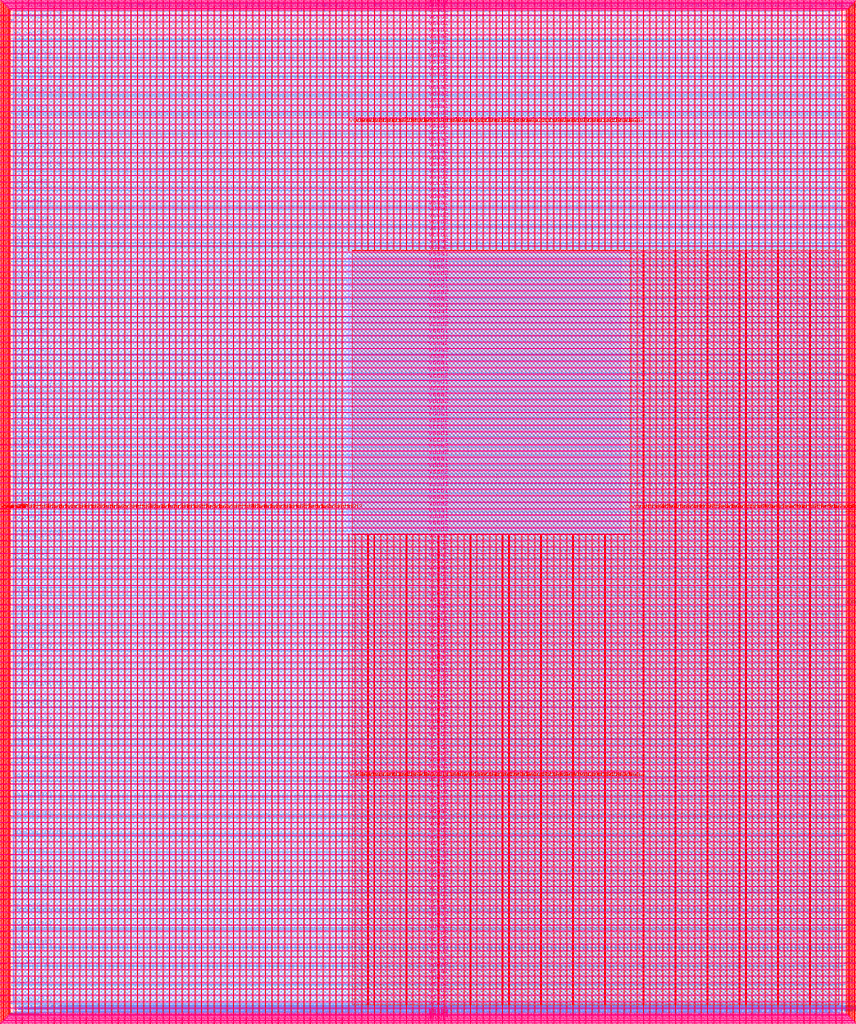
<source format=lef>
VERSION 5.7 ;
  NOWIREEXTENSIONATPIN ON ;
  DIVIDERCHAR "/" ;
  BUSBITCHARS "[]" ;
MACRO user_project_wrapper
  CLASS BLOCK ;
  FOREIGN user_project_wrapper ;
  ORIGIN 0.000 0.000 ;
  SIZE 2920.000 BY 3520.000 ;
  PIN analog_io[0]
    DIRECTION INOUT ;
    USE SIGNAL ;
    PORT
      LAYER met3 ;
        RECT 2917.600 1426.380 2924.800 1427.580 ;
    END
  END analog_io[0]
  PIN analog_io[10]
    DIRECTION INOUT ;
    USE SIGNAL ;
    PORT
      LAYER met2 ;
        RECT 2230.490 3517.600 2231.050 3524.800 ;
    END
  END analog_io[10]
  PIN analog_io[11]
    DIRECTION INOUT ;
    USE SIGNAL ;
    PORT
      LAYER met2 ;
        RECT 1905.730 3517.600 1906.290 3524.800 ;
    END
  END analog_io[11]
  PIN analog_io[12]
    DIRECTION INOUT ;
    USE SIGNAL ;
    PORT
      LAYER met2 ;
        RECT 1581.430 3517.600 1581.990 3524.800 ;
    END
  END analog_io[12]
  PIN analog_io[13]
    DIRECTION INOUT ;
    USE SIGNAL ;
    PORT
      LAYER met2 ;
        RECT 1257.130 3517.600 1257.690 3524.800 ;
    END
  END analog_io[13]
  PIN analog_io[14]
    DIRECTION INOUT ;
    USE SIGNAL ;
    PORT
      LAYER met2 ;
        RECT 932.370 3517.600 932.930 3524.800 ;
    END
  END analog_io[14]
  PIN analog_io[15]
    DIRECTION INOUT ;
    USE SIGNAL ;
    PORT
      LAYER met2 ;
        RECT 608.070 3517.600 608.630 3524.800 ;
    END
  END analog_io[15]
  PIN analog_io[16]
    DIRECTION INOUT ;
    USE SIGNAL ;
    PORT
      LAYER met2 ;
        RECT 283.770 3517.600 284.330 3524.800 ;
    END
  END analog_io[16]
  PIN analog_io[17]
    DIRECTION INOUT ;
    USE SIGNAL ;
    PORT
      LAYER met3 ;
        RECT -4.800 3486.100 2.400 3487.300 ;
    END
  END analog_io[17]
  PIN analog_io[18]
    DIRECTION INOUT ;
    USE SIGNAL ;
    PORT
      LAYER met3 ;
        RECT -4.800 3224.980 2.400 3226.180 ;
    END
  END analog_io[18]
  PIN analog_io[19]
    DIRECTION INOUT ;
    USE SIGNAL ;
    PORT
      LAYER met3 ;
        RECT -4.800 2964.540 2.400 2965.740 ;
    END
  END analog_io[19]
  PIN analog_io[1]
    DIRECTION INOUT ;
    USE SIGNAL ;
    PORT
      LAYER met3 ;
        RECT 2917.600 1692.260 2924.800 1693.460 ;
    END
  END analog_io[1]
  PIN analog_io[20]
    DIRECTION INOUT ;
    USE SIGNAL ;
    PORT
      LAYER met3 ;
        RECT -4.800 2703.420 2.400 2704.620 ;
    END
  END analog_io[20]
  PIN analog_io[21]
    DIRECTION INOUT ;
    USE SIGNAL ;
    PORT
      LAYER met3 ;
        RECT -4.800 2442.980 2.400 2444.180 ;
    END
  END analog_io[21]
  PIN analog_io[22]
    DIRECTION INOUT ;
    USE SIGNAL ;
    PORT
      LAYER met3 ;
        RECT -4.800 2182.540 2.400 2183.740 ;
    END
  END analog_io[22]
  PIN analog_io[23]
    DIRECTION INOUT ;
    USE SIGNAL ;
    PORT
      LAYER met3 ;
        RECT -4.800 1921.420 2.400 1922.620 ;
    END
  END analog_io[23]
  PIN analog_io[24]
    DIRECTION INOUT ;
    USE SIGNAL ;
    PORT
      LAYER met3 ;
        RECT -4.800 1660.980 2.400 1662.180 ;
    END
  END analog_io[24]
  PIN analog_io[25]
    DIRECTION INOUT ;
    USE SIGNAL ;
    PORT
      LAYER met3 ;
        RECT -4.800 1399.860 2.400 1401.060 ;
    END
  END analog_io[25]
  PIN analog_io[26]
    DIRECTION INOUT ;
    USE SIGNAL ;
    PORT
      LAYER met3 ;
        RECT -4.800 1139.420 2.400 1140.620 ;
    END
  END analog_io[26]
  PIN analog_io[27]
    DIRECTION INOUT ;
    USE SIGNAL ;
    PORT
      LAYER met3 ;
        RECT -4.800 878.980 2.400 880.180 ;
    END
  END analog_io[27]
  PIN analog_io[28]
    DIRECTION INOUT ;
    USE SIGNAL ;
    PORT
      LAYER met3 ;
        RECT -4.800 617.860 2.400 619.060 ;
    END
  END analog_io[28]
  PIN analog_io[2]
    DIRECTION INOUT ;
    USE SIGNAL ;
    PORT
      LAYER met3 ;
        RECT 2917.600 1958.140 2924.800 1959.340 ;
    END
  END analog_io[2]
  PIN analog_io[3]
    DIRECTION INOUT ;
    USE SIGNAL ;
    PORT
      LAYER met3 ;
        RECT 2917.600 2223.340 2924.800 2224.540 ;
    END
  END analog_io[3]
  PIN analog_io[4]
    DIRECTION INOUT ;
    USE SIGNAL ;
    PORT
      LAYER met3 ;
        RECT 2917.600 2489.220 2924.800 2490.420 ;
    END
  END analog_io[4]
  PIN analog_io[5]
    DIRECTION INOUT ;
    USE SIGNAL ;
    PORT
      LAYER met3 ;
        RECT 2917.600 2755.100 2924.800 2756.300 ;
    END
  END analog_io[5]
  PIN analog_io[6]
    DIRECTION INOUT ;
    USE SIGNAL ;
    PORT
      LAYER met3 ;
        RECT 2917.600 3020.300 2924.800 3021.500 ;
    END
  END analog_io[6]
  PIN analog_io[7]
    DIRECTION INOUT ;
    USE SIGNAL ;
    PORT
      LAYER met3 ;
        RECT 2917.600 3286.180 2924.800 3287.380 ;
    END
  END analog_io[7]
  PIN analog_io[8]
    DIRECTION INOUT ;
    USE SIGNAL ;
    PORT
      LAYER met2 ;
        RECT 2879.090 3517.600 2879.650 3524.800 ;
    END
  END analog_io[8]
  PIN analog_io[9]
    DIRECTION INOUT ;
    USE SIGNAL ;
    PORT
      LAYER met2 ;
        RECT 2554.790 3517.600 2555.350 3524.800 ;
    END
  END analog_io[9]
  PIN io_in[0]
    DIRECTION INPUT ;
    USE SIGNAL ;
    PORT
      LAYER met3 ;
        RECT 2917.600 32.380 2924.800 33.580 ;
    END
  END io_in[0]
  PIN io_in[10]
    DIRECTION INPUT ;
    USE SIGNAL ;
    PORT
      LAYER met3 ;
        RECT 2917.600 2289.980 2924.800 2291.180 ;
    END
  END io_in[10]
  PIN io_in[11]
    DIRECTION INPUT ;
    USE SIGNAL ;
    PORT
      LAYER met3 ;
        RECT 2917.600 2555.860 2924.800 2557.060 ;
    END
  END io_in[11]
  PIN io_in[12]
    DIRECTION INPUT ;
    USE SIGNAL ;
    PORT
      LAYER met3 ;
        RECT 2917.600 2821.060 2924.800 2822.260 ;
    END
  END io_in[12]
  PIN io_in[13]
    DIRECTION INPUT ;
    USE SIGNAL ;
    PORT
      LAYER met3 ;
        RECT 2917.600 3086.940 2924.800 3088.140 ;
    END
  END io_in[13]
  PIN io_in[14]
    DIRECTION INPUT ;
    USE SIGNAL ;
    PORT
      LAYER met3 ;
        RECT 2917.600 3352.820 2924.800 3354.020 ;
    END
  END io_in[14]
  PIN io_in[15]
    DIRECTION INPUT ;
    USE SIGNAL ;
    PORT
      LAYER met2 ;
        RECT 2798.130 3517.600 2798.690 3524.800 ;
    END
  END io_in[15]
  PIN io_in[16]
    DIRECTION INPUT ;
    USE SIGNAL ;
    PORT
      LAYER met2 ;
        RECT 2473.830 3517.600 2474.390 3524.800 ;
    END
  END io_in[16]
  PIN io_in[17]
    DIRECTION INPUT ;
    USE SIGNAL ;
    PORT
      LAYER met2 ;
        RECT 2149.070 3517.600 2149.630 3524.800 ;
    END
  END io_in[17]
  PIN io_in[18]
    DIRECTION INPUT ;
    USE SIGNAL ;
    PORT
      LAYER met2 ;
        RECT 1824.770 3517.600 1825.330 3524.800 ;
    END
  END io_in[18]
  PIN io_in[19]
    DIRECTION INPUT ;
    USE SIGNAL ;
    PORT
      LAYER met2 ;
        RECT 1500.470 3517.600 1501.030 3524.800 ;
    END
  END io_in[19]
  PIN io_in[1]
    DIRECTION INPUT ;
    USE SIGNAL ;
    PORT
      LAYER met3 ;
        RECT 2917.600 230.940 2924.800 232.140 ;
    END
  END io_in[1]
  PIN io_in[20]
    DIRECTION INPUT ;
    USE SIGNAL ;
    PORT
      LAYER met2 ;
        RECT 1175.710 3517.600 1176.270 3524.800 ;
    END
  END io_in[20]
  PIN io_in[21]
    DIRECTION INPUT ;
    USE SIGNAL ;
    PORT
      LAYER met2 ;
        RECT 851.410 3517.600 851.970 3524.800 ;
    END
  END io_in[21]
  PIN io_in[22]
    DIRECTION INPUT ;
    USE SIGNAL ;
    PORT
      LAYER met2 ;
        RECT 527.110 3517.600 527.670 3524.800 ;
    END
  END io_in[22]
  PIN io_in[23]
    DIRECTION INPUT ;
    USE SIGNAL ;
    PORT
      LAYER met2 ;
        RECT 202.350 3517.600 202.910 3524.800 ;
    END
  END io_in[23]
  PIN io_in[24]
    DIRECTION INPUT ;
    USE SIGNAL ;
    PORT
      LAYER met3 ;
        RECT -4.800 3420.820 2.400 3422.020 ;
    END
  END io_in[24]
  PIN io_in[25]
    DIRECTION INPUT ;
    USE SIGNAL ;
    PORT
      LAYER met3 ;
        RECT -4.800 3159.700 2.400 3160.900 ;
    END
  END io_in[25]
  PIN io_in[26]
    DIRECTION INPUT ;
    USE SIGNAL ;
    PORT
      LAYER met3 ;
        RECT -4.800 2899.260 2.400 2900.460 ;
    END
  END io_in[26]
  PIN io_in[27]
    DIRECTION INPUT ;
    USE SIGNAL ;
    PORT
      LAYER met3 ;
        RECT -4.800 2638.820 2.400 2640.020 ;
    END
  END io_in[27]
  PIN io_in[28]
    DIRECTION INPUT ;
    USE SIGNAL ;
    PORT
      LAYER met3 ;
        RECT -4.800 2377.700 2.400 2378.900 ;
    END
  END io_in[28]
  PIN io_in[29]
    DIRECTION INPUT ;
    USE SIGNAL ;
    PORT
      LAYER met3 ;
        RECT -4.800 2117.260 2.400 2118.460 ;
    END
  END io_in[29]
  PIN io_in[2]
    DIRECTION INPUT ;
    USE SIGNAL ;
    PORT
      LAYER met3 ;
        RECT 2917.600 430.180 2924.800 431.380 ;
    END
  END io_in[2]
  PIN io_in[30]
    DIRECTION INPUT ;
    USE SIGNAL ;
    PORT
      LAYER met3 ;
        RECT -4.800 1856.140 2.400 1857.340 ;
    END
  END io_in[30]
  PIN io_in[31]
    DIRECTION INPUT ;
    USE SIGNAL ;
    PORT
      LAYER met3 ;
        RECT -4.800 1595.700 2.400 1596.900 ;
    END
  END io_in[31]
  PIN io_in[32]
    DIRECTION INPUT ;
    USE SIGNAL ;
    PORT
      LAYER met3 ;
        RECT -4.800 1335.260 2.400 1336.460 ;
    END
  END io_in[32]
  PIN io_in[33]
    DIRECTION INPUT ;
    USE SIGNAL ;
    PORT
      LAYER met3 ;
        RECT -4.800 1074.140 2.400 1075.340 ;
    END
  END io_in[33]
  PIN io_in[34]
    DIRECTION INPUT ;
    USE SIGNAL ;
    PORT
      LAYER met3 ;
        RECT -4.800 813.700 2.400 814.900 ;
    END
  END io_in[34]
  PIN io_in[35]
    DIRECTION INPUT ;
    USE SIGNAL ;
    PORT
      LAYER met3 ;
        RECT -4.800 552.580 2.400 553.780 ;
    END
  END io_in[35]
  PIN io_in[36]
    DIRECTION INPUT ;
    USE SIGNAL ;
    PORT
      LAYER met3 ;
        RECT -4.800 357.420 2.400 358.620 ;
    END
  END io_in[36]
  PIN io_in[37]
    DIRECTION INPUT ;
    USE SIGNAL ;
    PORT
      LAYER met3 ;
        RECT -4.800 161.580 2.400 162.780 ;
    END
  END io_in[37]
  PIN io_in[3]
    DIRECTION INPUT ;
    USE SIGNAL ;
    PORT
      LAYER met3 ;
        RECT 2917.600 629.420 2924.800 630.620 ;
    END
  END io_in[3]
  PIN io_in[4]
    DIRECTION INPUT ;
    USE SIGNAL ;
    PORT
      LAYER met3 ;
        RECT 2917.600 828.660 2924.800 829.860 ;
    END
  END io_in[4]
  PIN io_in[5]
    DIRECTION INPUT ;
    USE SIGNAL ;
    PORT
      LAYER met3 ;
        RECT 2917.600 1027.900 2924.800 1029.100 ;
    END
  END io_in[5]
  PIN io_in[6]
    DIRECTION INPUT ;
    USE SIGNAL ;
    PORT
      LAYER met3 ;
        RECT 2917.600 1227.140 2924.800 1228.340 ;
    END
  END io_in[6]
  PIN io_in[7]
    DIRECTION INPUT ;
    USE SIGNAL ;
    PORT
      LAYER met3 ;
        RECT 2917.600 1493.020 2924.800 1494.220 ;
    END
  END io_in[7]
  PIN io_in[8]
    DIRECTION INPUT ;
    USE SIGNAL ;
    PORT
      LAYER met3 ;
        RECT 2917.600 1758.900 2924.800 1760.100 ;
    END
  END io_in[8]
  PIN io_in[9]
    DIRECTION INPUT ;
    USE SIGNAL ;
    PORT
      LAYER met3 ;
        RECT 2917.600 2024.100 2924.800 2025.300 ;
    END
  END io_in[9]
  PIN io_oeb[0]
    DIRECTION OUTPUT TRISTATE ;
    USE SIGNAL ;
    PORT
      LAYER met3 ;
        RECT 2917.600 164.980 2924.800 166.180 ;
    END
  END io_oeb[0]
  PIN io_oeb[10]
    DIRECTION OUTPUT TRISTATE ;
    USE SIGNAL ;
    PORT
      LAYER met3 ;
        RECT 2917.600 2422.580 2924.800 2423.780 ;
    END
  END io_oeb[10]
  PIN io_oeb[11]
    DIRECTION OUTPUT TRISTATE ;
    USE SIGNAL ;
    PORT
      LAYER met3 ;
        RECT 2917.600 2688.460 2924.800 2689.660 ;
    END
  END io_oeb[11]
  PIN io_oeb[12]
    DIRECTION OUTPUT TRISTATE ;
    USE SIGNAL ;
    PORT
      LAYER met3 ;
        RECT 2917.600 2954.340 2924.800 2955.540 ;
    END
  END io_oeb[12]
  PIN io_oeb[13]
    DIRECTION OUTPUT TRISTATE ;
    USE SIGNAL ;
    PORT
      LAYER met3 ;
        RECT 2917.600 3219.540 2924.800 3220.740 ;
    END
  END io_oeb[13]
  PIN io_oeb[14]
    DIRECTION OUTPUT TRISTATE ;
    USE SIGNAL ;
    PORT
      LAYER met3 ;
        RECT 2917.600 3485.420 2924.800 3486.620 ;
    END
  END io_oeb[14]
  PIN io_oeb[15]
    DIRECTION OUTPUT TRISTATE ;
    USE SIGNAL ;
    PORT
      LAYER met2 ;
        RECT 2635.750 3517.600 2636.310 3524.800 ;
    END
  END io_oeb[15]
  PIN io_oeb[16]
    DIRECTION OUTPUT TRISTATE ;
    USE SIGNAL ;
    PORT
      LAYER met2 ;
        RECT 2311.450 3517.600 2312.010 3524.800 ;
    END
  END io_oeb[16]
  PIN io_oeb[17]
    DIRECTION OUTPUT TRISTATE ;
    USE SIGNAL ;
    PORT
      LAYER met2 ;
        RECT 1987.150 3517.600 1987.710 3524.800 ;
    END
  END io_oeb[17]
  PIN io_oeb[18]
    DIRECTION OUTPUT TRISTATE ;
    USE SIGNAL ;
    PORT
      LAYER met2 ;
        RECT 1662.390 3517.600 1662.950 3524.800 ;
    END
  END io_oeb[18]
  PIN io_oeb[19]
    DIRECTION OUTPUT TRISTATE ;
    USE SIGNAL ;
    PORT
      LAYER met2 ;
        RECT 1338.090 3517.600 1338.650 3524.800 ;
    END
  END io_oeb[19]
  PIN io_oeb[1]
    DIRECTION OUTPUT TRISTATE ;
    USE SIGNAL ;
    PORT
      LAYER met3 ;
        RECT 2917.600 364.220 2924.800 365.420 ;
    END
  END io_oeb[1]
  PIN io_oeb[20]
    DIRECTION OUTPUT TRISTATE ;
    USE SIGNAL ;
    PORT
      LAYER met2 ;
        RECT 1013.790 3517.600 1014.350 3524.800 ;
    END
  END io_oeb[20]
  PIN io_oeb[21]
    DIRECTION OUTPUT TRISTATE ;
    USE SIGNAL ;
    PORT
      LAYER met2 ;
        RECT 689.030 3517.600 689.590 3524.800 ;
    END
  END io_oeb[21]
  PIN io_oeb[22]
    DIRECTION OUTPUT TRISTATE ;
    USE SIGNAL ;
    PORT
      LAYER met2 ;
        RECT 364.730 3517.600 365.290 3524.800 ;
    END
  END io_oeb[22]
  PIN io_oeb[23]
    DIRECTION OUTPUT TRISTATE ;
    USE SIGNAL ;
    PORT
      LAYER met2 ;
        RECT 40.430 3517.600 40.990 3524.800 ;
    END
  END io_oeb[23]
  PIN io_oeb[24]
    DIRECTION OUTPUT TRISTATE ;
    USE SIGNAL ;
    PORT
      LAYER met3 ;
        RECT -4.800 3290.260 2.400 3291.460 ;
    END
  END io_oeb[24]
  PIN io_oeb[25]
    DIRECTION OUTPUT TRISTATE ;
    USE SIGNAL ;
    PORT
      LAYER met3 ;
        RECT -4.800 3029.820 2.400 3031.020 ;
    END
  END io_oeb[25]
  PIN io_oeb[26]
    DIRECTION OUTPUT TRISTATE ;
    USE SIGNAL ;
    PORT
      LAYER met3 ;
        RECT -4.800 2768.700 2.400 2769.900 ;
    END
  END io_oeb[26]
  PIN io_oeb[27]
    DIRECTION OUTPUT TRISTATE ;
    USE SIGNAL ;
    PORT
      LAYER met3 ;
        RECT -4.800 2508.260 2.400 2509.460 ;
    END
  END io_oeb[27]
  PIN io_oeb[28]
    DIRECTION OUTPUT TRISTATE ;
    USE SIGNAL ;
    PORT
      LAYER met3 ;
        RECT -4.800 2247.140 2.400 2248.340 ;
    END
  END io_oeb[28]
  PIN io_oeb[29]
    DIRECTION OUTPUT TRISTATE ;
    USE SIGNAL ;
    PORT
      LAYER met3 ;
        RECT -4.800 1986.700 2.400 1987.900 ;
    END
  END io_oeb[29]
  PIN io_oeb[2]
    DIRECTION OUTPUT TRISTATE ;
    USE SIGNAL ;
    PORT
      LAYER met3 ;
        RECT 2917.600 563.460 2924.800 564.660 ;
    END
  END io_oeb[2]
  PIN io_oeb[30]
    DIRECTION OUTPUT TRISTATE ;
    USE SIGNAL ;
    PORT
      LAYER met3 ;
        RECT -4.800 1726.260 2.400 1727.460 ;
    END
  END io_oeb[30]
  PIN io_oeb[31]
    DIRECTION OUTPUT TRISTATE ;
    USE SIGNAL ;
    PORT
      LAYER met3 ;
        RECT -4.800 1465.140 2.400 1466.340 ;
    END
  END io_oeb[31]
  PIN io_oeb[32]
    DIRECTION OUTPUT TRISTATE ;
    USE SIGNAL ;
    PORT
      LAYER met3 ;
        RECT -4.800 1204.700 2.400 1205.900 ;
    END
  END io_oeb[32]
  PIN io_oeb[33]
    DIRECTION OUTPUT TRISTATE ;
    USE SIGNAL ;
    PORT
      LAYER met3 ;
        RECT -4.800 943.580 2.400 944.780 ;
    END
  END io_oeb[33]
  PIN io_oeb[34]
    DIRECTION OUTPUT TRISTATE ;
    USE SIGNAL ;
    PORT
      LAYER met3 ;
        RECT -4.800 683.140 2.400 684.340 ;
    END
  END io_oeb[34]
  PIN io_oeb[35]
    DIRECTION OUTPUT TRISTATE ;
    USE SIGNAL ;
    PORT
      LAYER met3 ;
        RECT -4.800 422.700 2.400 423.900 ;
    END
  END io_oeb[35]
  PIN io_oeb[36]
    DIRECTION OUTPUT TRISTATE ;
    USE SIGNAL ;
    PORT
      LAYER met3 ;
        RECT -4.800 226.860 2.400 228.060 ;
    END
  END io_oeb[36]
  PIN io_oeb[37]
    DIRECTION OUTPUT TRISTATE ;
    USE SIGNAL ;
    PORT
      LAYER met3 ;
        RECT -4.800 31.700 2.400 32.900 ;
    END
  END io_oeb[37]
  PIN io_oeb[3]
    DIRECTION OUTPUT TRISTATE ;
    USE SIGNAL ;
    PORT
      LAYER met3 ;
        RECT 2917.600 762.700 2924.800 763.900 ;
    END
  END io_oeb[3]
  PIN io_oeb[4]
    DIRECTION OUTPUT TRISTATE ;
    USE SIGNAL ;
    PORT
      LAYER met3 ;
        RECT 2917.600 961.940 2924.800 963.140 ;
    END
  END io_oeb[4]
  PIN io_oeb[5]
    DIRECTION OUTPUT TRISTATE ;
    USE SIGNAL ;
    PORT
      LAYER met3 ;
        RECT 2917.600 1161.180 2924.800 1162.380 ;
    END
  END io_oeb[5]
  PIN io_oeb[6]
    DIRECTION OUTPUT TRISTATE ;
    USE SIGNAL ;
    PORT
      LAYER met3 ;
        RECT 2917.600 1360.420 2924.800 1361.620 ;
    END
  END io_oeb[6]
  PIN io_oeb[7]
    DIRECTION OUTPUT TRISTATE ;
    USE SIGNAL ;
    PORT
      LAYER met3 ;
        RECT 2917.600 1625.620 2924.800 1626.820 ;
    END
  END io_oeb[7]
  PIN io_oeb[8]
    DIRECTION OUTPUT TRISTATE ;
    USE SIGNAL ;
    PORT
      LAYER met3 ;
        RECT 2917.600 1891.500 2924.800 1892.700 ;
    END
  END io_oeb[8]
  PIN io_oeb[9]
    DIRECTION OUTPUT TRISTATE ;
    USE SIGNAL ;
    PORT
      LAYER met3 ;
        RECT 2917.600 2157.380 2924.800 2158.580 ;
    END
  END io_oeb[9]
  PIN io_out[0]
    DIRECTION OUTPUT TRISTATE ;
    USE SIGNAL ;
    PORT
      LAYER met3 ;
        RECT 2917.600 98.340 2924.800 99.540 ;
    END
  END io_out[0]
  PIN io_out[10]
    DIRECTION OUTPUT TRISTATE ;
    USE SIGNAL ;
    PORT
      LAYER met3 ;
        RECT 2917.600 2356.620 2924.800 2357.820 ;
    END
  END io_out[10]
  PIN io_out[11]
    DIRECTION OUTPUT TRISTATE ;
    USE SIGNAL ;
    PORT
      LAYER met3 ;
        RECT 2917.600 2621.820 2924.800 2623.020 ;
    END
  END io_out[11]
  PIN io_out[12]
    DIRECTION OUTPUT TRISTATE ;
    USE SIGNAL ;
    PORT
      LAYER met3 ;
        RECT 2917.600 2887.700 2924.800 2888.900 ;
    END
  END io_out[12]
  PIN io_out[13]
    DIRECTION OUTPUT TRISTATE ;
    USE SIGNAL ;
    PORT
      LAYER met3 ;
        RECT 2917.600 3153.580 2924.800 3154.780 ;
    END
  END io_out[13]
  PIN io_out[14]
    DIRECTION OUTPUT TRISTATE ;
    USE SIGNAL ;
    PORT
      LAYER met3 ;
        RECT 2917.600 3418.780 2924.800 3419.980 ;
    END
  END io_out[14]
  PIN io_out[15]
    DIRECTION OUTPUT TRISTATE ;
    USE SIGNAL ;
    PORT
      LAYER met2 ;
        RECT 2717.170 3517.600 2717.730 3524.800 ;
    END
  END io_out[15]
  PIN io_out[16]
    DIRECTION OUTPUT TRISTATE ;
    USE SIGNAL ;
    PORT
      LAYER met2 ;
        RECT 2392.410 3517.600 2392.970 3524.800 ;
    END
  END io_out[16]
  PIN io_out[17]
    DIRECTION OUTPUT TRISTATE ;
    USE SIGNAL ;
    PORT
      LAYER met2 ;
        RECT 2068.110 3517.600 2068.670 3524.800 ;
    END
  END io_out[17]
  PIN io_out[18]
    DIRECTION OUTPUT TRISTATE ;
    USE SIGNAL ;
    PORT
      LAYER met2 ;
        RECT 1743.810 3517.600 1744.370 3524.800 ;
    END
  END io_out[18]
  PIN io_out[19]
    DIRECTION OUTPUT TRISTATE ;
    USE SIGNAL ;
    PORT
      LAYER met2 ;
        RECT 1419.050 3517.600 1419.610 3524.800 ;
    END
  END io_out[19]
  PIN io_out[1]
    DIRECTION OUTPUT TRISTATE ;
    USE SIGNAL ;
    PORT
      LAYER met3 ;
        RECT 2917.600 297.580 2924.800 298.780 ;
    END
  END io_out[1]
  PIN io_out[20]
    DIRECTION OUTPUT TRISTATE ;
    USE SIGNAL ;
    PORT
      LAYER met2 ;
        RECT 1094.750 3517.600 1095.310 3524.800 ;
    END
  END io_out[20]
  PIN io_out[21]
    DIRECTION OUTPUT TRISTATE ;
    USE SIGNAL ;
    PORT
      LAYER met2 ;
        RECT 770.450 3517.600 771.010 3524.800 ;
    END
  END io_out[21]
  PIN io_out[22]
    DIRECTION OUTPUT TRISTATE ;
    USE SIGNAL ;
    PORT
      LAYER met2 ;
        RECT 445.690 3517.600 446.250 3524.800 ;
    END
  END io_out[22]
  PIN io_out[23]
    DIRECTION OUTPUT TRISTATE ;
    USE SIGNAL ;
    PORT
      LAYER met2 ;
        RECT 121.390 3517.600 121.950 3524.800 ;
    END
  END io_out[23]
  PIN io_out[24]
    DIRECTION OUTPUT TRISTATE ;
    USE SIGNAL ;
    PORT
      LAYER met3 ;
        RECT -4.800 3355.540 2.400 3356.740 ;
    END
  END io_out[24]
  PIN io_out[25]
    DIRECTION OUTPUT TRISTATE ;
    USE SIGNAL ;
    PORT
      LAYER met3 ;
        RECT -4.800 3095.100 2.400 3096.300 ;
    END
  END io_out[25]
  PIN io_out[26]
    DIRECTION OUTPUT TRISTATE ;
    USE SIGNAL ;
    PORT
      LAYER met3 ;
        RECT -4.800 2833.980 2.400 2835.180 ;
    END
  END io_out[26]
  PIN io_out[27]
    DIRECTION OUTPUT TRISTATE ;
    USE SIGNAL ;
    PORT
      LAYER met3 ;
        RECT -4.800 2573.540 2.400 2574.740 ;
    END
  END io_out[27]
  PIN io_out[28]
    DIRECTION OUTPUT TRISTATE ;
    USE SIGNAL ;
    PORT
      LAYER met3 ;
        RECT -4.800 2312.420 2.400 2313.620 ;
    END
  END io_out[28]
  PIN io_out[29]
    DIRECTION OUTPUT TRISTATE ;
    USE SIGNAL ;
    PORT
      LAYER met3 ;
        RECT -4.800 2051.980 2.400 2053.180 ;
    END
  END io_out[29]
  PIN io_out[2]
    DIRECTION OUTPUT TRISTATE ;
    USE SIGNAL ;
    PORT
      LAYER met3 ;
        RECT 2917.600 496.820 2924.800 498.020 ;
    END
  END io_out[2]
  PIN io_out[30]
    DIRECTION OUTPUT TRISTATE ;
    USE SIGNAL ;
    PORT
      LAYER met3 ;
        RECT -4.800 1791.540 2.400 1792.740 ;
    END
  END io_out[30]
  PIN io_out[31]
    DIRECTION OUTPUT TRISTATE ;
    USE SIGNAL ;
    PORT
      LAYER met3 ;
        RECT -4.800 1530.420 2.400 1531.620 ;
    END
  END io_out[31]
  PIN io_out[32]
    DIRECTION OUTPUT TRISTATE ;
    USE SIGNAL ;
    PORT
      LAYER met3 ;
        RECT -4.800 1269.980 2.400 1271.180 ;
    END
  END io_out[32]
  PIN io_out[33]
    DIRECTION OUTPUT TRISTATE ;
    USE SIGNAL ;
    PORT
      LAYER met3 ;
        RECT -4.800 1008.860 2.400 1010.060 ;
    END
  END io_out[33]
  PIN io_out[34]
    DIRECTION OUTPUT TRISTATE ;
    USE SIGNAL ;
    PORT
      LAYER met3 ;
        RECT -4.800 748.420 2.400 749.620 ;
    END
  END io_out[34]
  PIN io_out[35]
    DIRECTION OUTPUT TRISTATE ;
    USE SIGNAL ;
    PORT
      LAYER met3 ;
        RECT -4.800 487.300 2.400 488.500 ;
    END
  END io_out[35]
  PIN io_out[36]
    DIRECTION OUTPUT TRISTATE ;
    USE SIGNAL ;
    PORT
      LAYER met3 ;
        RECT -4.800 292.140 2.400 293.340 ;
    END
  END io_out[36]
  PIN io_out[37]
    DIRECTION OUTPUT TRISTATE ;
    USE SIGNAL ;
    PORT
      LAYER met3 ;
        RECT -4.800 96.300 2.400 97.500 ;
    END
  END io_out[37]
  PIN io_out[3]
    DIRECTION OUTPUT TRISTATE ;
    USE SIGNAL ;
    PORT
      LAYER met3 ;
        RECT 2917.600 696.060 2924.800 697.260 ;
    END
  END io_out[3]
  PIN io_out[4]
    DIRECTION OUTPUT TRISTATE ;
    USE SIGNAL ;
    PORT
      LAYER met3 ;
        RECT 2917.600 895.300 2924.800 896.500 ;
    END
  END io_out[4]
  PIN io_out[5]
    DIRECTION OUTPUT TRISTATE ;
    USE SIGNAL ;
    PORT
      LAYER met3 ;
        RECT 2917.600 1094.540 2924.800 1095.740 ;
    END
  END io_out[5]
  PIN io_out[6]
    DIRECTION OUTPUT TRISTATE ;
    USE SIGNAL ;
    PORT
      LAYER met3 ;
        RECT 2917.600 1293.780 2924.800 1294.980 ;
    END
  END io_out[6]
  PIN io_out[7]
    DIRECTION OUTPUT TRISTATE ;
    USE SIGNAL ;
    PORT
      LAYER met3 ;
        RECT 2917.600 1559.660 2924.800 1560.860 ;
    END
  END io_out[7]
  PIN io_out[8]
    DIRECTION OUTPUT TRISTATE ;
    USE SIGNAL ;
    PORT
      LAYER met3 ;
        RECT 2917.600 1824.860 2924.800 1826.060 ;
    END
  END io_out[8]
  PIN io_out[9]
    DIRECTION OUTPUT TRISTATE ;
    USE SIGNAL ;
    PORT
      LAYER met3 ;
        RECT 2917.600 2090.740 2924.800 2091.940 ;
    END
  END io_out[9]
  PIN la_data_in[0]
    DIRECTION INPUT ;
    USE SIGNAL ;
    PORT
      LAYER met2 ;
        RECT 629.230 -4.800 629.790 2.400 ;
    END
  END la_data_in[0]
  PIN la_data_in[100]
    DIRECTION INPUT ;
    USE SIGNAL ;
    PORT
      LAYER met2 ;
        RECT 2402.530 -4.800 2403.090 2.400 ;
    END
  END la_data_in[100]
  PIN la_data_in[101]
    DIRECTION INPUT ;
    USE SIGNAL ;
    PORT
      LAYER met2 ;
        RECT 2420.010 -4.800 2420.570 2.400 ;
    END
  END la_data_in[101]
  PIN la_data_in[102]
    DIRECTION INPUT ;
    USE SIGNAL ;
    PORT
      LAYER met2 ;
        RECT 2437.950 -4.800 2438.510 2.400 ;
    END
  END la_data_in[102]
  PIN la_data_in[103]
    DIRECTION INPUT ;
    USE SIGNAL ;
    PORT
      LAYER met2 ;
        RECT 2455.430 -4.800 2455.990 2.400 ;
    END
  END la_data_in[103]
  PIN la_data_in[104]
    DIRECTION INPUT ;
    USE SIGNAL ;
    PORT
      LAYER met2 ;
        RECT 2473.370 -4.800 2473.930 2.400 ;
    END
  END la_data_in[104]
  PIN la_data_in[105]
    DIRECTION INPUT ;
    USE SIGNAL ;
    PORT
      LAYER met2 ;
        RECT 2490.850 -4.800 2491.410 2.400 ;
    END
  END la_data_in[105]
  PIN la_data_in[106]
    DIRECTION INPUT ;
    USE SIGNAL ;
    PORT
      LAYER met2 ;
        RECT 2508.790 -4.800 2509.350 2.400 ;
    END
  END la_data_in[106]
  PIN la_data_in[107]
    DIRECTION INPUT ;
    USE SIGNAL ;
    PORT
      LAYER met2 ;
        RECT 2526.730 -4.800 2527.290 2.400 ;
    END
  END la_data_in[107]
  PIN la_data_in[108]
    DIRECTION INPUT ;
    USE SIGNAL ;
    PORT
      LAYER met2 ;
        RECT 2544.210 -4.800 2544.770 2.400 ;
    END
  END la_data_in[108]
  PIN la_data_in[109]
    DIRECTION INPUT ;
    USE SIGNAL ;
    PORT
      LAYER met2 ;
        RECT 2562.150 -4.800 2562.710 2.400 ;
    END
  END la_data_in[109]
  PIN la_data_in[10]
    DIRECTION INPUT ;
    USE SIGNAL ;
    PORT
      LAYER met2 ;
        RECT 806.330 -4.800 806.890 2.400 ;
    END
  END la_data_in[10]
  PIN la_data_in[110]
    DIRECTION INPUT ;
    USE SIGNAL ;
    PORT
      LAYER met2 ;
        RECT 2579.630 -4.800 2580.190 2.400 ;
    END
  END la_data_in[110]
  PIN la_data_in[111]
    DIRECTION INPUT ;
    USE SIGNAL ;
    PORT
      LAYER met2 ;
        RECT 2597.570 -4.800 2598.130 2.400 ;
    END
  END la_data_in[111]
  PIN la_data_in[112]
    DIRECTION INPUT ;
    USE SIGNAL ;
    PORT
      LAYER met2 ;
        RECT 2615.050 -4.800 2615.610 2.400 ;
    END
  END la_data_in[112]
  PIN la_data_in[113]
    DIRECTION INPUT ;
    USE SIGNAL ;
    PORT
      LAYER met2 ;
        RECT 2632.990 -4.800 2633.550 2.400 ;
    END
  END la_data_in[113]
  PIN la_data_in[114]
    DIRECTION INPUT ;
    USE SIGNAL ;
    PORT
      LAYER met2 ;
        RECT 2650.470 -4.800 2651.030 2.400 ;
    END
  END la_data_in[114]
  PIN la_data_in[115]
    DIRECTION INPUT ;
    USE SIGNAL ;
    PORT
      LAYER met2 ;
        RECT 2668.410 -4.800 2668.970 2.400 ;
    END
  END la_data_in[115]
  PIN la_data_in[116]
    DIRECTION INPUT ;
    USE SIGNAL ;
    PORT
      LAYER met2 ;
        RECT 2685.890 -4.800 2686.450 2.400 ;
    END
  END la_data_in[116]
  PIN la_data_in[117]
    DIRECTION INPUT ;
    USE SIGNAL ;
    PORT
      LAYER met2 ;
        RECT 2703.830 -4.800 2704.390 2.400 ;
    END
  END la_data_in[117]
  PIN la_data_in[118]
    DIRECTION INPUT ;
    USE SIGNAL ;
    PORT
      LAYER met2 ;
        RECT 2721.770 -4.800 2722.330 2.400 ;
    END
  END la_data_in[118]
  PIN la_data_in[119]
    DIRECTION INPUT ;
    USE SIGNAL ;
    PORT
      LAYER met2 ;
        RECT 2739.250 -4.800 2739.810 2.400 ;
    END
  END la_data_in[119]
  PIN la_data_in[11]
    DIRECTION INPUT ;
    USE SIGNAL ;
    PORT
      LAYER met2 ;
        RECT 824.270 -4.800 824.830 2.400 ;
    END
  END la_data_in[11]
  PIN la_data_in[120]
    DIRECTION INPUT ;
    USE SIGNAL ;
    PORT
      LAYER met2 ;
        RECT 2757.190 -4.800 2757.750 2.400 ;
    END
  END la_data_in[120]
  PIN la_data_in[121]
    DIRECTION INPUT ;
    USE SIGNAL ;
    PORT
      LAYER met2 ;
        RECT 2774.670 -4.800 2775.230 2.400 ;
    END
  END la_data_in[121]
  PIN la_data_in[122]
    DIRECTION INPUT ;
    USE SIGNAL ;
    PORT
      LAYER met2 ;
        RECT 2792.610 -4.800 2793.170 2.400 ;
    END
  END la_data_in[122]
  PIN la_data_in[123]
    DIRECTION INPUT ;
    USE SIGNAL ;
    PORT
      LAYER met2 ;
        RECT 2810.090 -4.800 2810.650 2.400 ;
    END
  END la_data_in[123]
  PIN la_data_in[124]
    DIRECTION INPUT ;
    USE SIGNAL ;
    PORT
      LAYER met2 ;
        RECT 2828.030 -4.800 2828.590 2.400 ;
    END
  END la_data_in[124]
  PIN la_data_in[125]
    DIRECTION INPUT ;
    USE SIGNAL ;
    PORT
      LAYER met2 ;
        RECT 2845.510 -4.800 2846.070 2.400 ;
    END
  END la_data_in[125]
  PIN la_data_in[126]
    DIRECTION INPUT ;
    USE SIGNAL ;
    PORT
      LAYER met2 ;
        RECT 2863.450 -4.800 2864.010 2.400 ;
    END
  END la_data_in[126]
  PIN la_data_in[127]
    DIRECTION INPUT ;
    USE SIGNAL ;
    PORT
      LAYER met2 ;
        RECT 2881.390 -4.800 2881.950 2.400 ;
    END
  END la_data_in[127]
  PIN la_data_in[12]
    DIRECTION INPUT ;
    USE SIGNAL ;
    PORT
      LAYER met2 ;
        RECT 841.750 -4.800 842.310 2.400 ;
    END
  END la_data_in[12]
  PIN la_data_in[13]
    DIRECTION INPUT ;
    USE SIGNAL ;
    PORT
      LAYER met2 ;
        RECT 859.690 -4.800 860.250 2.400 ;
    END
  END la_data_in[13]
  PIN la_data_in[14]
    DIRECTION INPUT ;
    USE SIGNAL ;
    PORT
      LAYER met2 ;
        RECT 877.170 -4.800 877.730 2.400 ;
    END
  END la_data_in[14]
  PIN la_data_in[15]
    DIRECTION INPUT ;
    USE SIGNAL ;
    PORT
      LAYER met2 ;
        RECT 895.110 -4.800 895.670 2.400 ;
    END
  END la_data_in[15]
  PIN la_data_in[16]
    DIRECTION INPUT ;
    USE SIGNAL ;
    PORT
      LAYER met2 ;
        RECT 912.590 -4.800 913.150 2.400 ;
    END
  END la_data_in[16]
  PIN la_data_in[17]
    DIRECTION INPUT ;
    USE SIGNAL ;
    PORT
      LAYER met2 ;
        RECT 930.530 -4.800 931.090 2.400 ;
    END
  END la_data_in[17]
  PIN la_data_in[18]
    DIRECTION INPUT ;
    USE SIGNAL ;
    PORT
      LAYER met2 ;
        RECT 948.470 -4.800 949.030 2.400 ;
    END
  END la_data_in[18]
  PIN la_data_in[19]
    DIRECTION INPUT ;
    USE SIGNAL ;
    PORT
      LAYER met2 ;
        RECT 965.950 -4.800 966.510 2.400 ;
    END
  END la_data_in[19]
  PIN la_data_in[1]
    DIRECTION INPUT ;
    USE SIGNAL ;
    PORT
      LAYER met2 ;
        RECT 646.710 -4.800 647.270 2.400 ;
    END
  END la_data_in[1]
  PIN la_data_in[20]
    DIRECTION INPUT ;
    USE SIGNAL ;
    PORT
      LAYER met2 ;
        RECT 983.890 -4.800 984.450 2.400 ;
    END
  END la_data_in[20]
  PIN la_data_in[21]
    DIRECTION INPUT ;
    USE SIGNAL ;
    PORT
      LAYER met2 ;
        RECT 1001.370 -4.800 1001.930 2.400 ;
    END
  END la_data_in[21]
  PIN la_data_in[22]
    DIRECTION INPUT ;
    USE SIGNAL ;
    PORT
      LAYER met2 ;
        RECT 1019.310 -4.800 1019.870 2.400 ;
    END
  END la_data_in[22]
  PIN la_data_in[23]
    DIRECTION INPUT ;
    USE SIGNAL ;
    PORT
      LAYER met2 ;
        RECT 1036.790 -4.800 1037.350 2.400 ;
    END
  END la_data_in[23]
  PIN la_data_in[24]
    DIRECTION INPUT ;
    USE SIGNAL ;
    PORT
      LAYER met2 ;
        RECT 1054.730 -4.800 1055.290 2.400 ;
    END
  END la_data_in[24]
  PIN la_data_in[25]
    DIRECTION INPUT ;
    USE SIGNAL ;
    PORT
      LAYER met2 ;
        RECT 1072.210 -4.800 1072.770 2.400 ;
    END
  END la_data_in[25]
  PIN la_data_in[26]
    DIRECTION INPUT ;
    USE SIGNAL ;
    PORT
      LAYER met2 ;
        RECT 1090.150 -4.800 1090.710 2.400 ;
    END
  END la_data_in[26]
  PIN la_data_in[27]
    DIRECTION INPUT ;
    USE SIGNAL ;
    PORT
      LAYER met2 ;
        RECT 1107.630 -4.800 1108.190 2.400 ;
    END
  END la_data_in[27]
  PIN la_data_in[28]
    DIRECTION INPUT ;
    USE SIGNAL ;
    PORT
      LAYER met2 ;
        RECT 1125.570 -4.800 1126.130 2.400 ;
    END
  END la_data_in[28]
  PIN la_data_in[29]
    DIRECTION INPUT ;
    USE SIGNAL ;
    PORT
      LAYER met2 ;
        RECT 1143.510 -4.800 1144.070 2.400 ;
    END
  END la_data_in[29]
  PIN la_data_in[2]
    DIRECTION INPUT ;
    USE SIGNAL ;
    PORT
      LAYER met2 ;
        RECT 664.650 -4.800 665.210 2.400 ;
    END
  END la_data_in[2]
  PIN la_data_in[30]
    DIRECTION INPUT ;
    USE SIGNAL ;
    PORT
      LAYER met2 ;
        RECT 1160.990 -4.800 1161.550 2.400 ;
    END
  END la_data_in[30]
  PIN la_data_in[31]
    DIRECTION INPUT ;
    USE SIGNAL ;
    PORT
      LAYER met2 ;
        RECT 1178.930 -4.800 1179.490 2.400 ;
    END
  END la_data_in[31]
  PIN la_data_in[32]
    DIRECTION INPUT ;
    USE SIGNAL ;
    PORT
      LAYER met2 ;
        RECT 1196.410 -4.800 1196.970 2.400 ;
    END
  END la_data_in[32]
  PIN la_data_in[33]
    DIRECTION INPUT ;
    USE SIGNAL ;
    PORT
      LAYER met2 ;
        RECT 1214.350 -4.800 1214.910 2.400 ;
    END
  END la_data_in[33]
  PIN la_data_in[34]
    DIRECTION INPUT ;
    USE SIGNAL ;
    PORT
      LAYER met2 ;
        RECT 1231.830 -4.800 1232.390 2.400 ;
    END
  END la_data_in[34]
  PIN la_data_in[35]
    DIRECTION INPUT ;
    USE SIGNAL ;
    PORT
      LAYER met2 ;
        RECT 1249.770 -4.800 1250.330 2.400 ;
    END
  END la_data_in[35]
  PIN la_data_in[36]
    DIRECTION INPUT ;
    USE SIGNAL ;
    PORT
      LAYER met2 ;
        RECT 1267.250 -4.800 1267.810 2.400 ;
    END
  END la_data_in[36]
  PIN la_data_in[37]
    DIRECTION INPUT ;
    USE SIGNAL ;
    PORT
      LAYER met2 ;
        RECT 1285.190 -4.800 1285.750 2.400 ;
    END
  END la_data_in[37]
  PIN la_data_in[38]
    DIRECTION INPUT ;
    USE SIGNAL ;
    PORT
      LAYER met2 ;
        RECT 1303.130 -4.800 1303.690 2.400 ;
    END
  END la_data_in[38]
  PIN la_data_in[39]
    DIRECTION INPUT ;
    USE SIGNAL ;
    PORT
      LAYER met2 ;
        RECT 1320.610 -4.800 1321.170 2.400 ;
    END
  END la_data_in[39]
  PIN la_data_in[3]
    DIRECTION INPUT ;
    USE SIGNAL ;
    PORT
      LAYER met2 ;
        RECT 682.130 -4.800 682.690 2.400 ;
    END
  END la_data_in[3]
  PIN la_data_in[40]
    DIRECTION INPUT ;
    USE SIGNAL ;
    PORT
      LAYER met2 ;
        RECT 1338.550 -4.800 1339.110 2.400 ;
    END
  END la_data_in[40]
  PIN la_data_in[41]
    DIRECTION INPUT ;
    USE SIGNAL ;
    PORT
      LAYER met2 ;
        RECT 1356.030 -4.800 1356.590 2.400 ;
    END
  END la_data_in[41]
  PIN la_data_in[42]
    DIRECTION INPUT ;
    USE SIGNAL ;
    PORT
      LAYER met2 ;
        RECT 1373.970 -4.800 1374.530 2.400 ;
    END
  END la_data_in[42]
  PIN la_data_in[43]
    DIRECTION INPUT ;
    USE SIGNAL ;
    PORT
      LAYER met2 ;
        RECT 1391.450 -4.800 1392.010 2.400 ;
    END
  END la_data_in[43]
  PIN la_data_in[44]
    DIRECTION INPUT ;
    USE SIGNAL ;
    PORT
      LAYER met2 ;
        RECT 1409.390 -4.800 1409.950 2.400 ;
    END
  END la_data_in[44]
  PIN la_data_in[45]
    DIRECTION INPUT ;
    USE SIGNAL ;
    PORT
      LAYER met2 ;
        RECT 1426.870 -4.800 1427.430 2.400 ;
    END
  END la_data_in[45]
  PIN la_data_in[46]
    DIRECTION INPUT ;
    USE SIGNAL ;
    PORT
      LAYER met2 ;
        RECT 1444.810 -4.800 1445.370 2.400 ;
    END
  END la_data_in[46]
  PIN la_data_in[47]
    DIRECTION INPUT ;
    USE SIGNAL ;
    PORT
      LAYER met2 ;
        RECT 1462.750 -4.800 1463.310 2.400 ;
    END
  END la_data_in[47]
  PIN la_data_in[48]
    DIRECTION INPUT ;
    USE SIGNAL ;
    PORT
      LAYER met2 ;
        RECT 1480.230 -4.800 1480.790 2.400 ;
    END
  END la_data_in[48]
  PIN la_data_in[49]
    DIRECTION INPUT ;
    USE SIGNAL ;
    PORT
      LAYER met2 ;
        RECT 1498.170 -4.800 1498.730 2.400 ;
    END
  END la_data_in[49]
  PIN la_data_in[4]
    DIRECTION INPUT ;
    USE SIGNAL ;
    PORT
      LAYER met2 ;
        RECT 700.070 -4.800 700.630 2.400 ;
    END
  END la_data_in[4]
  PIN la_data_in[50]
    DIRECTION INPUT ;
    USE SIGNAL ;
    PORT
      LAYER met2 ;
        RECT 1515.650 -4.800 1516.210 2.400 ;
    END
  END la_data_in[50]
  PIN la_data_in[51]
    DIRECTION INPUT ;
    USE SIGNAL ;
    PORT
      LAYER met2 ;
        RECT 1533.590 -4.800 1534.150 2.400 ;
    END
  END la_data_in[51]
  PIN la_data_in[52]
    DIRECTION INPUT ;
    USE SIGNAL ;
    PORT
      LAYER met2 ;
        RECT 1551.070 -4.800 1551.630 2.400 ;
    END
  END la_data_in[52]
  PIN la_data_in[53]
    DIRECTION INPUT ;
    USE SIGNAL ;
    PORT
      LAYER met2 ;
        RECT 1569.010 -4.800 1569.570 2.400 ;
    END
  END la_data_in[53]
  PIN la_data_in[54]
    DIRECTION INPUT ;
    USE SIGNAL ;
    PORT
      LAYER met2 ;
        RECT 1586.490 -4.800 1587.050 2.400 ;
    END
  END la_data_in[54]
  PIN la_data_in[55]
    DIRECTION INPUT ;
    USE SIGNAL ;
    PORT
      LAYER met2 ;
        RECT 1604.430 -4.800 1604.990 2.400 ;
    END
  END la_data_in[55]
  PIN la_data_in[56]
    DIRECTION INPUT ;
    USE SIGNAL ;
    PORT
      LAYER met2 ;
        RECT 1621.910 -4.800 1622.470 2.400 ;
    END
  END la_data_in[56]
  PIN la_data_in[57]
    DIRECTION INPUT ;
    USE SIGNAL ;
    PORT
      LAYER met2 ;
        RECT 1639.850 -4.800 1640.410 2.400 ;
    END
  END la_data_in[57]
  PIN la_data_in[58]
    DIRECTION INPUT ;
    USE SIGNAL ;
    PORT
      LAYER met2 ;
        RECT 1657.790 -4.800 1658.350 2.400 ;
    END
  END la_data_in[58]
  PIN la_data_in[59]
    DIRECTION INPUT ;
    USE SIGNAL ;
    PORT
      LAYER met2 ;
        RECT 1675.270 -4.800 1675.830 2.400 ;
    END
  END la_data_in[59]
  PIN la_data_in[5]
    DIRECTION INPUT ;
    USE SIGNAL ;
    PORT
      LAYER met2 ;
        RECT 717.550 -4.800 718.110 2.400 ;
    END
  END la_data_in[5]
  PIN la_data_in[60]
    DIRECTION INPUT ;
    USE SIGNAL ;
    PORT
      LAYER met2 ;
        RECT 1693.210 -4.800 1693.770 2.400 ;
    END
  END la_data_in[60]
  PIN la_data_in[61]
    DIRECTION INPUT ;
    USE SIGNAL ;
    PORT
      LAYER met2 ;
        RECT 1710.690 -4.800 1711.250 2.400 ;
    END
  END la_data_in[61]
  PIN la_data_in[62]
    DIRECTION INPUT ;
    USE SIGNAL ;
    PORT
      LAYER met2 ;
        RECT 1728.630 -4.800 1729.190 2.400 ;
    END
  END la_data_in[62]
  PIN la_data_in[63]
    DIRECTION INPUT ;
    USE SIGNAL ;
    PORT
      LAYER met2 ;
        RECT 1746.110 -4.800 1746.670 2.400 ;
    END
  END la_data_in[63]
  PIN la_data_in[64]
    DIRECTION INPUT ;
    USE SIGNAL ;
    PORT
      LAYER met2 ;
        RECT 1764.050 -4.800 1764.610 2.400 ;
    END
  END la_data_in[64]
  PIN la_data_in[65]
    DIRECTION INPUT ;
    USE SIGNAL ;
    PORT
      LAYER met2 ;
        RECT 1781.530 -4.800 1782.090 2.400 ;
    END
  END la_data_in[65]
  PIN la_data_in[66]
    DIRECTION INPUT ;
    USE SIGNAL ;
    PORT
      LAYER met2 ;
        RECT 1799.470 -4.800 1800.030 2.400 ;
    END
  END la_data_in[66]
  PIN la_data_in[67]
    DIRECTION INPUT ;
    USE SIGNAL ;
    PORT
      LAYER met2 ;
        RECT 1817.410 -4.800 1817.970 2.400 ;
    END
  END la_data_in[67]
  PIN la_data_in[68]
    DIRECTION INPUT ;
    USE SIGNAL ;
    PORT
      LAYER met2 ;
        RECT 1834.890 -4.800 1835.450 2.400 ;
    END
  END la_data_in[68]
  PIN la_data_in[69]
    DIRECTION INPUT ;
    USE SIGNAL ;
    PORT
      LAYER met2 ;
        RECT 1852.830 -4.800 1853.390 2.400 ;
    END
  END la_data_in[69]
  PIN la_data_in[6]
    DIRECTION INPUT ;
    USE SIGNAL ;
    PORT
      LAYER met2 ;
        RECT 735.490 -4.800 736.050 2.400 ;
    END
  END la_data_in[6]
  PIN la_data_in[70]
    DIRECTION INPUT ;
    USE SIGNAL ;
    PORT
      LAYER met2 ;
        RECT 1870.310 -4.800 1870.870 2.400 ;
    END
  END la_data_in[70]
  PIN la_data_in[71]
    DIRECTION INPUT ;
    USE SIGNAL ;
    PORT
      LAYER met2 ;
        RECT 1888.250 -4.800 1888.810 2.400 ;
    END
  END la_data_in[71]
  PIN la_data_in[72]
    DIRECTION INPUT ;
    USE SIGNAL ;
    PORT
      LAYER met2 ;
        RECT 1905.730 -4.800 1906.290 2.400 ;
    END
  END la_data_in[72]
  PIN la_data_in[73]
    DIRECTION INPUT ;
    USE SIGNAL ;
    PORT
      LAYER met2 ;
        RECT 1923.670 -4.800 1924.230 2.400 ;
    END
  END la_data_in[73]
  PIN la_data_in[74]
    DIRECTION INPUT ;
    USE SIGNAL ;
    PORT
      LAYER met2 ;
        RECT 1941.150 -4.800 1941.710 2.400 ;
    END
  END la_data_in[74]
  PIN la_data_in[75]
    DIRECTION INPUT ;
    USE SIGNAL ;
    PORT
      LAYER met2 ;
        RECT 1959.090 -4.800 1959.650 2.400 ;
    END
  END la_data_in[75]
  PIN la_data_in[76]
    DIRECTION INPUT ;
    USE SIGNAL ;
    PORT
      LAYER met2 ;
        RECT 1976.570 -4.800 1977.130 2.400 ;
    END
  END la_data_in[76]
  PIN la_data_in[77]
    DIRECTION INPUT ;
    USE SIGNAL ;
    PORT
      LAYER met2 ;
        RECT 1994.510 -4.800 1995.070 2.400 ;
    END
  END la_data_in[77]
  PIN la_data_in[78]
    DIRECTION INPUT ;
    USE SIGNAL ;
    PORT
      LAYER met2 ;
        RECT 2012.450 -4.800 2013.010 2.400 ;
    END
  END la_data_in[78]
  PIN la_data_in[79]
    DIRECTION INPUT ;
    USE SIGNAL ;
    PORT
      LAYER met2 ;
        RECT 2029.930 -4.800 2030.490 2.400 ;
    END
  END la_data_in[79]
  PIN la_data_in[7]
    DIRECTION INPUT ;
    USE SIGNAL ;
    PORT
      LAYER met2 ;
        RECT 752.970 -4.800 753.530 2.400 ;
    END
  END la_data_in[7]
  PIN la_data_in[80]
    DIRECTION INPUT ;
    USE SIGNAL ;
    PORT
      LAYER met2 ;
        RECT 2047.870 -4.800 2048.430 2.400 ;
    END
  END la_data_in[80]
  PIN la_data_in[81]
    DIRECTION INPUT ;
    USE SIGNAL ;
    PORT
      LAYER met2 ;
        RECT 2065.350 -4.800 2065.910 2.400 ;
    END
  END la_data_in[81]
  PIN la_data_in[82]
    DIRECTION INPUT ;
    USE SIGNAL ;
    PORT
      LAYER met2 ;
        RECT 2083.290 -4.800 2083.850 2.400 ;
    END
  END la_data_in[82]
  PIN la_data_in[83]
    DIRECTION INPUT ;
    USE SIGNAL ;
    PORT
      LAYER met2 ;
        RECT 2100.770 -4.800 2101.330 2.400 ;
    END
  END la_data_in[83]
  PIN la_data_in[84]
    DIRECTION INPUT ;
    USE SIGNAL ;
    PORT
      LAYER met2 ;
        RECT 2118.710 -4.800 2119.270 2.400 ;
    END
  END la_data_in[84]
  PIN la_data_in[85]
    DIRECTION INPUT ;
    USE SIGNAL ;
    PORT
      LAYER met2 ;
        RECT 2136.190 -4.800 2136.750 2.400 ;
    END
  END la_data_in[85]
  PIN la_data_in[86]
    DIRECTION INPUT ;
    USE SIGNAL ;
    PORT
      LAYER met2 ;
        RECT 2154.130 -4.800 2154.690 2.400 ;
    END
  END la_data_in[86]
  PIN la_data_in[87]
    DIRECTION INPUT ;
    USE SIGNAL ;
    PORT
      LAYER met2 ;
        RECT 2172.070 -4.800 2172.630 2.400 ;
    END
  END la_data_in[87]
  PIN la_data_in[88]
    DIRECTION INPUT ;
    USE SIGNAL ;
    PORT
      LAYER met2 ;
        RECT 2189.550 -4.800 2190.110 2.400 ;
    END
  END la_data_in[88]
  PIN la_data_in[89]
    DIRECTION INPUT ;
    USE SIGNAL ;
    PORT
      LAYER met2 ;
        RECT 2207.490 -4.800 2208.050 2.400 ;
    END
  END la_data_in[89]
  PIN la_data_in[8]
    DIRECTION INPUT ;
    USE SIGNAL ;
    PORT
      LAYER met2 ;
        RECT 770.910 -4.800 771.470 2.400 ;
    END
  END la_data_in[8]
  PIN la_data_in[90]
    DIRECTION INPUT ;
    USE SIGNAL ;
    PORT
      LAYER met2 ;
        RECT 2224.970 -4.800 2225.530 2.400 ;
    END
  END la_data_in[90]
  PIN la_data_in[91]
    DIRECTION INPUT ;
    USE SIGNAL ;
    PORT
      LAYER met2 ;
        RECT 2242.910 -4.800 2243.470 2.400 ;
    END
  END la_data_in[91]
  PIN la_data_in[92]
    DIRECTION INPUT ;
    USE SIGNAL ;
    PORT
      LAYER met2 ;
        RECT 2260.390 -4.800 2260.950 2.400 ;
    END
  END la_data_in[92]
  PIN la_data_in[93]
    DIRECTION INPUT ;
    USE SIGNAL ;
    PORT
      LAYER met2 ;
        RECT 2278.330 -4.800 2278.890 2.400 ;
    END
  END la_data_in[93]
  PIN la_data_in[94]
    DIRECTION INPUT ;
    USE SIGNAL ;
    PORT
      LAYER met2 ;
        RECT 2295.810 -4.800 2296.370 2.400 ;
    END
  END la_data_in[94]
  PIN la_data_in[95]
    DIRECTION INPUT ;
    USE SIGNAL ;
    PORT
      LAYER met2 ;
        RECT 2313.750 -4.800 2314.310 2.400 ;
    END
  END la_data_in[95]
  PIN la_data_in[96]
    DIRECTION INPUT ;
    USE SIGNAL ;
    PORT
      LAYER met2 ;
        RECT 2331.230 -4.800 2331.790 2.400 ;
    END
  END la_data_in[96]
  PIN la_data_in[97]
    DIRECTION INPUT ;
    USE SIGNAL ;
    PORT
      LAYER met2 ;
        RECT 2349.170 -4.800 2349.730 2.400 ;
    END
  END la_data_in[97]
  PIN la_data_in[98]
    DIRECTION INPUT ;
    USE SIGNAL ;
    PORT
      LAYER met2 ;
        RECT 2367.110 -4.800 2367.670 2.400 ;
    END
  END la_data_in[98]
  PIN la_data_in[99]
    DIRECTION INPUT ;
    USE SIGNAL ;
    PORT
      LAYER met2 ;
        RECT 2384.590 -4.800 2385.150 2.400 ;
    END
  END la_data_in[99]
  PIN la_data_in[9]
    DIRECTION INPUT ;
    USE SIGNAL ;
    PORT
      LAYER met2 ;
        RECT 788.850 -4.800 789.410 2.400 ;
    END
  END la_data_in[9]
  PIN la_data_out[0]
    DIRECTION OUTPUT TRISTATE ;
    USE SIGNAL ;
    PORT
      LAYER met2 ;
        RECT 634.750 -4.800 635.310 2.400 ;
    END
  END la_data_out[0]
  PIN la_data_out[100]
    DIRECTION OUTPUT TRISTATE ;
    USE SIGNAL ;
    PORT
      LAYER met2 ;
        RECT 2408.510 -4.800 2409.070 2.400 ;
    END
  END la_data_out[100]
  PIN la_data_out[101]
    DIRECTION OUTPUT TRISTATE ;
    USE SIGNAL ;
    PORT
      LAYER met2 ;
        RECT 2425.990 -4.800 2426.550 2.400 ;
    END
  END la_data_out[101]
  PIN la_data_out[102]
    DIRECTION OUTPUT TRISTATE ;
    USE SIGNAL ;
    PORT
      LAYER met2 ;
        RECT 2443.930 -4.800 2444.490 2.400 ;
    END
  END la_data_out[102]
  PIN la_data_out[103]
    DIRECTION OUTPUT TRISTATE ;
    USE SIGNAL ;
    PORT
      LAYER met2 ;
        RECT 2461.410 -4.800 2461.970 2.400 ;
    END
  END la_data_out[103]
  PIN la_data_out[104]
    DIRECTION OUTPUT TRISTATE ;
    USE SIGNAL ;
    PORT
      LAYER met2 ;
        RECT 2479.350 -4.800 2479.910 2.400 ;
    END
  END la_data_out[104]
  PIN la_data_out[105]
    DIRECTION OUTPUT TRISTATE ;
    USE SIGNAL ;
    PORT
      LAYER met2 ;
        RECT 2496.830 -4.800 2497.390 2.400 ;
    END
  END la_data_out[105]
  PIN la_data_out[106]
    DIRECTION OUTPUT TRISTATE ;
    USE SIGNAL ;
    PORT
      LAYER met2 ;
        RECT 2514.770 -4.800 2515.330 2.400 ;
    END
  END la_data_out[106]
  PIN la_data_out[107]
    DIRECTION OUTPUT TRISTATE ;
    USE SIGNAL ;
    PORT
      LAYER met2 ;
        RECT 2532.250 -4.800 2532.810 2.400 ;
    END
  END la_data_out[107]
  PIN la_data_out[108]
    DIRECTION OUTPUT TRISTATE ;
    USE SIGNAL ;
    PORT
      LAYER met2 ;
        RECT 2550.190 -4.800 2550.750 2.400 ;
    END
  END la_data_out[108]
  PIN la_data_out[109]
    DIRECTION OUTPUT TRISTATE ;
    USE SIGNAL ;
    PORT
      LAYER met2 ;
        RECT 2567.670 -4.800 2568.230 2.400 ;
    END
  END la_data_out[109]
  PIN la_data_out[10]
    DIRECTION OUTPUT TRISTATE ;
    USE SIGNAL ;
    PORT
      LAYER met2 ;
        RECT 812.310 -4.800 812.870 2.400 ;
    END
  END la_data_out[10]
  PIN la_data_out[110]
    DIRECTION OUTPUT TRISTATE ;
    USE SIGNAL ;
    PORT
      LAYER met2 ;
        RECT 2585.610 -4.800 2586.170 2.400 ;
    END
  END la_data_out[110]
  PIN la_data_out[111]
    DIRECTION OUTPUT TRISTATE ;
    USE SIGNAL ;
    PORT
      LAYER met2 ;
        RECT 2603.550 -4.800 2604.110 2.400 ;
    END
  END la_data_out[111]
  PIN la_data_out[112]
    DIRECTION OUTPUT TRISTATE ;
    USE SIGNAL ;
    PORT
      LAYER met2 ;
        RECT 2621.030 -4.800 2621.590 2.400 ;
    END
  END la_data_out[112]
  PIN la_data_out[113]
    DIRECTION OUTPUT TRISTATE ;
    USE SIGNAL ;
    PORT
      LAYER met2 ;
        RECT 2638.970 -4.800 2639.530 2.400 ;
    END
  END la_data_out[113]
  PIN la_data_out[114]
    DIRECTION OUTPUT TRISTATE ;
    USE SIGNAL ;
    PORT
      LAYER met2 ;
        RECT 2656.450 -4.800 2657.010 2.400 ;
    END
  END la_data_out[114]
  PIN la_data_out[115]
    DIRECTION OUTPUT TRISTATE ;
    USE SIGNAL ;
    PORT
      LAYER met2 ;
        RECT 2674.390 -4.800 2674.950 2.400 ;
    END
  END la_data_out[115]
  PIN la_data_out[116]
    DIRECTION OUTPUT TRISTATE ;
    USE SIGNAL ;
    PORT
      LAYER met2 ;
        RECT 2691.870 -4.800 2692.430 2.400 ;
    END
  END la_data_out[116]
  PIN la_data_out[117]
    DIRECTION OUTPUT TRISTATE ;
    USE SIGNAL ;
    PORT
      LAYER met2 ;
        RECT 2709.810 -4.800 2710.370 2.400 ;
    END
  END la_data_out[117]
  PIN la_data_out[118]
    DIRECTION OUTPUT TRISTATE ;
    USE SIGNAL ;
    PORT
      LAYER met2 ;
        RECT 2727.290 -4.800 2727.850 2.400 ;
    END
  END la_data_out[118]
  PIN la_data_out[119]
    DIRECTION OUTPUT TRISTATE ;
    USE SIGNAL ;
    PORT
      LAYER met2 ;
        RECT 2745.230 -4.800 2745.790 2.400 ;
    END
  END la_data_out[119]
  PIN la_data_out[11]
    DIRECTION OUTPUT TRISTATE ;
    USE SIGNAL ;
    PORT
      LAYER met2 ;
        RECT 830.250 -4.800 830.810 2.400 ;
    END
  END la_data_out[11]
  PIN la_data_out[120]
    DIRECTION OUTPUT TRISTATE ;
    USE SIGNAL ;
    PORT
      LAYER met2 ;
        RECT 2763.170 -4.800 2763.730 2.400 ;
    END
  END la_data_out[120]
  PIN la_data_out[121]
    DIRECTION OUTPUT TRISTATE ;
    USE SIGNAL ;
    PORT
      LAYER met2 ;
        RECT 2780.650 -4.800 2781.210 2.400 ;
    END
  END la_data_out[121]
  PIN la_data_out[122]
    DIRECTION OUTPUT TRISTATE ;
    USE SIGNAL ;
    PORT
      LAYER met2 ;
        RECT 2798.590 -4.800 2799.150 2.400 ;
    END
  END la_data_out[122]
  PIN la_data_out[123]
    DIRECTION OUTPUT TRISTATE ;
    USE SIGNAL ;
    PORT
      LAYER met2 ;
        RECT 2816.070 -4.800 2816.630 2.400 ;
    END
  END la_data_out[123]
  PIN la_data_out[124]
    DIRECTION OUTPUT TRISTATE ;
    USE SIGNAL ;
    PORT
      LAYER met2 ;
        RECT 2834.010 -4.800 2834.570 2.400 ;
    END
  END la_data_out[124]
  PIN la_data_out[125]
    DIRECTION OUTPUT TRISTATE ;
    USE SIGNAL ;
    PORT
      LAYER met2 ;
        RECT 2851.490 -4.800 2852.050 2.400 ;
    END
  END la_data_out[125]
  PIN la_data_out[126]
    DIRECTION OUTPUT TRISTATE ;
    USE SIGNAL ;
    PORT
      LAYER met2 ;
        RECT 2869.430 -4.800 2869.990 2.400 ;
    END
  END la_data_out[126]
  PIN la_data_out[127]
    DIRECTION OUTPUT TRISTATE ;
    USE SIGNAL ;
    PORT
      LAYER met2 ;
        RECT 2886.910 -4.800 2887.470 2.400 ;
    END
  END la_data_out[127]
  PIN la_data_out[12]
    DIRECTION OUTPUT TRISTATE ;
    USE SIGNAL ;
    PORT
      LAYER met2 ;
        RECT 847.730 -4.800 848.290 2.400 ;
    END
  END la_data_out[12]
  PIN la_data_out[13]
    DIRECTION OUTPUT TRISTATE ;
    USE SIGNAL ;
    PORT
      LAYER met2 ;
        RECT 865.670 -4.800 866.230 2.400 ;
    END
  END la_data_out[13]
  PIN la_data_out[14]
    DIRECTION OUTPUT TRISTATE ;
    USE SIGNAL ;
    PORT
      LAYER met2 ;
        RECT 883.150 -4.800 883.710 2.400 ;
    END
  END la_data_out[14]
  PIN la_data_out[15]
    DIRECTION OUTPUT TRISTATE ;
    USE SIGNAL ;
    PORT
      LAYER met2 ;
        RECT 901.090 -4.800 901.650 2.400 ;
    END
  END la_data_out[15]
  PIN la_data_out[16]
    DIRECTION OUTPUT TRISTATE ;
    USE SIGNAL ;
    PORT
      LAYER met2 ;
        RECT 918.570 -4.800 919.130 2.400 ;
    END
  END la_data_out[16]
  PIN la_data_out[17]
    DIRECTION OUTPUT TRISTATE ;
    USE SIGNAL ;
    PORT
      LAYER met2 ;
        RECT 936.510 -4.800 937.070 2.400 ;
    END
  END la_data_out[17]
  PIN la_data_out[18]
    DIRECTION OUTPUT TRISTATE ;
    USE SIGNAL ;
    PORT
      LAYER met2 ;
        RECT 953.990 -4.800 954.550 2.400 ;
    END
  END la_data_out[18]
  PIN la_data_out[19]
    DIRECTION OUTPUT TRISTATE ;
    USE SIGNAL ;
    PORT
      LAYER met2 ;
        RECT 971.930 -4.800 972.490 2.400 ;
    END
  END la_data_out[19]
  PIN la_data_out[1]
    DIRECTION OUTPUT TRISTATE ;
    USE SIGNAL ;
    PORT
      LAYER met2 ;
        RECT 652.690 -4.800 653.250 2.400 ;
    END
  END la_data_out[1]
  PIN la_data_out[20]
    DIRECTION OUTPUT TRISTATE ;
    USE SIGNAL ;
    PORT
      LAYER met2 ;
        RECT 989.410 -4.800 989.970 2.400 ;
    END
  END la_data_out[20]
  PIN la_data_out[21]
    DIRECTION OUTPUT TRISTATE ;
    USE SIGNAL ;
    PORT
      LAYER met2 ;
        RECT 1007.350 -4.800 1007.910 2.400 ;
    END
  END la_data_out[21]
  PIN la_data_out[22]
    DIRECTION OUTPUT TRISTATE ;
    USE SIGNAL ;
    PORT
      LAYER met2 ;
        RECT 1025.290 -4.800 1025.850 2.400 ;
    END
  END la_data_out[22]
  PIN la_data_out[23]
    DIRECTION OUTPUT TRISTATE ;
    USE SIGNAL ;
    PORT
      LAYER met2 ;
        RECT 1042.770 -4.800 1043.330 2.400 ;
    END
  END la_data_out[23]
  PIN la_data_out[24]
    DIRECTION OUTPUT TRISTATE ;
    USE SIGNAL ;
    PORT
      LAYER met2 ;
        RECT 1060.710 -4.800 1061.270 2.400 ;
    END
  END la_data_out[24]
  PIN la_data_out[25]
    DIRECTION OUTPUT TRISTATE ;
    USE SIGNAL ;
    PORT
      LAYER met2 ;
        RECT 1078.190 -4.800 1078.750 2.400 ;
    END
  END la_data_out[25]
  PIN la_data_out[26]
    DIRECTION OUTPUT TRISTATE ;
    USE SIGNAL ;
    PORT
      LAYER met2 ;
        RECT 1096.130 -4.800 1096.690 2.400 ;
    END
  END la_data_out[26]
  PIN la_data_out[27]
    DIRECTION OUTPUT TRISTATE ;
    USE SIGNAL ;
    PORT
      LAYER met2 ;
        RECT 1113.610 -4.800 1114.170 2.400 ;
    END
  END la_data_out[27]
  PIN la_data_out[28]
    DIRECTION OUTPUT TRISTATE ;
    USE SIGNAL ;
    PORT
      LAYER met2 ;
        RECT 1131.550 -4.800 1132.110 2.400 ;
    END
  END la_data_out[28]
  PIN la_data_out[29]
    DIRECTION OUTPUT TRISTATE ;
    USE SIGNAL ;
    PORT
      LAYER met2 ;
        RECT 1149.030 -4.800 1149.590 2.400 ;
    END
  END la_data_out[29]
  PIN la_data_out[2]
    DIRECTION OUTPUT TRISTATE ;
    USE SIGNAL ;
    PORT
      LAYER met2 ;
        RECT 670.630 -4.800 671.190 2.400 ;
    END
  END la_data_out[2]
  PIN la_data_out[30]
    DIRECTION OUTPUT TRISTATE ;
    USE SIGNAL ;
    PORT
      LAYER met2 ;
        RECT 1166.970 -4.800 1167.530 2.400 ;
    END
  END la_data_out[30]
  PIN la_data_out[31]
    DIRECTION OUTPUT TRISTATE ;
    USE SIGNAL ;
    PORT
      LAYER met2 ;
        RECT 1184.910 -4.800 1185.470 2.400 ;
    END
  END la_data_out[31]
  PIN la_data_out[32]
    DIRECTION OUTPUT TRISTATE ;
    USE SIGNAL ;
    PORT
      LAYER met2 ;
        RECT 1202.390 -4.800 1202.950 2.400 ;
    END
  END la_data_out[32]
  PIN la_data_out[33]
    DIRECTION OUTPUT TRISTATE ;
    USE SIGNAL ;
    PORT
      LAYER met2 ;
        RECT 1220.330 -4.800 1220.890 2.400 ;
    END
  END la_data_out[33]
  PIN la_data_out[34]
    DIRECTION OUTPUT TRISTATE ;
    USE SIGNAL ;
    PORT
      LAYER met2 ;
        RECT 1237.810 -4.800 1238.370 2.400 ;
    END
  END la_data_out[34]
  PIN la_data_out[35]
    DIRECTION OUTPUT TRISTATE ;
    USE SIGNAL ;
    PORT
      LAYER met2 ;
        RECT 1255.750 -4.800 1256.310 2.400 ;
    END
  END la_data_out[35]
  PIN la_data_out[36]
    DIRECTION OUTPUT TRISTATE ;
    USE SIGNAL ;
    PORT
      LAYER met2 ;
        RECT 1273.230 -4.800 1273.790 2.400 ;
    END
  END la_data_out[36]
  PIN la_data_out[37]
    DIRECTION OUTPUT TRISTATE ;
    USE SIGNAL ;
    PORT
      LAYER met2 ;
        RECT 1291.170 -4.800 1291.730 2.400 ;
    END
  END la_data_out[37]
  PIN la_data_out[38]
    DIRECTION OUTPUT TRISTATE ;
    USE SIGNAL ;
    PORT
      LAYER met2 ;
        RECT 1308.650 -4.800 1309.210 2.400 ;
    END
  END la_data_out[38]
  PIN la_data_out[39]
    DIRECTION OUTPUT TRISTATE ;
    USE SIGNAL ;
    PORT
      LAYER met2 ;
        RECT 1326.590 -4.800 1327.150 2.400 ;
    END
  END la_data_out[39]
  PIN la_data_out[3]
    DIRECTION OUTPUT TRISTATE ;
    USE SIGNAL ;
    PORT
      LAYER met2 ;
        RECT 688.110 -4.800 688.670 2.400 ;
    END
  END la_data_out[3]
  PIN la_data_out[40]
    DIRECTION OUTPUT TRISTATE ;
    USE SIGNAL ;
    PORT
      LAYER met2 ;
        RECT 1344.070 -4.800 1344.630 2.400 ;
    END
  END la_data_out[40]
  PIN la_data_out[41]
    DIRECTION OUTPUT TRISTATE ;
    USE SIGNAL ;
    PORT
      LAYER met2 ;
        RECT 1362.010 -4.800 1362.570 2.400 ;
    END
  END la_data_out[41]
  PIN la_data_out[42]
    DIRECTION OUTPUT TRISTATE ;
    USE SIGNAL ;
    PORT
      LAYER met2 ;
        RECT 1379.950 -4.800 1380.510 2.400 ;
    END
  END la_data_out[42]
  PIN la_data_out[43]
    DIRECTION OUTPUT TRISTATE ;
    USE SIGNAL ;
    PORT
      LAYER met2 ;
        RECT 1397.430 -4.800 1397.990 2.400 ;
    END
  END la_data_out[43]
  PIN la_data_out[44]
    DIRECTION OUTPUT TRISTATE ;
    USE SIGNAL ;
    PORT
      LAYER met2 ;
        RECT 1415.370 -4.800 1415.930 2.400 ;
    END
  END la_data_out[44]
  PIN la_data_out[45]
    DIRECTION OUTPUT TRISTATE ;
    USE SIGNAL ;
    PORT
      LAYER met2 ;
        RECT 1432.850 -4.800 1433.410 2.400 ;
    END
  END la_data_out[45]
  PIN la_data_out[46]
    DIRECTION OUTPUT TRISTATE ;
    USE SIGNAL ;
    PORT
      LAYER met2 ;
        RECT 1450.790 -4.800 1451.350 2.400 ;
    END
  END la_data_out[46]
  PIN la_data_out[47]
    DIRECTION OUTPUT TRISTATE ;
    USE SIGNAL ;
    PORT
      LAYER met2 ;
        RECT 1468.270 -4.800 1468.830 2.400 ;
    END
  END la_data_out[47]
  PIN la_data_out[48]
    DIRECTION OUTPUT TRISTATE ;
    USE SIGNAL ;
    PORT
      LAYER met2 ;
        RECT 1486.210 -4.800 1486.770 2.400 ;
    END
  END la_data_out[48]
  PIN la_data_out[49]
    DIRECTION OUTPUT TRISTATE ;
    USE SIGNAL ;
    PORT
      LAYER met2 ;
        RECT 1503.690 -4.800 1504.250 2.400 ;
    END
  END la_data_out[49]
  PIN la_data_out[4]
    DIRECTION OUTPUT TRISTATE ;
    USE SIGNAL ;
    PORT
      LAYER met2 ;
        RECT 706.050 -4.800 706.610 2.400 ;
    END
  END la_data_out[4]
  PIN la_data_out[50]
    DIRECTION OUTPUT TRISTATE ;
    USE SIGNAL ;
    PORT
      LAYER met2 ;
        RECT 1521.630 -4.800 1522.190 2.400 ;
    END
  END la_data_out[50]
  PIN la_data_out[51]
    DIRECTION OUTPUT TRISTATE ;
    USE SIGNAL ;
    PORT
      LAYER met2 ;
        RECT 1539.570 -4.800 1540.130 2.400 ;
    END
  END la_data_out[51]
  PIN la_data_out[52]
    DIRECTION OUTPUT TRISTATE ;
    USE SIGNAL ;
    PORT
      LAYER met2 ;
        RECT 1557.050 -4.800 1557.610 2.400 ;
    END
  END la_data_out[52]
  PIN la_data_out[53]
    DIRECTION OUTPUT TRISTATE ;
    USE SIGNAL ;
    PORT
      LAYER met2 ;
        RECT 1574.990 -4.800 1575.550 2.400 ;
    END
  END la_data_out[53]
  PIN la_data_out[54]
    DIRECTION OUTPUT TRISTATE ;
    USE SIGNAL ;
    PORT
      LAYER met2 ;
        RECT 1592.470 -4.800 1593.030 2.400 ;
    END
  END la_data_out[54]
  PIN la_data_out[55]
    DIRECTION OUTPUT TRISTATE ;
    USE SIGNAL ;
    PORT
      LAYER met2 ;
        RECT 1610.410 -4.800 1610.970 2.400 ;
    END
  END la_data_out[55]
  PIN la_data_out[56]
    DIRECTION OUTPUT TRISTATE ;
    USE SIGNAL ;
    PORT
      LAYER met2 ;
        RECT 1627.890 -4.800 1628.450 2.400 ;
    END
  END la_data_out[56]
  PIN la_data_out[57]
    DIRECTION OUTPUT TRISTATE ;
    USE SIGNAL ;
    PORT
      LAYER met2 ;
        RECT 1645.830 -4.800 1646.390 2.400 ;
    END
  END la_data_out[57]
  PIN la_data_out[58]
    DIRECTION OUTPUT TRISTATE ;
    USE SIGNAL ;
    PORT
      LAYER met2 ;
        RECT 1663.310 -4.800 1663.870 2.400 ;
    END
  END la_data_out[58]
  PIN la_data_out[59]
    DIRECTION OUTPUT TRISTATE ;
    USE SIGNAL ;
    PORT
      LAYER met2 ;
        RECT 1681.250 -4.800 1681.810 2.400 ;
    END
  END la_data_out[59]
  PIN la_data_out[5]
    DIRECTION OUTPUT TRISTATE ;
    USE SIGNAL ;
    PORT
      LAYER met2 ;
        RECT 723.530 -4.800 724.090 2.400 ;
    END
  END la_data_out[5]
  PIN la_data_out[60]
    DIRECTION OUTPUT TRISTATE ;
    USE SIGNAL ;
    PORT
      LAYER met2 ;
        RECT 1699.190 -4.800 1699.750 2.400 ;
    END
  END la_data_out[60]
  PIN la_data_out[61]
    DIRECTION OUTPUT TRISTATE ;
    USE SIGNAL ;
    PORT
      LAYER met2 ;
        RECT 1716.670 -4.800 1717.230 2.400 ;
    END
  END la_data_out[61]
  PIN la_data_out[62]
    DIRECTION OUTPUT TRISTATE ;
    USE SIGNAL ;
    PORT
      LAYER met2 ;
        RECT 1734.610 -4.800 1735.170 2.400 ;
    END
  END la_data_out[62]
  PIN la_data_out[63]
    DIRECTION OUTPUT TRISTATE ;
    USE SIGNAL ;
    PORT
      LAYER met2 ;
        RECT 1752.090 -4.800 1752.650 2.400 ;
    END
  END la_data_out[63]
  PIN la_data_out[64]
    DIRECTION OUTPUT TRISTATE ;
    USE SIGNAL ;
    PORT
      LAYER met2 ;
        RECT 1770.030 -4.800 1770.590 2.400 ;
    END
  END la_data_out[64]
  PIN la_data_out[65]
    DIRECTION OUTPUT TRISTATE ;
    USE SIGNAL ;
    PORT
      LAYER met2 ;
        RECT 1787.510 -4.800 1788.070 2.400 ;
    END
  END la_data_out[65]
  PIN la_data_out[66]
    DIRECTION OUTPUT TRISTATE ;
    USE SIGNAL ;
    PORT
      LAYER met2 ;
        RECT 1805.450 -4.800 1806.010 2.400 ;
    END
  END la_data_out[66]
  PIN la_data_out[67]
    DIRECTION OUTPUT TRISTATE ;
    USE SIGNAL ;
    PORT
      LAYER met2 ;
        RECT 1822.930 -4.800 1823.490 2.400 ;
    END
  END la_data_out[67]
  PIN la_data_out[68]
    DIRECTION OUTPUT TRISTATE ;
    USE SIGNAL ;
    PORT
      LAYER met2 ;
        RECT 1840.870 -4.800 1841.430 2.400 ;
    END
  END la_data_out[68]
  PIN la_data_out[69]
    DIRECTION OUTPUT TRISTATE ;
    USE SIGNAL ;
    PORT
      LAYER met2 ;
        RECT 1858.350 -4.800 1858.910 2.400 ;
    END
  END la_data_out[69]
  PIN la_data_out[6]
    DIRECTION OUTPUT TRISTATE ;
    USE SIGNAL ;
    PORT
      LAYER met2 ;
        RECT 741.470 -4.800 742.030 2.400 ;
    END
  END la_data_out[6]
  PIN la_data_out[70]
    DIRECTION OUTPUT TRISTATE ;
    USE SIGNAL ;
    PORT
      LAYER met2 ;
        RECT 1876.290 -4.800 1876.850 2.400 ;
    END
  END la_data_out[70]
  PIN la_data_out[71]
    DIRECTION OUTPUT TRISTATE ;
    USE SIGNAL ;
    PORT
      LAYER met2 ;
        RECT 1894.230 -4.800 1894.790 2.400 ;
    END
  END la_data_out[71]
  PIN la_data_out[72]
    DIRECTION OUTPUT TRISTATE ;
    USE SIGNAL ;
    PORT
      LAYER met2 ;
        RECT 1911.710 -4.800 1912.270 2.400 ;
    END
  END la_data_out[72]
  PIN la_data_out[73]
    DIRECTION OUTPUT TRISTATE ;
    USE SIGNAL ;
    PORT
      LAYER met2 ;
        RECT 1929.650 -4.800 1930.210 2.400 ;
    END
  END la_data_out[73]
  PIN la_data_out[74]
    DIRECTION OUTPUT TRISTATE ;
    USE SIGNAL ;
    PORT
      LAYER met2 ;
        RECT 1947.130 -4.800 1947.690 2.400 ;
    END
  END la_data_out[74]
  PIN la_data_out[75]
    DIRECTION OUTPUT TRISTATE ;
    USE SIGNAL ;
    PORT
      LAYER met2 ;
        RECT 1965.070 -4.800 1965.630 2.400 ;
    END
  END la_data_out[75]
  PIN la_data_out[76]
    DIRECTION OUTPUT TRISTATE ;
    USE SIGNAL ;
    PORT
      LAYER met2 ;
        RECT 1982.550 -4.800 1983.110 2.400 ;
    END
  END la_data_out[76]
  PIN la_data_out[77]
    DIRECTION OUTPUT TRISTATE ;
    USE SIGNAL ;
    PORT
      LAYER met2 ;
        RECT 2000.490 -4.800 2001.050 2.400 ;
    END
  END la_data_out[77]
  PIN la_data_out[78]
    DIRECTION OUTPUT TRISTATE ;
    USE SIGNAL ;
    PORT
      LAYER met2 ;
        RECT 2017.970 -4.800 2018.530 2.400 ;
    END
  END la_data_out[78]
  PIN la_data_out[79]
    DIRECTION OUTPUT TRISTATE ;
    USE SIGNAL ;
    PORT
      LAYER met2 ;
        RECT 2035.910 -4.800 2036.470 2.400 ;
    END
  END la_data_out[79]
  PIN la_data_out[7]
    DIRECTION OUTPUT TRISTATE ;
    USE SIGNAL ;
    PORT
      LAYER met2 ;
        RECT 758.950 -4.800 759.510 2.400 ;
    END
  END la_data_out[7]
  PIN la_data_out[80]
    DIRECTION OUTPUT TRISTATE ;
    USE SIGNAL ;
    PORT
      LAYER met2 ;
        RECT 2053.850 -4.800 2054.410 2.400 ;
    END
  END la_data_out[80]
  PIN la_data_out[81]
    DIRECTION OUTPUT TRISTATE ;
    USE SIGNAL ;
    PORT
      LAYER met2 ;
        RECT 2071.330 -4.800 2071.890 2.400 ;
    END
  END la_data_out[81]
  PIN la_data_out[82]
    DIRECTION OUTPUT TRISTATE ;
    USE SIGNAL ;
    PORT
      LAYER met2 ;
        RECT 2089.270 -4.800 2089.830 2.400 ;
    END
  END la_data_out[82]
  PIN la_data_out[83]
    DIRECTION OUTPUT TRISTATE ;
    USE SIGNAL ;
    PORT
      LAYER met2 ;
        RECT 2106.750 -4.800 2107.310 2.400 ;
    END
  END la_data_out[83]
  PIN la_data_out[84]
    DIRECTION OUTPUT TRISTATE ;
    USE SIGNAL ;
    PORT
      LAYER met2 ;
        RECT 2124.690 -4.800 2125.250 2.400 ;
    END
  END la_data_out[84]
  PIN la_data_out[85]
    DIRECTION OUTPUT TRISTATE ;
    USE SIGNAL ;
    PORT
      LAYER met2 ;
        RECT 2142.170 -4.800 2142.730 2.400 ;
    END
  END la_data_out[85]
  PIN la_data_out[86]
    DIRECTION OUTPUT TRISTATE ;
    USE SIGNAL ;
    PORT
      LAYER met2 ;
        RECT 2160.110 -4.800 2160.670 2.400 ;
    END
  END la_data_out[86]
  PIN la_data_out[87]
    DIRECTION OUTPUT TRISTATE ;
    USE SIGNAL ;
    PORT
      LAYER met2 ;
        RECT 2177.590 -4.800 2178.150 2.400 ;
    END
  END la_data_out[87]
  PIN la_data_out[88]
    DIRECTION OUTPUT TRISTATE ;
    USE SIGNAL ;
    PORT
      LAYER met2 ;
        RECT 2195.530 -4.800 2196.090 2.400 ;
    END
  END la_data_out[88]
  PIN la_data_out[89]
    DIRECTION OUTPUT TRISTATE ;
    USE SIGNAL ;
    PORT
      LAYER met2 ;
        RECT 2213.010 -4.800 2213.570 2.400 ;
    END
  END la_data_out[89]
  PIN la_data_out[8]
    DIRECTION OUTPUT TRISTATE ;
    USE SIGNAL ;
    PORT
      LAYER met2 ;
        RECT 776.890 -4.800 777.450 2.400 ;
    END
  END la_data_out[8]
  PIN la_data_out[90]
    DIRECTION OUTPUT TRISTATE ;
    USE SIGNAL ;
    PORT
      LAYER met2 ;
        RECT 2230.950 -4.800 2231.510 2.400 ;
    END
  END la_data_out[90]
  PIN la_data_out[91]
    DIRECTION OUTPUT TRISTATE ;
    USE SIGNAL ;
    PORT
      LAYER met2 ;
        RECT 2248.890 -4.800 2249.450 2.400 ;
    END
  END la_data_out[91]
  PIN la_data_out[92]
    DIRECTION OUTPUT TRISTATE ;
    USE SIGNAL ;
    PORT
      LAYER met2 ;
        RECT 2266.370 -4.800 2266.930 2.400 ;
    END
  END la_data_out[92]
  PIN la_data_out[93]
    DIRECTION OUTPUT TRISTATE ;
    USE SIGNAL ;
    PORT
      LAYER met2 ;
        RECT 2284.310 -4.800 2284.870 2.400 ;
    END
  END la_data_out[93]
  PIN la_data_out[94]
    DIRECTION OUTPUT TRISTATE ;
    USE SIGNAL ;
    PORT
      LAYER met2 ;
        RECT 2301.790 -4.800 2302.350 2.400 ;
    END
  END la_data_out[94]
  PIN la_data_out[95]
    DIRECTION OUTPUT TRISTATE ;
    USE SIGNAL ;
    PORT
      LAYER met2 ;
        RECT 2319.730 -4.800 2320.290 2.400 ;
    END
  END la_data_out[95]
  PIN la_data_out[96]
    DIRECTION OUTPUT TRISTATE ;
    USE SIGNAL ;
    PORT
      LAYER met2 ;
        RECT 2337.210 -4.800 2337.770 2.400 ;
    END
  END la_data_out[96]
  PIN la_data_out[97]
    DIRECTION OUTPUT TRISTATE ;
    USE SIGNAL ;
    PORT
      LAYER met2 ;
        RECT 2355.150 -4.800 2355.710 2.400 ;
    END
  END la_data_out[97]
  PIN la_data_out[98]
    DIRECTION OUTPUT TRISTATE ;
    USE SIGNAL ;
    PORT
      LAYER met2 ;
        RECT 2372.630 -4.800 2373.190 2.400 ;
    END
  END la_data_out[98]
  PIN la_data_out[99]
    DIRECTION OUTPUT TRISTATE ;
    USE SIGNAL ;
    PORT
      LAYER met2 ;
        RECT 2390.570 -4.800 2391.130 2.400 ;
    END
  END la_data_out[99]
  PIN la_data_out[9]
    DIRECTION OUTPUT TRISTATE ;
    USE SIGNAL ;
    PORT
      LAYER met2 ;
        RECT 794.370 -4.800 794.930 2.400 ;
    END
  END la_data_out[9]
  PIN la_oenb[0]
    DIRECTION INPUT ;
    USE SIGNAL ;
    PORT
      LAYER met2 ;
        RECT 640.730 -4.800 641.290 2.400 ;
    END
  END la_oenb[0]
  PIN la_oenb[100]
    DIRECTION INPUT ;
    USE SIGNAL ;
    PORT
      LAYER met2 ;
        RECT 2414.030 -4.800 2414.590 2.400 ;
    END
  END la_oenb[100]
  PIN la_oenb[101]
    DIRECTION INPUT ;
    USE SIGNAL ;
    PORT
      LAYER met2 ;
        RECT 2431.970 -4.800 2432.530 2.400 ;
    END
  END la_oenb[101]
  PIN la_oenb[102]
    DIRECTION INPUT ;
    USE SIGNAL ;
    PORT
      LAYER met2 ;
        RECT 2449.450 -4.800 2450.010 2.400 ;
    END
  END la_oenb[102]
  PIN la_oenb[103]
    DIRECTION INPUT ;
    USE SIGNAL ;
    PORT
      LAYER met2 ;
        RECT 2467.390 -4.800 2467.950 2.400 ;
    END
  END la_oenb[103]
  PIN la_oenb[104]
    DIRECTION INPUT ;
    USE SIGNAL ;
    PORT
      LAYER met2 ;
        RECT 2485.330 -4.800 2485.890 2.400 ;
    END
  END la_oenb[104]
  PIN la_oenb[105]
    DIRECTION INPUT ;
    USE SIGNAL ;
    PORT
      LAYER met2 ;
        RECT 2502.810 -4.800 2503.370 2.400 ;
    END
  END la_oenb[105]
  PIN la_oenb[106]
    DIRECTION INPUT ;
    USE SIGNAL ;
    PORT
      LAYER met2 ;
        RECT 2520.750 -4.800 2521.310 2.400 ;
    END
  END la_oenb[106]
  PIN la_oenb[107]
    DIRECTION INPUT ;
    USE SIGNAL ;
    PORT
      LAYER met2 ;
        RECT 2538.230 -4.800 2538.790 2.400 ;
    END
  END la_oenb[107]
  PIN la_oenb[108]
    DIRECTION INPUT ;
    USE SIGNAL ;
    PORT
      LAYER met2 ;
        RECT 2556.170 -4.800 2556.730 2.400 ;
    END
  END la_oenb[108]
  PIN la_oenb[109]
    DIRECTION INPUT ;
    USE SIGNAL ;
    PORT
      LAYER met2 ;
        RECT 2573.650 -4.800 2574.210 2.400 ;
    END
  END la_oenb[109]
  PIN la_oenb[10]
    DIRECTION INPUT ;
    USE SIGNAL ;
    PORT
      LAYER met2 ;
        RECT 818.290 -4.800 818.850 2.400 ;
    END
  END la_oenb[10]
  PIN la_oenb[110]
    DIRECTION INPUT ;
    USE SIGNAL ;
    PORT
      LAYER met2 ;
        RECT 2591.590 -4.800 2592.150 2.400 ;
    END
  END la_oenb[110]
  PIN la_oenb[111]
    DIRECTION INPUT ;
    USE SIGNAL ;
    PORT
      LAYER met2 ;
        RECT 2609.070 -4.800 2609.630 2.400 ;
    END
  END la_oenb[111]
  PIN la_oenb[112]
    DIRECTION INPUT ;
    USE SIGNAL ;
    PORT
      LAYER met2 ;
        RECT 2627.010 -4.800 2627.570 2.400 ;
    END
  END la_oenb[112]
  PIN la_oenb[113]
    DIRECTION INPUT ;
    USE SIGNAL ;
    PORT
      LAYER met2 ;
        RECT 2644.950 -4.800 2645.510 2.400 ;
    END
  END la_oenb[113]
  PIN la_oenb[114]
    DIRECTION INPUT ;
    USE SIGNAL ;
    PORT
      LAYER met2 ;
        RECT 2662.430 -4.800 2662.990 2.400 ;
    END
  END la_oenb[114]
  PIN la_oenb[115]
    DIRECTION INPUT ;
    USE SIGNAL ;
    PORT
      LAYER met2 ;
        RECT 2680.370 -4.800 2680.930 2.400 ;
    END
  END la_oenb[115]
  PIN la_oenb[116]
    DIRECTION INPUT ;
    USE SIGNAL ;
    PORT
      LAYER met2 ;
        RECT 2697.850 -4.800 2698.410 2.400 ;
    END
  END la_oenb[116]
  PIN la_oenb[117]
    DIRECTION INPUT ;
    USE SIGNAL ;
    PORT
      LAYER met2 ;
        RECT 2715.790 -4.800 2716.350 2.400 ;
    END
  END la_oenb[117]
  PIN la_oenb[118]
    DIRECTION INPUT ;
    USE SIGNAL ;
    PORT
      LAYER met2 ;
        RECT 2733.270 -4.800 2733.830 2.400 ;
    END
  END la_oenb[118]
  PIN la_oenb[119]
    DIRECTION INPUT ;
    USE SIGNAL ;
    PORT
      LAYER met2 ;
        RECT 2751.210 -4.800 2751.770 2.400 ;
    END
  END la_oenb[119]
  PIN la_oenb[11]
    DIRECTION INPUT ;
    USE SIGNAL ;
    PORT
      LAYER met2 ;
        RECT 835.770 -4.800 836.330 2.400 ;
    END
  END la_oenb[11]
  PIN la_oenb[120]
    DIRECTION INPUT ;
    USE SIGNAL ;
    PORT
      LAYER met2 ;
        RECT 2768.690 -4.800 2769.250 2.400 ;
    END
  END la_oenb[120]
  PIN la_oenb[121]
    DIRECTION INPUT ;
    USE SIGNAL ;
    PORT
      LAYER met2 ;
        RECT 2786.630 -4.800 2787.190 2.400 ;
    END
  END la_oenb[121]
  PIN la_oenb[122]
    DIRECTION INPUT ;
    USE SIGNAL ;
    PORT
      LAYER met2 ;
        RECT 2804.110 -4.800 2804.670 2.400 ;
    END
  END la_oenb[122]
  PIN la_oenb[123]
    DIRECTION INPUT ;
    USE SIGNAL ;
    PORT
      LAYER met2 ;
        RECT 2822.050 -4.800 2822.610 2.400 ;
    END
  END la_oenb[123]
  PIN la_oenb[124]
    DIRECTION INPUT ;
    USE SIGNAL ;
    PORT
      LAYER met2 ;
        RECT 2839.990 -4.800 2840.550 2.400 ;
    END
  END la_oenb[124]
  PIN la_oenb[125]
    DIRECTION INPUT ;
    USE SIGNAL ;
    PORT
      LAYER met2 ;
        RECT 2857.470 -4.800 2858.030 2.400 ;
    END
  END la_oenb[125]
  PIN la_oenb[126]
    DIRECTION INPUT ;
    USE SIGNAL ;
    PORT
      LAYER met2 ;
        RECT 2875.410 -4.800 2875.970 2.400 ;
    END
  END la_oenb[126]
  PIN la_oenb[127]
    DIRECTION INPUT ;
    USE SIGNAL ;
    PORT
      LAYER met2 ;
        RECT 2892.890 -4.800 2893.450 2.400 ;
    END
  END la_oenb[127]
  PIN la_oenb[12]
    DIRECTION INPUT ;
    USE SIGNAL ;
    PORT
      LAYER met2 ;
        RECT 853.710 -4.800 854.270 2.400 ;
    END
  END la_oenb[12]
  PIN la_oenb[13]
    DIRECTION INPUT ;
    USE SIGNAL ;
    PORT
      LAYER met2 ;
        RECT 871.190 -4.800 871.750 2.400 ;
    END
  END la_oenb[13]
  PIN la_oenb[14]
    DIRECTION INPUT ;
    USE SIGNAL ;
    PORT
      LAYER met2 ;
        RECT 889.130 -4.800 889.690 2.400 ;
    END
  END la_oenb[14]
  PIN la_oenb[15]
    DIRECTION INPUT ;
    USE SIGNAL ;
    PORT
      LAYER met2 ;
        RECT 907.070 -4.800 907.630 2.400 ;
    END
  END la_oenb[15]
  PIN la_oenb[16]
    DIRECTION INPUT ;
    USE SIGNAL ;
    PORT
      LAYER met2 ;
        RECT 924.550 -4.800 925.110 2.400 ;
    END
  END la_oenb[16]
  PIN la_oenb[17]
    DIRECTION INPUT ;
    USE SIGNAL ;
    PORT
      LAYER met2 ;
        RECT 942.490 -4.800 943.050 2.400 ;
    END
  END la_oenb[17]
  PIN la_oenb[18]
    DIRECTION INPUT ;
    USE SIGNAL ;
    PORT
      LAYER met2 ;
        RECT 959.970 -4.800 960.530 2.400 ;
    END
  END la_oenb[18]
  PIN la_oenb[19]
    DIRECTION INPUT ;
    USE SIGNAL ;
    PORT
      LAYER met2 ;
        RECT 977.910 -4.800 978.470 2.400 ;
    END
  END la_oenb[19]
  PIN la_oenb[1]
    DIRECTION INPUT ;
    USE SIGNAL ;
    PORT
      LAYER met2 ;
        RECT 658.670 -4.800 659.230 2.400 ;
    END
  END la_oenb[1]
  PIN la_oenb[20]
    DIRECTION INPUT ;
    USE SIGNAL ;
    PORT
      LAYER met2 ;
        RECT 995.390 -4.800 995.950 2.400 ;
    END
  END la_oenb[20]
  PIN la_oenb[21]
    DIRECTION INPUT ;
    USE SIGNAL ;
    PORT
      LAYER met2 ;
        RECT 1013.330 -4.800 1013.890 2.400 ;
    END
  END la_oenb[21]
  PIN la_oenb[22]
    DIRECTION INPUT ;
    USE SIGNAL ;
    PORT
      LAYER met2 ;
        RECT 1030.810 -4.800 1031.370 2.400 ;
    END
  END la_oenb[22]
  PIN la_oenb[23]
    DIRECTION INPUT ;
    USE SIGNAL ;
    PORT
      LAYER met2 ;
        RECT 1048.750 -4.800 1049.310 2.400 ;
    END
  END la_oenb[23]
  PIN la_oenb[24]
    DIRECTION INPUT ;
    USE SIGNAL ;
    PORT
      LAYER met2 ;
        RECT 1066.690 -4.800 1067.250 2.400 ;
    END
  END la_oenb[24]
  PIN la_oenb[25]
    DIRECTION INPUT ;
    USE SIGNAL ;
    PORT
      LAYER met2 ;
        RECT 1084.170 -4.800 1084.730 2.400 ;
    END
  END la_oenb[25]
  PIN la_oenb[26]
    DIRECTION INPUT ;
    USE SIGNAL ;
    PORT
      LAYER met2 ;
        RECT 1102.110 -4.800 1102.670 2.400 ;
    END
  END la_oenb[26]
  PIN la_oenb[27]
    DIRECTION INPUT ;
    USE SIGNAL ;
    PORT
      LAYER met2 ;
        RECT 1119.590 -4.800 1120.150 2.400 ;
    END
  END la_oenb[27]
  PIN la_oenb[28]
    DIRECTION INPUT ;
    USE SIGNAL ;
    PORT
      LAYER met2 ;
        RECT 1137.530 -4.800 1138.090 2.400 ;
    END
  END la_oenb[28]
  PIN la_oenb[29]
    DIRECTION INPUT ;
    USE SIGNAL ;
    PORT
      LAYER met2 ;
        RECT 1155.010 -4.800 1155.570 2.400 ;
    END
  END la_oenb[29]
  PIN la_oenb[2]
    DIRECTION INPUT ;
    USE SIGNAL ;
    PORT
      LAYER met2 ;
        RECT 676.150 -4.800 676.710 2.400 ;
    END
  END la_oenb[2]
  PIN la_oenb[30]
    DIRECTION INPUT ;
    USE SIGNAL ;
    PORT
      LAYER met2 ;
        RECT 1172.950 -4.800 1173.510 2.400 ;
    END
  END la_oenb[30]
  PIN la_oenb[31]
    DIRECTION INPUT ;
    USE SIGNAL ;
    PORT
      LAYER met2 ;
        RECT 1190.430 -4.800 1190.990 2.400 ;
    END
  END la_oenb[31]
  PIN la_oenb[32]
    DIRECTION INPUT ;
    USE SIGNAL ;
    PORT
      LAYER met2 ;
        RECT 1208.370 -4.800 1208.930 2.400 ;
    END
  END la_oenb[32]
  PIN la_oenb[33]
    DIRECTION INPUT ;
    USE SIGNAL ;
    PORT
      LAYER met2 ;
        RECT 1225.850 -4.800 1226.410 2.400 ;
    END
  END la_oenb[33]
  PIN la_oenb[34]
    DIRECTION INPUT ;
    USE SIGNAL ;
    PORT
      LAYER met2 ;
        RECT 1243.790 -4.800 1244.350 2.400 ;
    END
  END la_oenb[34]
  PIN la_oenb[35]
    DIRECTION INPUT ;
    USE SIGNAL ;
    PORT
      LAYER met2 ;
        RECT 1261.730 -4.800 1262.290 2.400 ;
    END
  END la_oenb[35]
  PIN la_oenb[36]
    DIRECTION INPUT ;
    USE SIGNAL ;
    PORT
      LAYER met2 ;
        RECT 1279.210 -4.800 1279.770 2.400 ;
    END
  END la_oenb[36]
  PIN la_oenb[37]
    DIRECTION INPUT ;
    USE SIGNAL ;
    PORT
      LAYER met2 ;
        RECT 1297.150 -4.800 1297.710 2.400 ;
    END
  END la_oenb[37]
  PIN la_oenb[38]
    DIRECTION INPUT ;
    USE SIGNAL ;
    PORT
      LAYER met2 ;
        RECT 1314.630 -4.800 1315.190 2.400 ;
    END
  END la_oenb[38]
  PIN la_oenb[39]
    DIRECTION INPUT ;
    USE SIGNAL ;
    PORT
      LAYER met2 ;
        RECT 1332.570 -4.800 1333.130 2.400 ;
    END
  END la_oenb[39]
  PIN la_oenb[3]
    DIRECTION INPUT ;
    USE SIGNAL ;
    PORT
      LAYER met2 ;
        RECT 694.090 -4.800 694.650 2.400 ;
    END
  END la_oenb[3]
  PIN la_oenb[40]
    DIRECTION INPUT ;
    USE SIGNAL ;
    PORT
      LAYER met2 ;
        RECT 1350.050 -4.800 1350.610 2.400 ;
    END
  END la_oenb[40]
  PIN la_oenb[41]
    DIRECTION INPUT ;
    USE SIGNAL ;
    PORT
      LAYER met2 ;
        RECT 1367.990 -4.800 1368.550 2.400 ;
    END
  END la_oenb[41]
  PIN la_oenb[42]
    DIRECTION INPUT ;
    USE SIGNAL ;
    PORT
      LAYER met2 ;
        RECT 1385.470 -4.800 1386.030 2.400 ;
    END
  END la_oenb[42]
  PIN la_oenb[43]
    DIRECTION INPUT ;
    USE SIGNAL ;
    PORT
      LAYER met2 ;
        RECT 1403.410 -4.800 1403.970 2.400 ;
    END
  END la_oenb[43]
  PIN la_oenb[44]
    DIRECTION INPUT ;
    USE SIGNAL ;
    PORT
      LAYER met2 ;
        RECT 1421.350 -4.800 1421.910 2.400 ;
    END
  END la_oenb[44]
  PIN la_oenb[45]
    DIRECTION INPUT ;
    USE SIGNAL ;
    PORT
      LAYER met2 ;
        RECT 1438.830 -4.800 1439.390 2.400 ;
    END
  END la_oenb[45]
  PIN la_oenb[46]
    DIRECTION INPUT ;
    USE SIGNAL ;
    PORT
      LAYER met2 ;
        RECT 1456.770 -4.800 1457.330 2.400 ;
    END
  END la_oenb[46]
  PIN la_oenb[47]
    DIRECTION INPUT ;
    USE SIGNAL ;
    PORT
      LAYER met2 ;
        RECT 1474.250 -4.800 1474.810 2.400 ;
    END
  END la_oenb[47]
  PIN la_oenb[48]
    DIRECTION INPUT ;
    USE SIGNAL ;
    PORT
      LAYER met2 ;
        RECT 1492.190 -4.800 1492.750 2.400 ;
    END
  END la_oenb[48]
  PIN la_oenb[49]
    DIRECTION INPUT ;
    USE SIGNAL ;
    PORT
      LAYER met2 ;
        RECT 1509.670 -4.800 1510.230 2.400 ;
    END
  END la_oenb[49]
  PIN la_oenb[4]
    DIRECTION INPUT ;
    USE SIGNAL ;
    PORT
      LAYER met2 ;
        RECT 712.030 -4.800 712.590 2.400 ;
    END
  END la_oenb[4]
  PIN la_oenb[50]
    DIRECTION INPUT ;
    USE SIGNAL ;
    PORT
      LAYER met2 ;
        RECT 1527.610 -4.800 1528.170 2.400 ;
    END
  END la_oenb[50]
  PIN la_oenb[51]
    DIRECTION INPUT ;
    USE SIGNAL ;
    PORT
      LAYER met2 ;
        RECT 1545.090 -4.800 1545.650 2.400 ;
    END
  END la_oenb[51]
  PIN la_oenb[52]
    DIRECTION INPUT ;
    USE SIGNAL ;
    PORT
      LAYER met2 ;
        RECT 1563.030 -4.800 1563.590 2.400 ;
    END
  END la_oenb[52]
  PIN la_oenb[53]
    DIRECTION INPUT ;
    USE SIGNAL ;
    PORT
      LAYER met2 ;
        RECT 1580.970 -4.800 1581.530 2.400 ;
    END
  END la_oenb[53]
  PIN la_oenb[54]
    DIRECTION INPUT ;
    USE SIGNAL ;
    PORT
      LAYER met2 ;
        RECT 1598.450 -4.800 1599.010 2.400 ;
    END
  END la_oenb[54]
  PIN la_oenb[55]
    DIRECTION INPUT ;
    USE SIGNAL ;
    PORT
      LAYER met2 ;
        RECT 1616.390 -4.800 1616.950 2.400 ;
    END
  END la_oenb[55]
  PIN la_oenb[56]
    DIRECTION INPUT ;
    USE SIGNAL ;
    PORT
      LAYER met2 ;
        RECT 1633.870 -4.800 1634.430 2.400 ;
    END
  END la_oenb[56]
  PIN la_oenb[57]
    DIRECTION INPUT ;
    USE SIGNAL ;
    PORT
      LAYER met2 ;
        RECT 1651.810 -4.800 1652.370 2.400 ;
    END
  END la_oenb[57]
  PIN la_oenb[58]
    DIRECTION INPUT ;
    USE SIGNAL ;
    PORT
      LAYER met2 ;
        RECT 1669.290 -4.800 1669.850 2.400 ;
    END
  END la_oenb[58]
  PIN la_oenb[59]
    DIRECTION INPUT ;
    USE SIGNAL ;
    PORT
      LAYER met2 ;
        RECT 1687.230 -4.800 1687.790 2.400 ;
    END
  END la_oenb[59]
  PIN la_oenb[5]
    DIRECTION INPUT ;
    USE SIGNAL ;
    PORT
      LAYER met2 ;
        RECT 729.510 -4.800 730.070 2.400 ;
    END
  END la_oenb[5]
  PIN la_oenb[60]
    DIRECTION INPUT ;
    USE SIGNAL ;
    PORT
      LAYER met2 ;
        RECT 1704.710 -4.800 1705.270 2.400 ;
    END
  END la_oenb[60]
  PIN la_oenb[61]
    DIRECTION INPUT ;
    USE SIGNAL ;
    PORT
      LAYER met2 ;
        RECT 1722.650 -4.800 1723.210 2.400 ;
    END
  END la_oenb[61]
  PIN la_oenb[62]
    DIRECTION INPUT ;
    USE SIGNAL ;
    PORT
      LAYER met2 ;
        RECT 1740.130 -4.800 1740.690 2.400 ;
    END
  END la_oenb[62]
  PIN la_oenb[63]
    DIRECTION INPUT ;
    USE SIGNAL ;
    PORT
      LAYER met2 ;
        RECT 1758.070 -4.800 1758.630 2.400 ;
    END
  END la_oenb[63]
  PIN la_oenb[64]
    DIRECTION INPUT ;
    USE SIGNAL ;
    PORT
      LAYER met2 ;
        RECT 1776.010 -4.800 1776.570 2.400 ;
    END
  END la_oenb[64]
  PIN la_oenb[65]
    DIRECTION INPUT ;
    USE SIGNAL ;
    PORT
      LAYER met2 ;
        RECT 1793.490 -4.800 1794.050 2.400 ;
    END
  END la_oenb[65]
  PIN la_oenb[66]
    DIRECTION INPUT ;
    USE SIGNAL ;
    PORT
      LAYER met2 ;
        RECT 1811.430 -4.800 1811.990 2.400 ;
    END
  END la_oenb[66]
  PIN la_oenb[67]
    DIRECTION INPUT ;
    USE SIGNAL ;
    PORT
      LAYER met2 ;
        RECT 1828.910 -4.800 1829.470 2.400 ;
    END
  END la_oenb[67]
  PIN la_oenb[68]
    DIRECTION INPUT ;
    USE SIGNAL ;
    PORT
      LAYER met2 ;
        RECT 1846.850 -4.800 1847.410 2.400 ;
    END
  END la_oenb[68]
  PIN la_oenb[69]
    DIRECTION INPUT ;
    USE SIGNAL ;
    PORT
      LAYER met2 ;
        RECT 1864.330 -4.800 1864.890 2.400 ;
    END
  END la_oenb[69]
  PIN la_oenb[6]
    DIRECTION INPUT ;
    USE SIGNAL ;
    PORT
      LAYER met2 ;
        RECT 747.450 -4.800 748.010 2.400 ;
    END
  END la_oenb[6]
  PIN la_oenb[70]
    DIRECTION INPUT ;
    USE SIGNAL ;
    PORT
      LAYER met2 ;
        RECT 1882.270 -4.800 1882.830 2.400 ;
    END
  END la_oenb[70]
  PIN la_oenb[71]
    DIRECTION INPUT ;
    USE SIGNAL ;
    PORT
      LAYER met2 ;
        RECT 1899.750 -4.800 1900.310 2.400 ;
    END
  END la_oenb[71]
  PIN la_oenb[72]
    DIRECTION INPUT ;
    USE SIGNAL ;
    PORT
      LAYER met2 ;
        RECT 1917.690 -4.800 1918.250 2.400 ;
    END
  END la_oenb[72]
  PIN la_oenb[73]
    DIRECTION INPUT ;
    USE SIGNAL ;
    PORT
      LAYER met2 ;
        RECT 1935.630 -4.800 1936.190 2.400 ;
    END
  END la_oenb[73]
  PIN la_oenb[74]
    DIRECTION INPUT ;
    USE SIGNAL ;
    PORT
      LAYER met2 ;
        RECT 1953.110 -4.800 1953.670 2.400 ;
    END
  END la_oenb[74]
  PIN la_oenb[75]
    DIRECTION INPUT ;
    USE SIGNAL ;
    PORT
      LAYER met2 ;
        RECT 1971.050 -4.800 1971.610 2.400 ;
    END
  END la_oenb[75]
  PIN la_oenb[76]
    DIRECTION INPUT ;
    USE SIGNAL ;
    PORT
      LAYER met2 ;
        RECT 1988.530 -4.800 1989.090 2.400 ;
    END
  END la_oenb[76]
  PIN la_oenb[77]
    DIRECTION INPUT ;
    USE SIGNAL ;
    PORT
      LAYER met2 ;
        RECT 2006.470 -4.800 2007.030 2.400 ;
    END
  END la_oenb[77]
  PIN la_oenb[78]
    DIRECTION INPUT ;
    USE SIGNAL ;
    PORT
      LAYER met2 ;
        RECT 2023.950 -4.800 2024.510 2.400 ;
    END
  END la_oenb[78]
  PIN la_oenb[79]
    DIRECTION INPUT ;
    USE SIGNAL ;
    PORT
      LAYER met2 ;
        RECT 2041.890 -4.800 2042.450 2.400 ;
    END
  END la_oenb[79]
  PIN la_oenb[7]
    DIRECTION INPUT ;
    USE SIGNAL ;
    PORT
      LAYER met2 ;
        RECT 764.930 -4.800 765.490 2.400 ;
    END
  END la_oenb[7]
  PIN la_oenb[80]
    DIRECTION INPUT ;
    USE SIGNAL ;
    PORT
      LAYER met2 ;
        RECT 2059.370 -4.800 2059.930 2.400 ;
    END
  END la_oenb[80]
  PIN la_oenb[81]
    DIRECTION INPUT ;
    USE SIGNAL ;
    PORT
      LAYER met2 ;
        RECT 2077.310 -4.800 2077.870 2.400 ;
    END
  END la_oenb[81]
  PIN la_oenb[82]
    DIRECTION INPUT ;
    USE SIGNAL ;
    PORT
      LAYER met2 ;
        RECT 2094.790 -4.800 2095.350 2.400 ;
    END
  END la_oenb[82]
  PIN la_oenb[83]
    DIRECTION INPUT ;
    USE SIGNAL ;
    PORT
      LAYER met2 ;
        RECT 2112.730 -4.800 2113.290 2.400 ;
    END
  END la_oenb[83]
  PIN la_oenb[84]
    DIRECTION INPUT ;
    USE SIGNAL ;
    PORT
      LAYER met2 ;
        RECT 2130.670 -4.800 2131.230 2.400 ;
    END
  END la_oenb[84]
  PIN la_oenb[85]
    DIRECTION INPUT ;
    USE SIGNAL ;
    PORT
      LAYER met2 ;
        RECT 2148.150 -4.800 2148.710 2.400 ;
    END
  END la_oenb[85]
  PIN la_oenb[86]
    DIRECTION INPUT ;
    USE SIGNAL ;
    PORT
      LAYER met2 ;
        RECT 2166.090 -4.800 2166.650 2.400 ;
    END
  END la_oenb[86]
  PIN la_oenb[87]
    DIRECTION INPUT ;
    USE SIGNAL ;
    PORT
      LAYER met2 ;
        RECT 2183.570 -4.800 2184.130 2.400 ;
    END
  END la_oenb[87]
  PIN la_oenb[88]
    DIRECTION INPUT ;
    USE SIGNAL ;
    PORT
      LAYER met2 ;
        RECT 2201.510 -4.800 2202.070 2.400 ;
    END
  END la_oenb[88]
  PIN la_oenb[89]
    DIRECTION INPUT ;
    USE SIGNAL ;
    PORT
      LAYER met2 ;
        RECT 2218.990 -4.800 2219.550 2.400 ;
    END
  END la_oenb[89]
  PIN la_oenb[8]
    DIRECTION INPUT ;
    USE SIGNAL ;
    PORT
      LAYER met2 ;
        RECT 782.870 -4.800 783.430 2.400 ;
    END
  END la_oenb[8]
  PIN la_oenb[90]
    DIRECTION INPUT ;
    USE SIGNAL ;
    PORT
      LAYER met2 ;
        RECT 2236.930 -4.800 2237.490 2.400 ;
    END
  END la_oenb[90]
  PIN la_oenb[91]
    DIRECTION INPUT ;
    USE SIGNAL ;
    PORT
      LAYER met2 ;
        RECT 2254.410 -4.800 2254.970 2.400 ;
    END
  END la_oenb[91]
  PIN la_oenb[92]
    DIRECTION INPUT ;
    USE SIGNAL ;
    PORT
      LAYER met2 ;
        RECT 2272.350 -4.800 2272.910 2.400 ;
    END
  END la_oenb[92]
  PIN la_oenb[93]
    DIRECTION INPUT ;
    USE SIGNAL ;
    PORT
      LAYER met2 ;
        RECT 2290.290 -4.800 2290.850 2.400 ;
    END
  END la_oenb[93]
  PIN la_oenb[94]
    DIRECTION INPUT ;
    USE SIGNAL ;
    PORT
      LAYER met2 ;
        RECT 2307.770 -4.800 2308.330 2.400 ;
    END
  END la_oenb[94]
  PIN la_oenb[95]
    DIRECTION INPUT ;
    USE SIGNAL ;
    PORT
      LAYER met2 ;
        RECT 2325.710 -4.800 2326.270 2.400 ;
    END
  END la_oenb[95]
  PIN la_oenb[96]
    DIRECTION INPUT ;
    USE SIGNAL ;
    PORT
      LAYER met2 ;
        RECT 2343.190 -4.800 2343.750 2.400 ;
    END
  END la_oenb[96]
  PIN la_oenb[97]
    DIRECTION INPUT ;
    USE SIGNAL ;
    PORT
      LAYER met2 ;
        RECT 2361.130 -4.800 2361.690 2.400 ;
    END
  END la_oenb[97]
  PIN la_oenb[98]
    DIRECTION INPUT ;
    USE SIGNAL ;
    PORT
      LAYER met2 ;
        RECT 2378.610 -4.800 2379.170 2.400 ;
    END
  END la_oenb[98]
  PIN la_oenb[99]
    DIRECTION INPUT ;
    USE SIGNAL ;
    PORT
      LAYER met2 ;
        RECT 2396.550 -4.800 2397.110 2.400 ;
    END
  END la_oenb[99]
  PIN la_oenb[9]
    DIRECTION INPUT ;
    USE SIGNAL ;
    PORT
      LAYER met2 ;
        RECT 800.350 -4.800 800.910 2.400 ;
    END
  END la_oenb[9]
  PIN user_clock2
    DIRECTION INPUT ;
    USE SIGNAL ;
    PORT
      LAYER met2 ;
        RECT 2898.870 -4.800 2899.430 2.400 ;
    END
  END user_clock2
  PIN user_irq[0]
    DIRECTION OUTPUT TRISTATE ;
    USE SIGNAL ;
    PORT
      LAYER met2 ;
        RECT 2904.850 -4.800 2905.410 2.400 ;
    END
  END user_irq[0]
  PIN user_irq[1]
    DIRECTION OUTPUT TRISTATE ;
    USE SIGNAL ;
    PORT
      LAYER met2 ;
        RECT 2910.830 -4.800 2911.390 2.400 ;
    END
  END user_irq[1]
  PIN user_irq[2]
    DIRECTION OUTPUT TRISTATE ;
    USE SIGNAL ;
    PORT
      LAYER met2 ;
        RECT 2916.810 -4.800 2917.370 2.400 ;
    END
  END user_irq[2]
  PIN vccd1
    DIRECTION INOUT ;
    USE POWER ;
    PORT
      LAYER met4 ;
        RECT -10.030 -4.670 -6.930 3524.350 ;
    END
    PORT
      LAYER met5 ;
        RECT -10.030 -4.670 2929.650 -1.570 ;
    END
    PORT
      LAYER met5 ;
        RECT -10.030 3521.250 2929.650 3524.350 ;
    END
    PORT
      LAYER met4 ;
        RECT 2926.550 -4.670 2929.650 3524.350 ;
    END
    PORT
      LAYER met4 ;
        RECT 8.970 -38.270 12.070 3557.950 ;
    END
    PORT
      LAYER met4 ;
        RECT 188.970 -38.270 192.070 3557.950 ;
    END
    PORT
      LAYER met4 ;
        RECT 368.970 -38.270 372.070 3557.950 ;
    END
    PORT
      LAYER met4 ;
        RECT 548.970 -38.270 552.070 3557.950 ;
    END
    PORT
      LAYER met4 ;
        RECT 728.970 -38.270 732.070 3557.950 ;
    END
    PORT
      LAYER met4 ;
        RECT 908.970 -38.270 912.070 3557.950 ;
    END
    PORT
      LAYER met4 ;
        RECT 1088.970 -38.270 1092.070 3557.950 ;
    END
    PORT
      LAYER met4 ;
        RECT 1268.970 -38.270 1272.070 1680.000 ;
    END
    PORT
      LAYER met4 ;
        RECT 1268.970 2676.485 1272.070 3557.950 ;
    END
    PORT
      LAYER met4 ;
        RECT 1448.970 -38.270 1452.070 1680.000 ;
    END
    PORT
      LAYER met4 ;
        RECT 1448.970 2676.485 1452.070 3557.950 ;
    END
    PORT
      LAYER met4 ;
        RECT 1628.970 -38.270 1632.070 1680.000 ;
    END
    PORT
      LAYER met4 ;
        RECT 1628.970 2676.485 1632.070 3557.950 ;
    END
    PORT
      LAYER met4 ;
        RECT 1808.970 -38.270 1812.070 1680.000 ;
    END
    PORT
      LAYER met4 ;
        RECT 1808.970 2676.485 1812.070 3557.950 ;
    END
    PORT
      LAYER met4 ;
        RECT 1988.970 -38.270 1992.070 1680.000 ;
    END
    PORT
      LAYER met4 ;
        RECT 1988.970 2676.485 1992.070 3557.950 ;
    END
    PORT
      LAYER met4 ;
        RECT 2168.970 -38.270 2172.070 3557.950 ;
    END
    PORT
      LAYER met4 ;
        RECT 2348.970 -38.270 2352.070 3557.950 ;
    END
    PORT
      LAYER met4 ;
        RECT 2528.970 -38.270 2532.070 3557.950 ;
    END
    PORT
      LAYER met4 ;
        RECT 2708.970 -38.270 2712.070 3557.950 ;
    END
    PORT
      LAYER met4 ;
        RECT 2888.970 -38.270 2892.070 3557.950 ;
    END
    PORT
      LAYER met5 ;
        RECT -43.630 14.330 2963.250 17.430 ;
    END
    PORT
      LAYER met5 ;
        RECT -43.630 194.330 2963.250 197.430 ;
    END
    PORT
      LAYER met5 ;
        RECT -43.630 374.330 2963.250 377.430 ;
    END
    PORT
      LAYER met5 ;
        RECT -43.630 554.330 2963.250 557.430 ;
    END
    PORT
      LAYER met5 ;
        RECT -43.630 734.330 2963.250 737.430 ;
    END
    PORT
      LAYER met5 ;
        RECT -43.630 914.330 2963.250 917.430 ;
    END
    PORT
      LAYER met5 ;
        RECT -43.630 1094.330 2963.250 1097.430 ;
    END
    PORT
      LAYER met5 ;
        RECT -43.630 1274.330 2963.250 1277.430 ;
    END
    PORT
      LAYER met5 ;
        RECT -43.630 1454.330 2963.250 1457.430 ;
    END
    PORT
      LAYER met5 ;
        RECT -43.630 1634.330 2963.250 1637.430 ;
    END
    PORT
      LAYER met5 ;
        RECT -43.630 1814.330 2963.250 1817.430 ;
    END
    PORT
      LAYER met5 ;
        RECT -43.630 1994.330 2963.250 1997.430 ;
    END
    PORT
      LAYER met5 ;
        RECT -43.630 2174.330 2963.250 2177.430 ;
    END
    PORT
      LAYER met5 ;
        RECT -43.630 2354.330 2963.250 2357.430 ;
    END
    PORT
      LAYER met5 ;
        RECT -43.630 2534.330 2963.250 2537.430 ;
    END
    PORT
      LAYER met5 ;
        RECT -43.630 2714.330 2963.250 2717.430 ;
    END
    PORT
      LAYER met5 ;
        RECT -43.630 2894.330 2963.250 2897.430 ;
    END
    PORT
      LAYER met5 ;
        RECT -43.630 3074.330 2963.250 3077.430 ;
    END
    PORT
      LAYER met5 ;
        RECT -43.630 3254.330 2963.250 3257.430 ;
    END
    PORT
      LAYER met5 ;
        RECT -43.630 3434.330 2963.250 3437.430 ;
    END
  END vccd1
  PIN vccd2
    DIRECTION INOUT ;
    USE POWER ;
    PORT
      LAYER met4 ;
        RECT -19.630 -14.270 -16.530 3533.950 ;
    END
    PORT
      LAYER met5 ;
        RECT -19.630 -14.270 2939.250 -11.170 ;
    END
    PORT
      LAYER met5 ;
        RECT -19.630 3530.850 2939.250 3533.950 ;
    END
    PORT
      LAYER met4 ;
        RECT 2936.150 -14.270 2939.250 3533.950 ;
    END
    PORT
      LAYER met4 ;
        RECT 53.970 -38.270 57.070 3557.950 ;
    END
    PORT
      LAYER met4 ;
        RECT 233.970 -38.270 237.070 3557.950 ;
    END
    PORT
      LAYER met4 ;
        RECT 413.970 -38.270 417.070 3557.950 ;
    END
    PORT
      LAYER met4 ;
        RECT 593.970 -38.270 597.070 3557.950 ;
    END
    PORT
      LAYER met4 ;
        RECT 773.970 -38.270 777.070 3557.950 ;
    END
    PORT
      LAYER met4 ;
        RECT 953.970 -38.270 957.070 3557.950 ;
    END
    PORT
      LAYER met4 ;
        RECT 1133.970 -38.270 1137.070 3557.950 ;
    END
    PORT
      LAYER met4 ;
        RECT 1313.970 -38.270 1317.070 1680.000 ;
    END
    PORT
      LAYER met4 ;
        RECT 1313.970 2676.485 1317.070 3557.950 ;
    END
    PORT
      LAYER met4 ;
        RECT 1493.970 -38.270 1497.070 1680.000 ;
    END
    PORT
      LAYER met4 ;
        RECT 1493.970 2676.485 1497.070 3557.950 ;
    END
    PORT
      LAYER met4 ;
        RECT 1673.970 -38.270 1677.070 1680.000 ;
    END
    PORT
      LAYER met4 ;
        RECT 1673.970 2676.485 1677.070 3557.950 ;
    END
    PORT
      LAYER met4 ;
        RECT 1853.970 -38.270 1857.070 1680.000 ;
    END
    PORT
      LAYER met4 ;
        RECT 1853.970 2676.485 1857.070 3557.950 ;
    END
    PORT
      LAYER met4 ;
        RECT 2033.970 -38.270 2037.070 1680.000 ;
    END
    PORT
      LAYER met4 ;
        RECT 2033.970 2676.485 2037.070 3557.950 ;
    END
    PORT
      LAYER met4 ;
        RECT 2213.970 -38.270 2217.070 3557.950 ;
    END
    PORT
      LAYER met4 ;
        RECT 2393.970 -38.270 2397.070 3557.950 ;
    END
    PORT
      LAYER met4 ;
        RECT 2573.970 -38.270 2577.070 3557.950 ;
    END
    PORT
      LAYER met4 ;
        RECT 2753.970 -38.270 2757.070 3557.950 ;
    END
    PORT
      LAYER met5 ;
        RECT -43.630 59.330 2963.250 62.430 ;
    END
    PORT
      LAYER met5 ;
        RECT -43.630 239.330 2963.250 242.430 ;
    END
    PORT
      LAYER met5 ;
        RECT -43.630 419.330 2963.250 422.430 ;
    END
    PORT
      LAYER met5 ;
        RECT -43.630 599.330 2963.250 602.430 ;
    END
    PORT
      LAYER met5 ;
        RECT -43.630 779.330 2963.250 782.430 ;
    END
    PORT
      LAYER met5 ;
        RECT -43.630 959.330 2963.250 962.430 ;
    END
    PORT
      LAYER met5 ;
        RECT -43.630 1139.330 2963.250 1142.430 ;
    END
    PORT
      LAYER met5 ;
        RECT -43.630 1319.330 2963.250 1322.430 ;
    END
    PORT
      LAYER met5 ;
        RECT -43.630 1499.330 2963.250 1502.430 ;
    END
    PORT
      LAYER met5 ;
        RECT -43.630 1679.330 2963.250 1682.430 ;
    END
    PORT
      LAYER met5 ;
        RECT -43.630 1859.330 2963.250 1862.430 ;
    END
    PORT
      LAYER met5 ;
        RECT -43.630 2039.330 2963.250 2042.430 ;
    END
    PORT
      LAYER met5 ;
        RECT -43.630 2219.330 2963.250 2222.430 ;
    END
    PORT
      LAYER met5 ;
        RECT -43.630 2399.330 2963.250 2402.430 ;
    END
    PORT
      LAYER met5 ;
        RECT -43.630 2579.330 2963.250 2582.430 ;
    END
    PORT
      LAYER met5 ;
        RECT -43.630 2759.330 2963.250 2762.430 ;
    END
    PORT
      LAYER met5 ;
        RECT -43.630 2939.330 2963.250 2942.430 ;
    END
    PORT
      LAYER met5 ;
        RECT -43.630 3119.330 2963.250 3122.430 ;
    END
    PORT
      LAYER met5 ;
        RECT -43.630 3299.330 2963.250 3302.430 ;
    END
    PORT
      LAYER met5 ;
        RECT -43.630 3479.330 2963.250 3482.430 ;
    END
  END vccd2
  PIN vdda1
    DIRECTION INOUT ;
    USE POWER ;
    PORT
      LAYER met4 ;
        RECT -29.230 -23.870 -26.130 3543.550 ;
    END
    PORT
      LAYER met5 ;
        RECT -29.230 -23.870 2948.850 -20.770 ;
    END
    PORT
      LAYER met5 ;
        RECT -29.230 3540.450 2948.850 3543.550 ;
    END
    PORT
      LAYER met4 ;
        RECT 2945.750 -23.870 2948.850 3543.550 ;
    END
    PORT
      LAYER met4 ;
        RECT 98.970 -38.270 102.070 3557.950 ;
    END
    PORT
      LAYER met4 ;
        RECT 278.970 -38.270 282.070 3557.950 ;
    END
    PORT
      LAYER met4 ;
        RECT 458.970 -38.270 462.070 3557.950 ;
    END
    PORT
      LAYER met4 ;
        RECT 638.970 -38.270 642.070 3557.950 ;
    END
    PORT
      LAYER met4 ;
        RECT 818.970 -38.270 822.070 3557.950 ;
    END
    PORT
      LAYER met4 ;
        RECT 998.970 -38.270 1002.070 3557.950 ;
    END
    PORT
      LAYER met4 ;
        RECT 1178.970 -38.270 1182.070 1680.000 ;
    END
    PORT
      LAYER met4 ;
        RECT 1178.970 2676.485 1182.070 3557.950 ;
    END
    PORT
      LAYER met4 ;
        RECT 1358.970 -38.270 1362.070 1680.000 ;
    END
    PORT
      LAYER met4 ;
        RECT 1358.970 2676.485 1362.070 3557.950 ;
    END
    PORT
      LAYER met4 ;
        RECT 1538.970 -38.270 1542.070 1680.000 ;
    END
    PORT
      LAYER met4 ;
        RECT 1538.970 2676.485 1542.070 3557.950 ;
    END
    PORT
      LAYER met4 ;
        RECT 1718.970 -38.270 1722.070 1680.000 ;
    END
    PORT
      LAYER met4 ;
        RECT 1718.970 2676.485 1722.070 3557.950 ;
    END
    PORT
      LAYER met4 ;
        RECT 1898.970 -38.270 1902.070 1680.000 ;
    END
    PORT
      LAYER met4 ;
        RECT 1898.970 2676.485 1902.070 3557.950 ;
    END
    PORT
      LAYER met4 ;
        RECT 2078.970 -38.270 2082.070 1680.000 ;
    END
    PORT
      LAYER met4 ;
        RECT 2078.970 2676.485 2082.070 3557.950 ;
    END
    PORT
      LAYER met4 ;
        RECT 2258.970 -38.270 2262.070 3557.950 ;
    END
    PORT
      LAYER met4 ;
        RECT 2438.970 -38.270 2442.070 3557.950 ;
    END
    PORT
      LAYER met4 ;
        RECT 2618.970 -38.270 2622.070 3557.950 ;
    END
    PORT
      LAYER met4 ;
        RECT 2798.970 -38.270 2802.070 3557.950 ;
    END
    PORT
      LAYER met5 ;
        RECT -43.630 104.330 2963.250 107.430 ;
    END
    PORT
      LAYER met5 ;
        RECT -43.630 284.330 2963.250 287.430 ;
    END
    PORT
      LAYER met5 ;
        RECT -43.630 464.330 2963.250 467.430 ;
    END
    PORT
      LAYER met5 ;
        RECT -43.630 644.330 2963.250 647.430 ;
    END
    PORT
      LAYER met5 ;
        RECT -43.630 824.330 2963.250 827.430 ;
    END
    PORT
      LAYER met5 ;
        RECT -43.630 1004.330 2963.250 1007.430 ;
    END
    PORT
      LAYER met5 ;
        RECT -43.630 1184.330 2963.250 1187.430 ;
    END
    PORT
      LAYER met5 ;
        RECT -43.630 1364.330 2963.250 1367.430 ;
    END
    PORT
      LAYER met5 ;
        RECT -43.630 1544.330 2963.250 1547.430 ;
    END
    PORT
      LAYER met5 ;
        RECT -43.630 1724.330 2963.250 1727.430 ;
    END
    PORT
      LAYER met5 ;
        RECT -43.630 1904.330 2963.250 1907.430 ;
    END
    PORT
      LAYER met5 ;
        RECT -43.630 2084.330 2963.250 2087.430 ;
    END
    PORT
      LAYER met5 ;
        RECT -43.630 2264.330 2963.250 2267.430 ;
    END
    PORT
      LAYER met5 ;
        RECT -43.630 2444.330 2963.250 2447.430 ;
    END
    PORT
      LAYER met5 ;
        RECT -43.630 2624.330 2963.250 2627.430 ;
    END
    PORT
      LAYER met5 ;
        RECT -43.630 2804.330 2963.250 2807.430 ;
    END
    PORT
      LAYER met5 ;
        RECT -43.630 2984.330 2963.250 2987.430 ;
    END
    PORT
      LAYER met5 ;
        RECT -43.630 3164.330 2963.250 3167.430 ;
    END
    PORT
      LAYER met5 ;
        RECT -43.630 3344.330 2963.250 3347.430 ;
    END
  END vdda1
  PIN vdda2
    DIRECTION INOUT ;
    USE POWER ;
    PORT
      LAYER met4 ;
        RECT -38.830 -33.470 -35.730 3553.150 ;
    END
    PORT
      LAYER met5 ;
        RECT -38.830 -33.470 2958.450 -30.370 ;
    END
    PORT
      LAYER met5 ;
        RECT -38.830 3550.050 2958.450 3553.150 ;
    END
    PORT
      LAYER met4 ;
        RECT 2955.350 -33.470 2958.450 3553.150 ;
    END
    PORT
      LAYER met4 ;
        RECT 143.970 -38.270 147.070 3557.950 ;
    END
    PORT
      LAYER met4 ;
        RECT 323.970 -38.270 327.070 3557.950 ;
    END
    PORT
      LAYER met4 ;
        RECT 503.970 -38.270 507.070 3557.950 ;
    END
    PORT
      LAYER met4 ;
        RECT 683.970 -38.270 687.070 3557.950 ;
    END
    PORT
      LAYER met4 ;
        RECT 863.970 -38.270 867.070 3557.950 ;
    END
    PORT
      LAYER met4 ;
        RECT 1043.970 -38.270 1047.070 3557.950 ;
    END
    PORT
      LAYER met4 ;
        RECT 1223.970 -38.270 1227.070 1680.000 ;
    END
    PORT
      LAYER met4 ;
        RECT 1223.970 2676.485 1227.070 3557.950 ;
    END
    PORT
      LAYER met4 ;
        RECT 1403.970 -38.270 1407.070 1680.000 ;
    END
    PORT
      LAYER met4 ;
        RECT 1403.970 2676.485 1407.070 3557.950 ;
    END
    PORT
      LAYER met4 ;
        RECT 1583.970 -38.270 1587.070 1680.000 ;
    END
    PORT
      LAYER met4 ;
        RECT 1583.970 2676.485 1587.070 3557.950 ;
    END
    PORT
      LAYER met4 ;
        RECT 1763.970 -38.270 1767.070 1680.000 ;
    END
    PORT
      LAYER met4 ;
        RECT 1763.970 2676.485 1767.070 3557.950 ;
    END
    PORT
      LAYER met4 ;
        RECT 1943.970 -38.270 1947.070 1680.000 ;
    END
    PORT
      LAYER met4 ;
        RECT 1943.970 2676.485 1947.070 3557.950 ;
    END
    PORT
      LAYER met4 ;
        RECT 2123.970 -38.270 2127.070 1680.000 ;
    END
    PORT
      LAYER met4 ;
        RECT 2123.970 2676.485 2127.070 3557.950 ;
    END
    PORT
      LAYER met4 ;
        RECT 2303.970 -38.270 2307.070 3557.950 ;
    END
    PORT
      LAYER met4 ;
        RECT 2483.970 -38.270 2487.070 3557.950 ;
    END
    PORT
      LAYER met4 ;
        RECT 2663.970 -38.270 2667.070 3557.950 ;
    END
    PORT
      LAYER met4 ;
        RECT 2843.970 -38.270 2847.070 3557.950 ;
    END
    PORT
      LAYER met5 ;
        RECT -43.630 149.330 2963.250 152.430 ;
    END
    PORT
      LAYER met5 ;
        RECT -43.630 329.330 2963.250 332.430 ;
    END
    PORT
      LAYER met5 ;
        RECT -43.630 509.330 2963.250 512.430 ;
    END
    PORT
      LAYER met5 ;
        RECT -43.630 689.330 2963.250 692.430 ;
    END
    PORT
      LAYER met5 ;
        RECT -43.630 869.330 2963.250 872.430 ;
    END
    PORT
      LAYER met5 ;
        RECT -43.630 1049.330 2963.250 1052.430 ;
    END
    PORT
      LAYER met5 ;
        RECT -43.630 1229.330 2963.250 1232.430 ;
    END
    PORT
      LAYER met5 ;
        RECT -43.630 1409.330 2963.250 1412.430 ;
    END
    PORT
      LAYER met5 ;
        RECT -43.630 1589.330 2963.250 1592.430 ;
    END
    PORT
      LAYER met5 ;
        RECT -43.630 1769.330 2963.250 1772.430 ;
    END
    PORT
      LAYER met5 ;
        RECT -43.630 1949.330 2963.250 1952.430 ;
    END
    PORT
      LAYER met5 ;
        RECT -43.630 2129.330 2963.250 2132.430 ;
    END
    PORT
      LAYER met5 ;
        RECT -43.630 2309.330 2963.250 2312.430 ;
    END
    PORT
      LAYER met5 ;
        RECT -43.630 2489.330 2963.250 2492.430 ;
    END
    PORT
      LAYER met5 ;
        RECT -43.630 2669.330 2963.250 2672.430 ;
    END
    PORT
      LAYER met5 ;
        RECT -43.630 2849.330 2963.250 2852.430 ;
    END
    PORT
      LAYER met5 ;
        RECT -43.630 3029.330 2963.250 3032.430 ;
    END
    PORT
      LAYER met5 ;
        RECT -43.630 3209.330 2963.250 3212.430 ;
    END
    PORT
      LAYER met5 ;
        RECT -43.630 3389.330 2963.250 3392.430 ;
    END
  END vdda2
  PIN vssa1
    DIRECTION INOUT ;
    USE GROUND ;
    PORT
      LAYER met4 ;
        RECT -34.030 -28.670 -30.930 3548.350 ;
    END
    PORT
      LAYER met5 ;
        RECT -34.030 -28.670 2953.650 -25.570 ;
    END
    PORT
      LAYER met5 ;
        RECT -34.030 3545.250 2953.650 3548.350 ;
    END
    PORT
      LAYER met4 ;
        RECT 2950.550 -28.670 2953.650 3548.350 ;
    END
    PORT
      LAYER met4 ;
        RECT 121.470 -38.270 124.570 3557.950 ;
    END
    PORT
      LAYER met4 ;
        RECT 301.470 -38.270 304.570 3557.950 ;
    END
    PORT
      LAYER met4 ;
        RECT 481.470 -38.270 484.570 3557.950 ;
    END
    PORT
      LAYER met4 ;
        RECT 661.470 -38.270 664.570 3557.950 ;
    END
    PORT
      LAYER met4 ;
        RECT 841.470 -38.270 844.570 3557.950 ;
    END
    PORT
      LAYER met4 ;
        RECT 1021.470 -38.270 1024.570 3557.950 ;
    END
    PORT
      LAYER met4 ;
        RECT 1201.470 -38.270 1204.570 1680.000 ;
    END
    PORT
      LAYER met4 ;
        RECT 1201.470 2676.485 1204.570 3557.950 ;
    END
    PORT
      LAYER met4 ;
        RECT 1381.470 -38.270 1384.570 1680.000 ;
    END
    PORT
      LAYER met4 ;
        RECT 1381.470 2676.485 1384.570 3557.950 ;
    END
    PORT
      LAYER met4 ;
        RECT 1561.470 -38.270 1564.570 1680.000 ;
    END
    PORT
      LAYER met4 ;
        RECT 1561.470 2676.485 1564.570 3557.950 ;
    END
    PORT
      LAYER met4 ;
        RECT 1741.470 -38.270 1744.570 1680.000 ;
    END
    PORT
      LAYER met4 ;
        RECT 1741.470 2676.485 1744.570 3557.950 ;
    END
    PORT
      LAYER met4 ;
        RECT 1921.470 -38.270 1924.570 1680.000 ;
    END
    PORT
      LAYER met4 ;
        RECT 1921.470 2676.485 1924.570 3557.950 ;
    END
    PORT
      LAYER met4 ;
        RECT 2101.470 -38.270 2104.570 1680.000 ;
    END
    PORT
      LAYER met4 ;
        RECT 2101.470 2676.485 2104.570 3557.950 ;
    END
    PORT
      LAYER met4 ;
        RECT 2281.470 -38.270 2284.570 3557.950 ;
    END
    PORT
      LAYER met4 ;
        RECT 2461.470 -38.270 2464.570 3557.950 ;
    END
    PORT
      LAYER met4 ;
        RECT 2641.470 -38.270 2644.570 3557.950 ;
    END
    PORT
      LAYER met4 ;
        RECT 2821.470 -38.270 2824.570 3557.950 ;
    END
    PORT
      LAYER met5 ;
        RECT -43.630 126.830 2963.250 129.930 ;
    END
    PORT
      LAYER met5 ;
        RECT -43.630 306.830 2963.250 309.930 ;
    END
    PORT
      LAYER met5 ;
        RECT -43.630 486.830 2963.250 489.930 ;
    END
    PORT
      LAYER met5 ;
        RECT -43.630 666.830 2963.250 669.930 ;
    END
    PORT
      LAYER met5 ;
        RECT -43.630 846.830 2963.250 849.930 ;
    END
    PORT
      LAYER met5 ;
        RECT -43.630 1026.830 2963.250 1029.930 ;
    END
    PORT
      LAYER met5 ;
        RECT -43.630 1206.830 2963.250 1209.930 ;
    END
    PORT
      LAYER met5 ;
        RECT -43.630 1386.830 2963.250 1389.930 ;
    END
    PORT
      LAYER met5 ;
        RECT -43.630 1566.830 2963.250 1569.930 ;
    END
    PORT
      LAYER met5 ;
        RECT -43.630 1746.830 2963.250 1749.930 ;
    END
    PORT
      LAYER met5 ;
        RECT -43.630 1926.830 2963.250 1929.930 ;
    END
    PORT
      LAYER met5 ;
        RECT -43.630 2106.830 2963.250 2109.930 ;
    END
    PORT
      LAYER met5 ;
        RECT -43.630 2286.830 2963.250 2289.930 ;
    END
    PORT
      LAYER met5 ;
        RECT -43.630 2466.830 2963.250 2469.930 ;
    END
    PORT
      LAYER met5 ;
        RECT -43.630 2646.830 2963.250 2649.930 ;
    END
    PORT
      LAYER met5 ;
        RECT -43.630 2826.830 2963.250 2829.930 ;
    END
    PORT
      LAYER met5 ;
        RECT -43.630 3006.830 2963.250 3009.930 ;
    END
    PORT
      LAYER met5 ;
        RECT -43.630 3186.830 2963.250 3189.930 ;
    END
    PORT
      LAYER met5 ;
        RECT -43.630 3366.830 2963.250 3369.930 ;
    END
  END vssa1
  PIN vssa2
    DIRECTION INOUT ;
    USE GROUND ;
    PORT
      LAYER met4 ;
        RECT -43.630 -38.270 -40.530 3557.950 ;
    END
    PORT
      LAYER met5 ;
        RECT -43.630 -38.270 2963.250 -35.170 ;
    END
    PORT
      LAYER met5 ;
        RECT -43.630 3554.850 2963.250 3557.950 ;
    END
    PORT
      LAYER met4 ;
        RECT 2960.150 -38.270 2963.250 3557.950 ;
    END
    PORT
      LAYER met4 ;
        RECT 166.470 -38.270 169.570 3557.950 ;
    END
    PORT
      LAYER met4 ;
        RECT 346.470 -38.270 349.570 3557.950 ;
    END
    PORT
      LAYER met4 ;
        RECT 526.470 -38.270 529.570 3557.950 ;
    END
    PORT
      LAYER met4 ;
        RECT 706.470 -38.270 709.570 3557.950 ;
    END
    PORT
      LAYER met4 ;
        RECT 886.470 -38.270 889.570 3557.950 ;
    END
    PORT
      LAYER met4 ;
        RECT 1066.470 -38.270 1069.570 3557.950 ;
    END
    PORT
      LAYER met4 ;
        RECT 1246.470 -38.270 1249.570 1680.000 ;
    END
    PORT
      LAYER met4 ;
        RECT 1246.470 2676.485 1249.570 3557.950 ;
    END
    PORT
      LAYER met4 ;
        RECT 1426.470 -38.270 1429.570 1680.000 ;
    END
    PORT
      LAYER met4 ;
        RECT 1426.470 2676.485 1429.570 3557.950 ;
    END
    PORT
      LAYER met4 ;
        RECT 1606.470 -38.270 1609.570 1680.000 ;
    END
    PORT
      LAYER met4 ;
        RECT 1606.470 2676.485 1609.570 3557.950 ;
    END
    PORT
      LAYER met4 ;
        RECT 1786.470 -38.270 1789.570 1680.000 ;
    END
    PORT
      LAYER met4 ;
        RECT 1786.470 2676.485 1789.570 3557.950 ;
    END
    PORT
      LAYER met4 ;
        RECT 1966.470 -38.270 1969.570 1680.000 ;
    END
    PORT
      LAYER met4 ;
        RECT 1966.470 2676.485 1969.570 3557.950 ;
    END
    PORT
      LAYER met4 ;
        RECT 2146.470 -38.270 2149.570 1680.000 ;
    END
    PORT
      LAYER met4 ;
        RECT 2146.470 2676.485 2149.570 3557.950 ;
    END
    PORT
      LAYER met4 ;
        RECT 2326.470 -38.270 2329.570 3557.950 ;
    END
    PORT
      LAYER met4 ;
        RECT 2506.470 -38.270 2509.570 3557.950 ;
    END
    PORT
      LAYER met4 ;
        RECT 2686.470 -38.270 2689.570 3557.950 ;
    END
    PORT
      LAYER met4 ;
        RECT 2866.470 -38.270 2869.570 3557.950 ;
    END
    PORT
      LAYER met5 ;
        RECT -43.630 171.830 2963.250 174.930 ;
    END
    PORT
      LAYER met5 ;
        RECT -43.630 351.830 2963.250 354.930 ;
    END
    PORT
      LAYER met5 ;
        RECT -43.630 531.830 2963.250 534.930 ;
    END
    PORT
      LAYER met5 ;
        RECT -43.630 711.830 2963.250 714.930 ;
    END
    PORT
      LAYER met5 ;
        RECT -43.630 891.830 2963.250 894.930 ;
    END
    PORT
      LAYER met5 ;
        RECT -43.630 1071.830 2963.250 1074.930 ;
    END
    PORT
      LAYER met5 ;
        RECT -43.630 1251.830 2963.250 1254.930 ;
    END
    PORT
      LAYER met5 ;
        RECT -43.630 1431.830 2963.250 1434.930 ;
    END
    PORT
      LAYER met5 ;
        RECT -43.630 1611.830 2963.250 1614.930 ;
    END
    PORT
      LAYER met5 ;
        RECT -43.630 1791.830 2963.250 1794.930 ;
    END
    PORT
      LAYER met5 ;
        RECT -43.630 1971.830 2963.250 1974.930 ;
    END
    PORT
      LAYER met5 ;
        RECT -43.630 2151.830 2963.250 2154.930 ;
    END
    PORT
      LAYER met5 ;
        RECT -43.630 2331.830 2963.250 2334.930 ;
    END
    PORT
      LAYER met5 ;
        RECT -43.630 2511.830 2963.250 2514.930 ;
    END
    PORT
      LAYER met5 ;
        RECT -43.630 2691.830 2963.250 2694.930 ;
    END
    PORT
      LAYER met5 ;
        RECT -43.630 2871.830 2963.250 2874.930 ;
    END
    PORT
      LAYER met5 ;
        RECT -43.630 3051.830 2963.250 3054.930 ;
    END
    PORT
      LAYER met5 ;
        RECT -43.630 3231.830 2963.250 3234.930 ;
    END
    PORT
      LAYER met5 ;
        RECT -43.630 3411.830 2963.250 3414.930 ;
    END
  END vssa2
  PIN vssd1
    DIRECTION INOUT ;
    USE GROUND ;
    PORT
      LAYER met4 ;
        RECT -14.830 -9.470 -11.730 3529.150 ;
    END
    PORT
      LAYER met5 ;
        RECT -14.830 -9.470 2934.450 -6.370 ;
    END
    PORT
      LAYER met5 ;
        RECT -14.830 3526.050 2934.450 3529.150 ;
    END
    PORT
      LAYER met4 ;
        RECT 2931.350 -9.470 2934.450 3529.150 ;
    END
    PORT
      LAYER met4 ;
        RECT 31.470 -38.270 34.570 3557.950 ;
    END
    PORT
      LAYER met4 ;
        RECT 211.470 -38.270 214.570 3557.950 ;
    END
    PORT
      LAYER met4 ;
        RECT 391.470 -38.270 394.570 3557.950 ;
    END
    PORT
      LAYER met4 ;
        RECT 571.470 -38.270 574.570 3557.950 ;
    END
    PORT
      LAYER met4 ;
        RECT 751.470 -38.270 754.570 3557.950 ;
    END
    PORT
      LAYER met4 ;
        RECT 931.470 -38.270 934.570 3557.950 ;
    END
    PORT
      LAYER met4 ;
        RECT 1111.470 -38.270 1114.570 3557.950 ;
    END
    PORT
      LAYER met4 ;
        RECT 1291.470 -38.270 1294.570 1680.000 ;
    END
    PORT
      LAYER met4 ;
        RECT 1291.470 2676.485 1294.570 3557.950 ;
    END
    PORT
      LAYER met4 ;
        RECT 1471.470 -38.270 1474.570 1680.000 ;
    END
    PORT
      LAYER met4 ;
        RECT 1471.470 2676.485 1474.570 3557.950 ;
    END
    PORT
      LAYER met4 ;
        RECT 1651.470 -38.270 1654.570 1680.000 ;
    END
    PORT
      LAYER met4 ;
        RECT 1651.470 2676.485 1654.570 3557.950 ;
    END
    PORT
      LAYER met4 ;
        RECT 1831.470 -38.270 1834.570 1680.000 ;
    END
    PORT
      LAYER met4 ;
        RECT 1831.470 2676.485 1834.570 3557.950 ;
    END
    PORT
      LAYER met4 ;
        RECT 2011.470 -38.270 2014.570 1680.000 ;
    END
    PORT
      LAYER met4 ;
        RECT 2011.470 2676.485 2014.570 3557.950 ;
    END
    PORT
      LAYER met4 ;
        RECT 2191.470 -38.270 2194.570 3557.950 ;
    END
    PORT
      LAYER met4 ;
        RECT 2371.470 -38.270 2374.570 3557.950 ;
    END
    PORT
      LAYER met4 ;
        RECT 2551.470 -38.270 2554.570 3557.950 ;
    END
    PORT
      LAYER met4 ;
        RECT 2731.470 -38.270 2734.570 3557.950 ;
    END
    PORT
      LAYER met4 ;
        RECT 2911.470 -38.270 2914.570 3557.950 ;
    END
    PORT
      LAYER met5 ;
        RECT -43.630 36.830 2963.250 39.930 ;
    END
    PORT
      LAYER met5 ;
        RECT -43.630 216.830 2963.250 219.930 ;
    END
    PORT
      LAYER met5 ;
        RECT -43.630 396.830 2963.250 399.930 ;
    END
    PORT
      LAYER met5 ;
        RECT -43.630 576.830 2963.250 579.930 ;
    END
    PORT
      LAYER met5 ;
        RECT -43.630 756.830 2963.250 759.930 ;
    END
    PORT
      LAYER met5 ;
        RECT -43.630 936.830 2963.250 939.930 ;
    END
    PORT
      LAYER met5 ;
        RECT -43.630 1116.830 2963.250 1119.930 ;
    END
    PORT
      LAYER met5 ;
        RECT -43.630 1296.830 2963.250 1299.930 ;
    END
    PORT
      LAYER met5 ;
        RECT -43.630 1476.830 2963.250 1479.930 ;
    END
    PORT
      LAYER met5 ;
        RECT -43.630 1656.830 2963.250 1659.930 ;
    END
    PORT
      LAYER met5 ;
        RECT -43.630 1836.830 2963.250 1839.930 ;
    END
    PORT
      LAYER met5 ;
        RECT -43.630 2016.830 2963.250 2019.930 ;
    END
    PORT
      LAYER met5 ;
        RECT -43.630 2196.830 2963.250 2199.930 ;
    END
    PORT
      LAYER met5 ;
        RECT -43.630 2376.830 2963.250 2379.930 ;
    END
    PORT
      LAYER met5 ;
        RECT -43.630 2556.830 2963.250 2559.930 ;
    END
    PORT
      LAYER met5 ;
        RECT -43.630 2736.830 2963.250 2739.930 ;
    END
    PORT
      LAYER met5 ;
        RECT -43.630 2916.830 2963.250 2919.930 ;
    END
    PORT
      LAYER met5 ;
        RECT -43.630 3096.830 2963.250 3099.930 ;
    END
    PORT
      LAYER met5 ;
        RECT -43.630 3276.830 2963.250 3279.930 ;
    END
    PORT
      LAYER met5 ;
        RECT -43.630 3456.830 2963.250 3459.930 ;
    END
  END vssd1
  PIN vssd2
    DIRECTION INOUT ;
    USE GROUND ;
    PORT
      LAYER met4 ;
        RECT -24.430 -19.070 -21.330 3538.750 ;
    END
    PORT
      LAYER met5 ;
        RECT -24.430 -19.070 2944.050 -15.970 ;
    END
    PORT
      LAYER met5 ;
        RECT -24.430 3535.650 2944.050 3538.750 ;
    END
    PORT
      LAYER met4 ;
        RECT 2940.950 -19.070 2944.050 3538.750 ;
    END
    PORT
      LAYER met4 ;
        RECT 76.470 -38.270 79.570 3557.950 ;
    END
    PORT
      LAYER met4 ;
        RECT 256.470 -38.270 259.570 3557.950 ;
    END
    PORT
      LAYER met4 ;
        RECT 436.470 -38.270 439.570 3557.950 ;
    END
    PORT
      LAYER met4 ;
        RECT 616.470 -38.270 619.570 3557.950 ;
    END
    PORT
      LAYER met4 ;
        RECT 796.470 -38.270 799.570 3557.950 ;
    END
    PORT
      LAYER met4 ;
        RECT 976.470 -38.270 979.570 3557.950 ;
    END
    PORT
      LAYER met4 ;
        RECT 1156.470 -38.270 1159.570 3557.950 ;
    END
    PORT
      LAYER met4 ;
        RECT 1336.470 -38.270 1339.570 1680.000 ;
    END
    PORT
      LAYER met4 ;
        RECT 1336.470 2676.485 1339.570 3557.950 ;
    END
    PORT
      LAYER met4 ;
        RECT 1516.470 -38.270 1519.570 1680.000 ;
    END
    PORT
      LAYER met4 ;
        RECT 1516.470 2676.485 1519.570 3557.950 ;
    END
    PORT
      LAYER met4 ;
        RECT 1696.470 -38.270 1699.570 1680.000 ;
    END
    PORT
      LAYER met4 ;
        RECT 1696.470 2676.485 1699.570 3557.950 ;
    END
    PORT
      LAYER met4 ;
        RECT 1876.470 -38.270 1879.570 1680.000 ;
    END
    PORT
      LAYER met4 ;
        RECT 1876.470 2676.485 1879.570 3557.950 ;
    END
    PORT
      LAYER met4 ;
        RECT 2056.470 -38.270 2059.570 1680.000 ;
    END
    PORT
      LAYER met4 ;
        RECT 2056.470 2676.485 2059.570 3557.950 ;
    END
    PORT
      LAYER met4 ;
        RECT 2236.470 -38.270 2239.570 3557.950 ;
    END
    PORT
      LAYER met4 ;
        RECT 2416.470 -38.270 2419.570 3557.950 ;
    END
    PORT
      LAYER met4 ;
        RECT 2596.470 -38.270 2599.570 3557.950 ;
    END
    PORT
      LAYER met4 ;
        RECT 2776.470 -38.270 2779.570 3557.950 ;
    END
    PORT
      LAYER met5 ;
        RECT -43.630 81.830 2963.250 84.930 ;
    END
    PORT
      LAYER met5 ;
        RECT -43.630 261.830 2963.250 264.930 ;
    END
    PORT
      LAYER met5 ;
        RECT -43.630 441.830 2963.250 444.930 ;
    END
    PORT
      LAYER met5 ;
        RECT -43.630 621.830 2963.250 624.930 ;
    END
    PORT
      LAYER met5 ;
        RECT -43.630 801.830 2963.250 804.930 ;
    END
    PORT
      LAYER met5 ;
        RECT -43.630 981.830 2963.250 984.930 ;
    END
    PORT
      LAYER met5 ;
        RECT -43.630 1161.830 2963.250 1164.930 ;
    END
    PORT
      LAYER met5 ;
        RECT -43.630 1341.830 2963.250 1344.930 ;
    END
    PORT
      LAYER met5 ;
        RECT -43.630 1521.830 2963.250 1524.930 ;
    END
    PORT
      LAYER met5 ;
        RECT -43.630 1701.830 2963.250 1704.930 ;
    END
    PORT
      LAYER met5 ;
        RECT -43.630 1881.830 2963.250 1884.930 ;
    END
    PORT
      LAYER met5 ;
        RECT -43.630 2061.830 2963.250 2064.930 ;
    END
    PORT
      LAYER met5 ;
        RECT -43.630 2241.830 2963.250 2244.930 ;
    END
    PORT
      LAYER met5 ;
        RECT -43.630 2421.830 2963.250 2424.930 ;
    END
    PORT
      LAYER met5 ;
        RECT -43.630 2601.830 2963.250 2604.930 ;
    END
    PORT
      LAYER met5 ;
        RECT -43.630 2781.830 2963.250 2784.930 ;
    END
    PORT
      LAYER met5 ;
        RECT -43.630 2961.830 2963.250 2964.930 ;
    END
    PORT
      LAYER met5 ;
        RECT -43.630 3141.830 2963.250 3144.930 ;
    END
    PORT
      LAYER met5 ;
        RECT -43.630 3321.830 2963.250 3324.930 ;
    END
    PORT
      LAYER met5 ;
        RECT -43.630 3501.830 2963.250 3504.930 ;
    END
  END vssd2
  PIN wb_clk_i
    DIRECTION INPUT ;
    USE SIGNAL ;
    PORT
      LAYER met2 ;
        RECT 2.710 -4.800 3.270 2.400 ;
    END
  END wb_clk_i
  PIN wb_rst_i
    DIRECTION INPUT ;
    USE SIGNAL ;
    PORT
      LAYER met2 ;
        RECT 8.230 -4.800 8.790 2.400 ;
    END
  END wb_rst_i
  PIN wbs_ack_o
    DIRECTION OUTPUT TRISTATE ;
    USE SIGNAL ;
    PORT
      LAYER met2 ;
        RECT 14.210 -4.800 14.770 2.400 ;
    END
  END wbs_ack_o
  PIN wbs_adr_i[0]
    DIRECTION INPUT ;
    USE SIGNAL ;
    PORT
      LAYER met2 ;
        RECT 38.130 -4.800 38.690 2.400 ;
    END
  END wbs_adr_i[0]
  PIN wbs_adr_i[10]
    DIRECTION INPUT ;
    USE SIGNAL ;
    PORT
      LAYER met2 ;
        RECT 239.150 -4.800 239.710 2.400 ;
    END
  END wbs_adr_i[10]
  PIN wbs_adr_i[11]
    DIRECTION INPUT ;
    USE SIGNAL ;
    PORT
      LAYER met2 ;
        RECT 256.630 -4.800 257.190 2.400 ;
    END
  END wbs_adr_i[11]
  PIN wbs_adr_i[12]
    DIRECTION INPUT ;
    USE SIGNAL ;
    PORT
      LAYER met2 ;
        RECT 274.570 -4.800 275.130 2.400 ;
    END
  END wbs_adr_i[12]
  PIN wbs_adr_i[13]
    DIRECTION INPUT ;
    USE SIGNAL ;
    PORT
      LAYER met2 ;
        RECT 292.050 -4.800 292.610 2.400 ;
    END
  END wbs_adr_i[13]
  PIN wbs_adr_i[14]
    DIRECTION INPUT ;
    USE SIGNAL ;
    PORT
      LAYER met2 ;
        RECT 309.990 -4.800 310.550 2.400 ;
    END
  END wbs_adr_i[14]
  PIN wbs_adr_i[15]
    DIRECTION INPUT ;
    USE SIGNAL ;
    PORT
      LAYER met2 ;
        RECT 327.470 -4.800 328.030 2.400 ;
    END
  END wbs_adr_i[15]
  PIN wbs_adr_i[16]
    DIRECTION INPUT ;
    USE SIGNAL ;
    PORT
      LAYER met2 ;
        RECT 345.410 -4.800 345.970 2.400 ;
    END
  END wbs_adr_i[16]
  PIN wbs_adr_i[17]
    DIRECTION INPUT ;
    USE SIGNAL ;
    PORT
      LAYER met2 ;
        RECT 362.890 -4.800 363.450 2.400 ;
    END
  END wbs_adr_i[17]
  PIN wbs_adr_i[18]
    DIRECTION INPUT ;
    USE SIGNAL ;
    PORT
      LAYER met2 ;
        RECT 380.830 -4.800 381.390 2.400 ;
    END
  END wbs_adr_i[18]
  PIN wbs_adr_i[19]
    DIRECTION INPUT ;
    USE SIGNAL ;
    PORT
      LAYER met2 ;
        RECT 398.310 -4.800 398.870 2.400 ;
    END
  END wbs_adr_i[19]
  PIN wbs_adr_i[1]
    DIRECTION INPUT ;
    USE SIGNAL ;
    PORT
      LAYER met2 ;
        RECT 61.590 -4.800 62.150 2.400 ;
    END
  END wbs_adr_i[1]
  PIN wbs_adr_i[20]
    DIRECTION INPUT ;
    USE SIGNAL ;
    PORT
      LAYER met2 ;
        RECT 416.250 -4.800 416.810 2.400 ;
    END
  END wbs_adr_i[20]
  PIN wbs_adr_i[21]
    DIRECTION INPUT ;
    USE SIGNAL ;
    PORT
      LAYER met2 ;
        RECT 434.190 -4.800 434.750 2.400 ;
    END
  END wbs_adr_i[21]
  PIN wbs_adr_i[22]
    DIRECTION INPUT ;
    USE SIGNAL ;
    PORT
      LAYER met2 ;
        RECT 451.670 -4.800 452.230 2.400 ;
    END
  END wbs_adr_i[22]
  PIN wbs_adr_i[23]
    DIRECTION INPUT ;
    USE SIGNAL ;
    PORT
      LAYER met2 ;
        RECT 469.610 -4.800 470.170 2.400 ;
    END
  END wbs_adr_i[23]
  PIN wbs_adr_i[24]
    DIRECTION INPUT ;
    USE SIGNAL ;
    PORT
      LAYER met2 ;
        RECT 487.090 -4.800 487.650 2.400 ;
    END
  END wbs_adr_i[24]
  PIN wbs_adr_i[25]
    DIRECTION INPUT ;
    USE SIGNAL ;
    PORT
      LAYER met2 ;
        RECT 505.030 -4.800 505.590 2.400 ;
    END
  END wbs_adr_i[25]
  PIN wbs_adr_i[26]
    DIRECTION INPUT ;
    USE SIGNAL ;
    PORT
      LAYER met2 ;
        RECT 522.510 -4.800 523.070 2.400 ;
    END
  END wbs_adr_i[26]
  PIN wbs_adr_i[27]
    DIRECTION INPUT ;
    USE SIGNAL ;
    PORT
      LAYER met2 ;
        RECT 540.450 -4.800 541.010 2.400 ;
    END
  END wbs_adr_i[27]
  PIN wbs_adr_i[28]
    DIRECTION INPUT ;
    USE SIGNAL ;
    PORT
      LAYER met2 ;
        RECT 557.930 -4.800 558.490 2.400 ;
    END
  END wbs_adr_i[28]
  PIN wbs_adr_i[29]
    DIRECTION INPUT ;
    USE SIGNAL ;
    PORT
      LAYER met2 ;
        RECT 575.870 -4.800 576.430 2.400 ;
    END
  END wbs_adr_i[29]
  PIN wbs_adr_i[2]
    DIRECTION INPUT ;
    USE SIGNAL ;
    PORT
      LAYER met2 ;
        RECT 85.050 -4.800 85.610 2.400 ;
    END
  END wbs_adr_i[2]
  PIN wbs_adr_i[30]
    DIRECTION INPUT ;
    USE SIGNAL ;
    PORT
      LAYER met2 ;
        RECT 593.810 -4.800 594.370 2.400 ;
    END
  END wbs_adr_i[30]
  PIN wbs_adr_i[31]
    DIRECTION INPUT ;
    USE SIGNAL ;
    PORT
      LAYER met2 ;
        RECT 611.290 -4.800 611.850 2.400 ;
    END
  END wbs_adr_i[31]
  PIN wbs_adr_i[3]
    DIRECTION INPUT ;
    USE SIGNAL ;
    PORT
      LAYER met2 ;
        RECT 108.970 -4.800 109.530 2.400 ;
    END
  END wbs_adr_i[3]
  PIN wbs_adr_i[4]
    DIRECTION INPUT ;
    USE SIGNAL ;
    PORT
      LAYER met2 ;
        RECT 132.430 -4.800 132.990 2.400 ;
    END
  END wbs_adr_i[4]
  PIN wbs_adr_i[5]
    DIRECTION INPUT ;
    USE SIGNAL ;
    PORT
      LAYER met2 ;
        RECT 150.370 -4.800 150.930 2.400 ;
    END
  END wbs_adr_i[5]
  PIN wbs_adr_i[6]
    DIRECTION INPUT ;
    USE SIGNAL ;
    PORT
      LAYER met2 ;
        RECT 167.850 -4.800 168.410 2.400 ;
    END
  END wbs_adr_i[6]
  PIN wbs_adr_i[7]
    DIRECTION INPUT ;
    USE SIGNAL ;
    PORT
      LAYER met2 ;
        RECT 185.790 -4.800 186.350 2.400 ;
    END
  END wbs_adr_i[7]
  PIN wbs_adr_i[8]
    DIRECTION INPUT ;
    USE SIGNAL ;
    PORT
      LAYER met2 ;
        RECT 203.270 -4.800 203.830 2.400 ;
    END
  END wbs_adr_i[8]
  PIN wbs_adr_i[9]
    DIRECTION INPUT ;
    USE SIGNAL ;
    PORT
      LAYER met2 ;
        RECT 221.210 -4.800 221.770 2.400 ;
    END
  END wbs_adr_i[9]
  PIN wbs_cyc_i
    DIRECTION INPUT ;
    USE SIGNAL ;
    PORT
      LAYER met2 ;
        RECT 20.190 -4.800 20.750 2.400 ;
    END
  END wbs_cyc_i
  PIN wbs_dat_i[0]
    DIRECTION INPUT ;
    USE SIGNAL ;
    PORT
      LAYER met2 ;
        RECT 43.650 -4.800 44.210 2.400 ;
    END
  END wbs_dat_i[0]
  PIN wbs_dat_i[10]
    DIRECTION INPUT ;
    USE SIGNAL ;
    PORT
      LAYER met2 ;
        RECT 244.670 -4.800 245.230 2.400 ;
    END
  END wbs_dat_i[10]
  PIN wbs_dat_i[11]
    DIRECTION INPUT ;
    USE SIGNAL ;
    PORT
      LAYER met2 ;
        RECT 262.610 -4.800 263.170 2.400 ;
    END
  END wbs_dat_i[11]
  PIN wbs_dat_i[12]
    DIRECTION INPUT ;
    USE SIGNAL ;
    PORT
      LAYER met2 ;
        RECT 280.090 -4.800 280.650 2.400 ;
    END
  END wbs_dat_i[12]
  PIN wbs_dat_i[13]
    DIRECTION INPUT ;
    USE SIGNAL ;
    PORT
      LAYER met2 ;
        RECT 298.030 -4.800 298.590 2.400 ;
    END
  END wbs_dat_i[13]
  PIN wbs_dat_i[14]
    DIRECTION INPUT ;
    USE SIGNAL ;
    PORT
      LAYER met2 ;
        RECT 315.970 -4.800 316.530 2.400 ;
    END
  END wbs_dat_i[14]
  PIN wbs_dat_i[15]
    DIRECTION INPUT ;
    USE SIGNAL ;
    PORT
      LAYER met2 ;
        RECT 333.450 -4.800 334.010 2.400 ;
    END
  END wbs_dat_i[15]
  PIN wbs_dat_i[16]
    DIRECTION INPUT ;
    USE SIGNAL ;
    PORT
      LAYER met2 ;
        RECT 351.390 -4.800 351.950 2.400 ;
    END
  END wbs_dat_i[16]
  PIN wbs_dat_i[17]
    DIRECTION INPUT ;
    USE SIGNAL ;
    PORT
      LAYER met2 ;
        RECT 368.870 -4.800 369.430 2.400 ;
    END
  END wbs_dat_i[17]
  PIN wbs_dat_i[18]
    DIRECTION INPUT ;
    USE SIGNAL ;
    PORT
      LAYER met2 ;
        RECT 386.810 -4.800 387.370 2.400 ;
    END
  END wbs_dat_i[18]
  PIN wbs_dat_i[19]
    DIRECTION INPUT ;
    USE SIGNAL ;
    PORT
      LAYER met2 ;
        RECT 404.290 -4.800 404.850 2.400 ;
    END
  END wbs_dat_i[19]
  PIN wbs_dat_i[1]
    DIRECTION INPUT ;
    USE SIGNAL ;
    PORT
      LAYER met2 ;
        RECT 67.570 -4.800 68.130 2.400 ;
    END
  END wbs_dat_i[1]
  PIN wbs_dat_i[20]
    DIRECTION INPUT ;
    USE SIGNAL ;
    PORT
      LAYER met2 ;
        RECT 422.230 -4.800 422.790 2.400 ;
    END
  END wbs_dat_i[20]
  PIN wbs_dat_i[21]
    DIRECTION INPUT ;
    USE SIGNAL ;
    PORT
      LAYER met2 ;
        RECT 439.710 -4.800 440.270 2.400 ;
    END
  END wbs_dat_i[21]
  PIN wbs_dat_i[22]
    DIRECTION INPUT ;
    USE SIGNAL ;
    PORT
      LAYER met2 ;
        RECT 457.650 -4.800 458.210 2.400 ;
    END
  END wbs_dat_i[22]
  PIN wbs_dat_i[23]
    DIRECTION INPUT ;
    USE SIGNAL ;
    PORT
      LAYER met2 ;
        RECT 475.590 -4.800 476.150 2.400 ;
    END
  END wbs_dat_i[23]
  PIN wbs_dat_i[24]
    DIRECTION INPUT ;
    USE SIGNAL ;
    PORT
      LAYER met2 ;
        RECT 493.070 -4.800 493.630 2.400 ;
    END
  END wbs_dat_i[24]
  PIN wbs_dat_i[25]
    DIRECTION INPUT ;
    USE SIGNAL ;
    PORT
      LAYER met2 ;
        RECT 511.010 -4.800 511.570 2.400 ;
    END
  END wbs_dat_i[25]
  PIN wbs_dat_i[26]
    DIRECTION INPUT ;
    USE SIGNAL ;
    PORT
      LAYER met2 ;
        RECT 528.490 -4.800 529.050 2.400 ;
    END
  END wbs_dat_i[26]
  PIN wbs_dat_i[27]
    DIRECTION INPUT ;
    USE SIGNAL ;
    PORT
      LAYER met2 ;
        RECT 546.430 -4.800 546.990 2.400 ;
    END
  END wbs_dat_i[27]
  PIN wbs_dat_i[28]
    DIRECTION INPUT ;
    USE SIGNAL ;
    PORT
      LAYER met2 ;
        RECT 563.910 -4.800 564.470 2.400 ;
    END
  END wbs_dat_i[28]
  PIN wbs_dat_i[29]
    DIRECTION INPUT ;
    USE SIGNAL ;
    PORT
      LAYER met2 ;
        RECT 581.850 -4.800 582.410 2.400 ;
    END
  END wbs_dat_i[29]
  PIN wbs_dat_i[2]
    DIRECTION INPUT ;
    USE SIGNAL ;
    PORT
      LAYER met2 ;
        RECT 91.030 -4.800 91.590 2.400 ;
    END
  END wbs_dat_i[2]
  PIN wbs_dat_i[30]
    DIRECTION INPUT ;
    USE SIGNAL ;
    PORT
      LAYER met2 ;
        RECT 599.330 -4.800 599.890 2.400 ;
    END
  END wbs_dat_i[30]
  PIN wbs_dat_i[31]
    DIRECTION INPUT ;
    USE SIGNAL ;
    PORT
      LAYER met2 ;
        RECT 617.270 -4.800 617.830 2.400 ;
    END
  END wbs_dat_i[31]
  PIN wbs_dat_i[3]
    DIRECTION INPUT ;
    USE SIGNAL ;
    PORT
      LAYER met2 ;
        RECT 114.950 -4.800 115.510 2.400 ;
    END
  END wbs_dat_i[3]
  PIN wbs_dat_i[4]
    DIRECTION INPUT ;
    USE SIGNAL ;
    PORT
      LAYER met2 ;
        RECT 138.410 -4.800 138.970 2.400 ;
    END
  END wbs_dat_i[4]
  PIN wbs_dat_i[5]
    DIRECTION INPUT ;
    USE SIGNAL ;
    PORT
      LAYER met2 ;
        RECT 156.350 -4.800 156.910 2.400 ;
    END
  END wbs_dat_i[5]
  PIN wbs_dat_i[6]
    DIRECTION INPUT ;
    USE SIGNAL ;
    PORT
      LAYER met2 ;
        RECT 173.830 -4.800 174.390 2.400 ;
    END
  END wbs_dat_i[6]
  PIN wbs_dat_i[7]
    DIRECTION INPUT ;
    USE SIGNAL ;
    PORT
      LAYER met2 ;
        RECT 191.770 -4.800 192.330 2.400 ;
    END
  END wbs_dat_i[7]
  PIN wbs_dat_i[8]
    DIRECTION INPUT ;
    USE SIGNAL ;
    PORT
      LAYER met2 ;
        RECT 209.250 -4.800 209.810 2.400 ;
    END
  END wbs_dat_i[8]
  PIN wbs_dat_i[9]
    DIRECTION INPUT ;
    USE SIGNAL ;
    PORT
      LAYER met2 ;
        RECT 227.190 -4.800 227.750 2.400 ;
    END
  END wbs_dat_i[9]
  PIN wbs_dat_o[0]
    DIRECTION OUTPUT TRISTATE ;
    USE SIGNAL ;
    PORT
      LAYER met2 ;
        RECT 49.630 -4.800 50.190 2.400 ;
    END
  END wbs_dat_o[0]
  PIN wbs_dat_o[10]
    DIRECTION OUTPUT TRISTATE ;
    USE SIGNAL ;
    PORT
      LAYER met2 ;
        RECT 250.650 -4.800 251.210 2.400 ;
    END
  END wbs_dat_o[10]
  PIN wbs_dat_o[11]
    DIRECTION OUTPUT TRISTATE ;
    USE SIGNAL ;
    PORT
      LAYER met2 ;
        RECT 268.590 -4.800 269.150 2.400 ;
    END
  END wbs_dat_o[11]
  PIN wbs_dat_o[12]
    DIRECTION OUTPUT TRISTATE ;
    USE SIGNAL ;
    PORT
      LAYER met2 ;
        RECT 286.070 -4.800 286.630 2.400 ;
    END
  END wbs_dat_o[12]
  PIN wbs_dat_o[13]
    DIRECTION OUTPUT TRISTATE ;
    USE SIGNAL ;
    PORT
      LAYER met2 ;
        RECT 304.010 -4.800 304.570 2.400 ;
    END
  END wbs_dat_o[13]
  PIN wbs_dat_o[14]
    DIRECTION OUTPUT TRISTATE ;
    USE SIGNAL ;
    PORT
      LAYER met2 ;
        RECT 321.490 -4.800 322.050 2.400 ;
    END
  END wbs_dat_o[14]
  PIN wbs_dat_o[15]
    DIRECTION OUTPUT TRISTATE ;
    USE SIGNAL ;
    PORT
      LAYER met2 ;
        RECT 339.430 -4.800 339.990 2.400 ;
    END
  END wbs_dat_o[15]
  PIN wbs_dat_o[16]
    DIRECTION OUTPUT TRISTATE ;
    USE SIGNAL ;
    PORT
      LAYER met2 ;
        RECT 357.370 -4.800 357.930 2.400 ;
    END
  END wbs_dat_o[16]
  PIN wbs_dat_o[17]
    DIRECTION OUTPUT TRISTATE ;
    USE SIGNAL ;
    PORT
      LAYER met2 ;
        RECT 374.850 -4.800 375.410 2.400 ;
    END
  END wbs_dat_o[17]
  PIN wbs_dat_o[18]
    DIRECTION OUTPUT TRISTATE ;
    USE SIGNAL ;
    PORT
      LAYER met2 ;
        RECT 392.790 -4.800 393.350 2.400 ;
    END
  END wbs_dat_o[18]
  PIN wbs_dat_o[19]
    DIRECTION OUTPUT TRISTATE ;
    USE SIGNAL ;
    PORT
      LAYER met2 ;
        RECT 410.270 -4.800 410.830 2.400 ;
    END
  END wbs_dat_o[19]
  PIN wbs_dat_o[1]
    DIRECTION OUTPUT TRISTATE ;
    USE SIGNAL ;
    PORT
      LAYER met2 ;
        RECT 73.550 -4.800 74.110 2.400 ;
    END
  END wbs_dat_o[1]
  PIN wbs_dat_o[20]
    DIRECTION OUTPUT TRISTATE ;
    USE SIGNAL ;
    PORT
      LAYER met2 ;
        RECT 428.210 -4.800 428.770 2.400 ;
    END
  END wbs_dat_o[20]
  PIN wbs_dat_o[21]
    DIRECTION OUTPUT TRISTATE ;
    USE SIGNAL ;
    PORT
      LAYER met2 ;
        RECT 445.690 -4.800 446.250 2.400 ;
    END
  END wbs_dat_o[21]
  PIN wbs_dat_o[22]
    DIRECTION OUTPUT TRISTATE ;
    USE SIGNAL ;
    PORT
      LAYER met2 ;
        RECT 463.630 -4.800 464.190 2.400 ;
    END
  END wbs_dat_o[22]
  PIN wbs_dat_o[23]
    DIRECTION OUTPUT TRISTATE ;
    USE SIGNAL ;
    PORT
      LAYER met2 ;
        RECT 481.110 -4.800 481.670 2.400 ;
    END
  END wbs_dat_o[23]
  PIN wbs_dat_o[24]
    DIRECTION OUTPUT TRISTATE ;
    USE SIGNAL ;
    PORT
      LAYER met2 ;
        RECT 499.050 -4.800 499.610 2.400 ;
    END
  END wbs_dat_o[24]
  PIN wbs_dat_o[25]
    DIRECTION OUTPUT TRISTATE ;
    USE SIGNAL ;
    PORT
      LAYER met2 ;
        RECT 516.530 -4.800 517.090 2.400 ;
    END
  END wbs_dat_o[25]
  PIN wbs_dat_o[26]
    DIRECTION OUTPUT TRISTATE ;
    USE SIGNAL ;
    PORT
      LAYER met2 ;
        RECT 534.470 -4.800 535.030 2.400 ;
    END
  END wbs_dat_o[26]
  PIN wbs_dat_o[27]
    DIRECTION OUTPUT TRISTATE ;
    USE SIGNAL ;
    PORT
      LAYER met2 ;
        RECT 552.410 -4.800 552.970 2.400 ;
    END
  END wbs_dat_o[27]
  PIN wbs_dat_o[28]
    DIRECTION OUTPUT TRISTATE ;
    USE SIGNAL ;
    PORT
      LAYER met2 ;
        RECT 569.890 -4.800 570.450 2.400 ;
    END
  END wbs_dat_o[28]
  PIN wbs_dat_o[29]
    DIRECTION OUTPUT TRISTATE ;
    USE SIGNAL ;
    PORT
      LAYER met2 ;
        RECT 587.830 -4.800 588.390 2.400 ;
    END
  END wbs_dat_o[29]
  PIN wbs_dat_o[2]
    DIRECTION OUTPUT TRISTATE ;
    USE SIGNAL ;
    PORT
      LAYER met2 ;
        RECT 97.010 -4.800 97.570 2.400 ;
    END
  END wbs_dat_o[2]
  PIN wbs_dat_o[30]
    DIRECTION OUTPUT TRISTATE ;
    USE SIGNAL ;
    PORT
      LAYER met2 ;
        RECT 605.310 -4.800 605.870 2.400 ;
    END
  END wbs_dat_o[30]
  PIN wbs_dat_o[31]
    DIRECTION OUTPUT TRISTATE ;
    USE SIGNAL ;
    PORT
      LAYER met2 ;
        RECT 623.250 -4.800 623.810 2.400 ;
    END
  END wbs_dat_o[31]
  PIN wbs_dat_o[3]
    DIRECTION OUTPUT TRISTATE ;
    USE SIGNAL ;
    PORT
      LAYER met2 ;
        RECT 120.930 -4.800 121.490 2.400 ;
    END
  END wbs_dat_o[3]
  PIN wbs_dat_o[4]
    DIRECTION OUTPUT TRISTATE ;
    USE SIGNAL ;
    PORT
      LAYER met2 ;
        RECT 144.390 -4.800 144.950 2.400 ;
    END
  END wbs_dat_o[4]
  PIN wbs_dat_o[5]
    DIRECTION OUTPUT TRISTATE ;
    USE SIGNAL ;
    PORT
      LAYER met2 ;
        RECT 161.870 -4.800 162.430 2.400 ;
    END
  END wbs_dat_o[5]
  PIN wbs_dat_o[6]
    DIRECTION OUTPUT TRISTATE ;
    USE SIGNAL ;
    PORT
      LAYER met2 ;
        RECT 179.810 -4.800 180.370 2.400 ;
    END
  END wbs_dat_o[6]
  PIN wbs_dat_o[7]
    DIRECTION OUTPUT TRISTATE ;
    USE SIGNAL ;
    PORT
      LAYER met2 ;
        RECT 197.750 -4.800 198.310 2.400 ;
    END
  END wbs_dat_o[7]
  PIN wbs_dat_o[8]
    DIRECTION OUTPUT TRISTATE ;
    USE SIGNAL ;
    PORT
      LAYER met2 ;
        RECT 215.230 -4.800 215.790 2.400 ;
    END
  END wbs_dat_o[8]
  PIN wbs_dat_o[9]
    DIRECTION OUTPUT TRISTATE ;
    USE SIGNAL ;
    PORT
      LAYER met2 ;
        RECT 233.170 -4.800 233.730 2.400 ;
    END
  END wbs_dat_o[9]
  PIN wbs_sel_i[0]
    DIRECTION INPUT ;
    USE SIGNAL ;
    PORT
      LAYER met2 ;
        RECT 55.610 -4.800 56.170 2.400 ;
    END
  END wbs_sel_i[0]
  PIN wbs_sel_i[1]
    DIRECTION INPUT ;
    USE SIGNAL ;
    PORT
      LAYER met2 ;
        RECT 79.530 -4.800 80.090 2.400 ;
    END
  END wbs_sel_i[1]
  PIN wbs_sel_i[2]
    DIRECTION INPUT ;
    USE SIGNAL ;
    PORT
      LAYER met2 ;
        RECT 102.990 -4.800 103.550 2.400 ;
    END
  END wbs_sel_i[2]
  PIN wbs_sel_i[3]
    DIRECTION INPUT ;
    USE SIGNAL ;
    PORT
      LAYER met2 ;
        RECT 126.450 -4.800 127.010 2.400 ;
    END
  END wbs_sel_i[3]
  PIN wbs_stb_i
    DIRECTION INPUT ;
    USE SIGNAL ;
    PORT
      LAYER met2 ;
        RECT 26.170 -4.800 26.730 2.400 ;
    END
  END wbs_stb_i
  PIN wbs_we_i
    DIRECTION INPUT ;
    USE SIGNAL ;
    PORT
      LAYER met2 ;
        RECT 32.150 -4.800 32.710 2.400 ;
    END
  END wbs_we_i
  OBS
      LAYER li1 ;
        RECT 1180.520 1700.795 2135.020 2655.685 ;
      LAYER met1 ;
        RECT 2.830 16.700 2904.830 3504.680 ;
      LAYER met2 ;
        RECT 2.860 3517.320 40.150 3518.050 ;
        RECT 41.270 3517.320 121.110 3518.050 ;
        RECT 122.230 3517.320 202.070 3518.050 ;
        RECT 203.190 3517.320 283.490 3518.050 ;
        RECT 284.610 3517.320 364.450 3518.050 ;
        RECT 365.570 3517.320 445.410 3518.050 ;
        RECT 446.530 3517.320 526.830 3518.050 ;
        RECT 527.950 3517.320 607.790 3518.050 ;
        RECT 608.910 3517.320 688.750 3518.050 ;
        RECT 689.870 3517.320 770.170 3518.050 ;
        RECT 771.290 3517.320 851.130 3518.050 ;
        RECT 852.250 3517.320 932.090 3518.050 ;
        RECT 933.210 3517.320 1013.510 3518.050 ;
        RECT 1014.630 3517.320 1094.470 3518.050 ;
        RECT 1095.590 3517.320 1175.430 3518.050 ;
        RECT 1176.550 3517.320 1256.850 3518.050 ;
        RECT 1257.970 3517.320 1337.810 3518.050 ;
        RECT 1338.930 3517.320 1418.770 3518.050 ;
        RECT 1419.890 3517.320 1500.190 3518.050 ;
        RECT 1501.310 3517.320 1581.150 3518.050 ;
        RECT 1582.270 3517.320 1662.110 3518.050 ;
        RECT 1663.230 3517.320 1743.530 3518.050 ;
        RECT 1744.650 3517.320 1824.490 3518.050 ;
        RECT 1825.610 3517.320 1905.450 3518.050 ;
        RECT 1906.570 3517.320 1986.870 3518.050 ;
        RECT 1987.990 3517.320 2067.830 3518.050 ;
        RECT 2068.950 3517.320 2148.790 3518.050 ;
        RECT 2149.910 3517.320 2230.210 3518.050 ;
        RECT 2231.330 3517.320 2311.170 3518.050 ;
        RECT 2312.290 3517.320 2392.130 3518.050 ;
        RECT 2393.250 3517.320 2473.550 3518.050 ;
        RECT 2474.670 3517.320 2554.510 3518.050 ;
        RECT 2555.630 3517.320 2635.470 3518.050 ;
        RECT 2636.590 3517.320 2716.890 3518.050 ;
        RECT 2718.010 3517.320 2797.850 3518.050 ;
        RECT 2798.970 3517.320 2878.810 3518.050 ;
        RECT 2879.930 3517.320 2904.810 3518.050 ;
        RECT 2.860 2.680 2904.810 3517.320 ;
        RECT 3.550 1.630 7.950 2.680 ;
        RECT 9.070 1.630 13.930 2.680 ;
        RECT 15.050 1.630 19.910 2.680 ;
        RECT 21.030 1.630 25.890 2.680 ;
        RECT 27.010 1.630 31.870 2.680 ;
        RECT 32.990 1.630 37.850 2.680 ;
        RECT 38.970 1.630 43.370 2.680 ;
        RECT 44.490 1.630 49.350 2.680 ;
        RECT 50.470 1.630 55.330 2.680 ;
        RECT 56.450 1.630 61.310 2.680 ;
        RECT 62.430 1.630 67.290 2.680 ;
        RECT 68.410 1.630 73.270 2.680 ;
        RECT 74.390 1.630 79.250 2.680 ;
        RECT 80.370 1.630 84.770 2.680 ;
        RECT 85.890 1.630 90.750 2.680 ;
        RECT 91.870 1.630 96.730 2.680 ;
        RECT 97.850 1.630 102.710 2.680 ;
        RECT 103.830 1.630 108.690 2.680 ;
        RECT 109.810 1.630 114.670 2.680 ;
        RECT 115.790 1.630 120.650 2.680 ;
        RECT 121.770 1.630 126.170 2.680 ;
        RECT 127.290 1.630 132.150 2.680 ;
        RECT 133.270 1.630 138.130 2.680 ;
        RECT 139.250 1.630 144.110 2.680 ;
        RECT 145.230 1.630 150.090 2.680 ;
        RECT 151.210 1.630 156.070 2.680 ;
        RECT 157.190 1.630 161.590 2.680 ;
        RECT 162.710 1.630 167.570 2.680 ;
        RECT 168.690 1.630 173.550 2.680 ;
        RECT 174.670 1.630 179.530 2.680 ;
        RECT 180.650 1.630 185.510 2.680 ;
        RECT 186.630 1.630 191.490 2.680 ;
        RECT 192.610 1.630 197.470 2.680 ;
        RECT 198.590 1.630 202.990 2.680 ;
        RECT 204.110 1.630 208.970 2.680 ;
        RECT 210.090 1.630 214.950 2.680 ;
        RECT 216.070 1.630 220.930 2.680 ;
        RECT 222.050 1.630 226.910 2.680 ;
        RECT 228.030 1.630 232.890 2.680 ;
        RECT 234.010 1.630 238.870 2.680 ;
        RECT 239.990 1.630 244.390 2.680 ;
        RECT 245.510 1.630 250.370 2.680 ;
        RECT 251.490 1.630 256.350 2.680 ;
        RECT 257.470 1.630 262.330 2.680 ;
        RECT 263.450 1.630 268.310 2.680 ;
        RECT 269.430 1.630 274.290 2.680 ;
        RECT 275.410 1.630 279.810 2.680 ;
        RECT 280.930 1.630 285.790 2.680 ;
        RECT 286.910 1.630 291.770 2.680 ;
        RECT 292.890 1.630 297.750 2.680 ;
        RECT 298.870 1.630 303.730 2.680 ;
        RECT 304.850 1.630 309.710 2.680 ;
        RECT 310.830 1.630 315.690 2.680 ;
        RECT 316.810 1.630 321.210 2.680 ;
        RECT 322.330 1.630 327.190 2.680 ;
        RECT 328.310 1.630 333.170 2.680 ;
        RECT 334.290 1.630 339.150 2.680 ;
        RECT 340.270 1.630 345.130 2.680 ;
        RECT 346.250 1.630 351.110 2.680 ;
        RECT 352.230 1.630 357.090 2.680 ;
        RECT 358.210 1.630 362.610 2.680 ;
        RECT 363.730 1.630 368.590 2.680 ;
        RECT 369.710 1.630 374.570 2.680 ;
        RECT 375.690 1.630 380.550 2.680 ;
        RECT 381.670 1.630 386.530 2.680 ;
        RECT 387.650 1.630 392.510 2.680 ;
        RECT 393.630 1.630 398.030 2.680 ;
        RECT 399.150 1.630 404.010 2.680 ;
        RECT 405.130 1.630 409.990 2.680 ;
        RECT 411.110 1.630 415.970 2.680 ;
        RECT 417.090 1.630 421.950 2.680 ;
        RECT 423.070 1.630 427.930 2.680 ;
        RECT 429.050 1.630 433.910 2.680 ;
        RECT 435.030 1.630 439.430 2.680 ;
        RECT 440.550 1.630 445.410 2.680 ;
        RECT 446.530 1.630 451.390 2.680 ;
        RECT 452.510 1.630 457.370 2.680 ;
        RECT 458.490 1.630 463.350 2.680 ;
        RECT 464.470 1.630 469.330 2.680 ;
        RECT 470.450 1.630 475.310 2.680 ;
        RECT 476.430 1.630 480.830 2.680 ;
        RECT 481.950 1.630 486.810 2.680 ;
        RECT 487.930 1.630 492.790 2.680 ;
        RECT 493.910 1.630 498.770 2.680 ;
        RECT 499.890 1.630 504.750 2.680 ;
        RECT 505.870 1.630 510.730 2.680 ;
        RECT 511.850 1.630 516.250 2.680 ;
        RECT 517.370 1.630 522.230 2.680 ;
        RECT 523.350 1.630 528.210 2.680 ;
        RECT 529.330 1.630 534.190 2.680 ;
        RECT 535.310 1.630 540.170 2.680 ;
        RECT 541.290 1.630 546.150 2.680 ;
        RECT 547.270 1.630 552.130 2.680 ;
        RECT 553.250 1.630 557.650 2.680 ;
        RECT 558.770 1.630 563.630 2.680 ;
        RECT 564.750 1.630 569.610 2.680 ;
        RECT 570.730 1.630 575.590 2.680 ;
        RECT 576.710 1.630 581.570 2.680 ;
        RECT 582.690 1.630 587.550 2.680 ;
        RECT 588.670 1.630 593.530 2.680 ;
        RECT 594.650 1.630 599.050 2.680 ;
        RECT 600.170 1.630 605.030 2.680 ;
        RECT 606.150 1.630 611.010 2.680 ;
        RECT 612.130 1.630 616.990 2.680 ;
        RECT 618.110 1.630 622.970 2.680 ;
        RECT 624.090 1.630 628.950 2.680 ;
        RECT 630.070 1.630 634.470 2.680 ;
        RECT 635.590 1.630 640.450 2.680 ;
        RECT 641.570 1.630 646.430 2.680 ;
        RECT 647.550 1.630 652.410 2.680 ;
        RECT 653.530 1.630 658.390 2.680 ;
        RECT 659.510 1.630 664.370 2.680 ;
        RECT 665.490 1.630 670.350 2.680 ;
        RECT 671.470 1.630 675.870 2.680 ;
        RECT 676.990 1.630 681.850 2.680 ;
        RECT 682.970 1.630 687.830 2.680 ;
        RECT 688.950 1.630 693.810 2.680 ;
        RECT 694.930 1.630 699.790 2.680 ;
        RECT 700.910 1.630 705.770 2.680 ;
        RECT 706.890 1.630 711.750 2.680 ;
        RECT 712.870 1.630 717.270 2.680 ;
        RECT 718.390 1.630 723.250 2.680 ;
        RECT 724.370 1.630 729.230 2.680 ;
        RECT 730.350 1.630 735.210 2.680 ;
        RECT 736.330 1.630 741.190 2.680 ;
        RECT 742.310 1.630 747.170 2.680 ;
        RECT 748.290 1.630 752.690 2.680 ;
        RECT 753.810 1.630 758.670 2.680 ;
        RECT 759.790 1.630 764.650 2.680 ;
        RECT 765.770 1.630 770.630 2.680 ;
        RECT 771.750 1.630 776.610 2.680 ;
        RECT 777.730 1.630 782.590 2.680 ;
        RECT 783.710 1.630 788.570 2.680 ;
        RECT 789.690 1.630 794.090 2.680 ;
        RECT 795.210 1.630 800.070 2.680 ;
        RECT 801.190 1.630 806.050 2.680 ;
        RECT 807.170 1.630 812.030 2.680 ;
        RECT 813.150 1.630 818.010 2.680 ;
        RECT 819.130 1.630 823.990 2.680 ;
        RECT 825.110 1.630 829.970 2.680 ;
        RECT 831.090 1.630 835.490 2.680 ;
        RECT 836.610 1.630 841.470 2.680 ;
        RECT 842.590 1.630 847.450 2.680 ;
        RECT 848.570 1.630 853.430 2.680 ;
        RECT 854.550 1.630 859.410 2.680 ;
        RECT 860.530 1.630 865.390 2.680 ;
        RECT 866.510 1.630 870.910 2.680 ;
        RECT 872.030 1.630 876.890 2.680 ;
        RECT 878.010 1.630 882.870 2.680 ;
        RECT 883.990 1.630 888.850 2.680 ;
        RECT 889.970 1.630 894.830 2.680 ;
        RECT 895.950 1.630 900.810 2.680 ;
        RECT 901.930 1.630 906.790 2.680 ;
        RECT 907.910 1.630 912.310 2.680 ;
        RECT 913.430 1.630 918.290 2.680 ;
        RECT 919.410 1.630 924.270 2.680 ;
        RECT 925.390 1.630 930.250 2.680 ;
        RECT 931.370 1.630 936.230 2.680 ;
        RECT 937.350 1.630 942.210 2.680 ;
        RECT 943.330 1.630 948.190 2.680 ;
        RECT 949.310 1.630 953.710 2.680 ;
        RECT 954.830 1.630 959.690 2.680 ;
        RECT 960.810 1.630 965.670 2.680 ;
        RECT 966.790 1.630 971.650 2.680 ;
        RECT 972.770 1.630 977.630 2.680 ;
        RECT 978.750 1.630 983.610 2.680 ;
        RECT 984.730 1.630 989.130 2.680 ;
        RECT 990.250 1.630 995.110 2.680 ;
        RECT 996.230 1.630 1001.090 2.680 ;
        RECT 1002.210 1.630 1007.070 2.680 ;
        RECT 1008.190 1.630 1013.050 2.680 ;
        RECT 1014.170 1.630 1019.030 2.680 ;
        RECT 1020.150 1.630 1025.010 2.680 ;
        RECT 1026.130 1.630 1030.530 2.680 ;
        RECT 1031.650 1.630 1036.510 2.680 ;
        RECT 1037.630 1.630 1042.490 2.680 ;
        RECT 1043.610 1.630 1048.470 2.680 ;
        RECT 1049.590 1.630 1054.450 2.680 ;
        RECT 1055.570 1.630 1060.430 2.680 ;
        RECT 1061.550 1.630 1066.410 2.680 ;
        RECT 1067.530 1.630 1071.930 2.680 ;
        RECT 1073.050 1.630 1077.910 2.680 ;
        RECT 1079.030 1.630 1083.890 2.680 ;
        RECT 1085.010 1.630 1089.870 2.680 ;
        RECT 1090.990 1.630 1095.850 2.680 ;
        RECT 1096.970 1.630 1101.830 2.680 ;
        RECT 1102.950 1.630 1107.350 2.680 ;
        RECT 1108.470 1.630 1113.330 2.680 ;
        RECT 1114.450 1.630 1119.310 2.680 ;
        RECT 1120.430 1.630 1125.290 2.680 ;
        RECT 1126.410 1.630 1131.270 2.680 ;
        RECT 1132.390 1.630 1137.250 2.680 ;
        RECT 1138.370 1.630 1143.230 2.680 ;
        RECT 1144.350 1.630 1148.750 2.680 ;
        RECT 1149.870 1.630 1154.730 2.680 ;
        RECT 1155.850 1.630 1160.710 2.680 ;
        RECT 1161.830 1.630 1166.690 2.680 ;
        RECT 1167.810 1.630 1172.670 2.680 ;
        RECT 1173.790 1.630 1178.650 2.680 ;
        RECT 1179.770 1.630 1184.630 2.680 ;
        RECT 1185.750 1.630 1190.150 2.680 ;
        RECT 1191.270 1.630 1196.130 2.680 ;
        RECT 1197.250 1.630 1202.110 2.680 ;
        RECT 1203.230 1.630 1208.090 2.680 ;
        RECT 1209.210 1.630 1214.070 2.680 ;
        RECT 1215.190 1.630 1220.050 2.680 ;
        RECT 1221.170 1.630 1225.570 2.680 ;
        RECT 1226.690 1.630 1231.550 2.680 ;
        RECT 1232.670 1.630 1237.530 2.680 ;
        RECT 1238.650 1.630 1243.510 2.680 ;
        RECT 1244.630 1.630 1249.490 2.680 ;
        RECT 1250.610 1.630 1255.470 2.680 ;
        RECT 1256.590 1.630 1261.450 2.680 ;
        RECT 1262.570 1.630 1266.970 2.680 ;
        RECT 1268.090 1.630 1272.950 2.680 ;
        RECT 1274.070 1.630 1278.930 2.680 ;
        RECT 1280.050 1.630 1284.910 2.680 ;
        RECT 1286.030 1.630 1290.890 2.680 ;
        RECT 1292.010 1.630 1296.870 2.680 ;
        RECT 1297.990 1.630 1302.850 2.680 ;
        RECT 1303.970 1.630 1308.370 2.680 ;
        RECT 1309.490 1.630 1314.350 2.680 ;
        RECT 1315.470 1.630 1320.330 2.680 ;
        RECT 1321.450 1.630 1326.310 2.680 ;
        RECT 1327.430 1.630 1332.290 2.680 ;
        RECT 1333.410 1.630 1338.270 2.680 ;
        RECT 1339.390 1.630 1343.790 2.680 ;
        RECT 1344.910 1.630 1349.770 2.680 ;
        RECT 1350.890 1.630 1355.750 2.680 ;
        RECT 1356.870 1.630 1361.730 2.680 ;
        RECT 1362.850 1.630 1367.710 2.680 ;
        RECT 1368.830 1.630 1373.690 2.680 ;
        RECT 1374.810 1.630 1379.670 2.680 ;
        RECT 1380.790 1.630 1385.190 2.680 ;
        RECT 1386.310 1.630 1391.170 2.680 ;
        RECT 1392.290 1.630 1397.150 2.680 ;
        RECT 1398.270 1.630 1403.130 2.680 ;
        RECT 1404.250 1.630 1409.110 2.680 ;
        RECT 1410.230 1.630 1415.090 2.680 ;
        RECT 1416.210 1.630 1421.070 2.680 ;
        RECT 1422.190 1.630 1426.590 2.680 ;
        RECT 1427.710 1.630 1432.570 2.680 ;
        RECT 1433.690 1.630 1438.550 2.680 ;
        RECT 1439.670 1.630 1444.530 2.680 ;
        RECT 1445.650 1.630 1450.510 2.680 ;
        RECT 1451.630 1.630 1456.490 2.680 ;
        RECT 1457.610 1.630 1462.470 2.680 ;
        RECT 1463.590 1.630 1467.990 2.680 ;
        RECT 1469.110 1.630 1473.970 2.680 ;
        RECT 1475.090 1.630 1479.950 2.680 ;
        RECT 1481.070 1.630 1485.930 2.680 ;
        RECT 1487.050 1.630 1491.910 2.680 ;
        RECT 1493.030 1.630 1497.890 2.680 ;
        RECT 1499.010 1.630 1503.410 2.680 ;
        RECT 1504.530 1.630 1509.390 2.680 ;
        RECT 1510.510 1.630 1515.370 2.680 ;
        RECT 1516.490 1.630 1521.350 2.680 ;
        RECT 1522.470 1.630 1527.330 2.680 ;
        RECT 1528.450 1.630 1533.310 2.680 ;
        RECT 1534.430 1.630 1539.290 2.680 ;
        RECT 1540.410 1.630 1544.810 2.680 ;
        RECT 1545.930 1.630 1550.790 2.680 ;
        RECT 1551.910 1.630 1556.770 2.680 ;
        RECT 1557.890 1.630 1562.750 2.680 ;
        RECT 1563.870 1.630 1568.730 2.680 ;
        RECT 1569.850 1.630 1574.710 2.680 ;
        RECT 1575.830 1.630 1580.690 2.680 ;
        RECT 1581.810 1.630 1586.210 2.680 ;
        RECT 1587.330 1.630 1592.190 2.680 ;
        RECT 1593.310 1.630 1598.170 2.680 ;
        RECT 1599.290 1.630 1604.150 2.680 ;
        RECT 1605.270 1.630 1610.130 2.680 ;
        RECT 1611.250 1.630 1616.110 2.680 ;
        RECT 1617.230 1.630 1621.630 2.680 ;
        RECT 1622.750 1.630 1627.610 2.680 ;
        RECT 1628.730 1.630 1633.590 2.680 ;
        RECT 1634.710 1.630 1639.570 2.680 ;
        RECT 1640.690 1.630 1645.550 2.680 ;
        RECT 1646.670 1.630 1651.530 2.680 ;
        RECT 1652.650 1.630 1657.510 2.680 ;
        RECT 1658.630 1.630 1663.030 2.680 ;
        RECT 1664.150 1.630 1669.010 2.680 ;
        RECT 1670.130 1.630 1674.990 2.680 ;
        RECT 1676.110 1.630 1680.970 2.680 ;
        RECT 1682.090 1.630 1686.950 2.680 ;
        RECT 1688.070 1.630 1692.930 2.680 ;
        RECT 1694.050 1.630 1698.910 2.680 ;
        RECT 1700.030 1.630 1704.430 2.680 ;
        RECT 1705.550 1.630 1710.410 2.680 ;
        RECT 1711.530 1.630 1716.390 2.680 ;
        RECT 1717.510 1.630 1722.370 2.680 ;
        RECT 1723.490 1.630 1728.350 2.680 ;
        RECT 1729.470 1.630 1734.330 2.680 ;
        RECT 1735.450 1.630 1739.850 2.680 ;
        RECT 1740.970 1.630 1745.830 2.680 ;
        RECT 1746.950 1.630 1751.810 2.680 ;
        RECT 1752.930 1.630 1757.790 2.680 ;
        RECT 1758.910 1.630 1763.770 2.680 ;
        RECT 1764.890 1.630 1769.750 2.680 ;
        RECT 1770.870 1.630 1775.730 2.680 ;
        RECT 1776.850 1.630 1781.250 2.680 ;
        RECT 1782.370 1.630 1787.230 2.680 ;
        RECT 1788.350 1.630 1793.210 2.680 ;
        RECT 1794.330 1.630 1799.190 2.680 ;
        RECT 1800.310 1.630 1805.170 2.680 ;
        RECT 1806.290 1.630 1811.150 2.680 ;
        RECT 1812.270 1.630 1817.130 2.680 ;
        RECT 1818.250 1.630 1822.650 2.680 ;
        RECT 1823.770 1.630 1828.630 2.680 ;
        RECT 1829.750 1.630 1834.610 2.680 ;
        RECT 1835.730 1.630 1840.590 2.680 ;
        RECT 1841.710 1.630 1846.570 2.680 ;
        RECT 1847.690 1.630 1852.550 2.680 ;
        RECT 1853.670 1.630 1858.070 2.680 ;
        RECT 1859.190 1.630 1864.050 2.680 ;
        RECT 1865.170 1.630 1870.030 2.680 ;
        RECT 1871.150 1.630 1876.010 2.680 ;
        RECT 1877.130 1.630 1881.990 2.680 ;
        RECT 1883.110 1.630 1887.970 2.680 ;
        RECT 1889.090 1.630 1893.950 2.680 ;
        RECT 1895.070 1.630 1899.470 2.680 ;
        RECT 1900.590 1.630 1905.450 2.680 ;
        RECT 1906.570 1.630 1911.430 2.680 ;
        RECT 1912.550 1.630 1917.410 2.680 ;
        RECT 1918.530 1.630 1923.390 2.680 ;
        RECT 1924.510 1.630 1929.370 2.680 ;
        RECT 1930.490 1.630 1935.350 2.680 ;
        RECT 1936.470 1.630 1940.870 2.680 ;
        RECT 1941.990 1.630 1946.850 2.680 ;
        RECT 1947.970 1.630 1952.830 2.680 ;
        RECT 1953.950 1.630 1958.810 2.680 ;
        RECT 1959.930 1.630 1964.790 2.680 ;
        RECT 1965.910 1.630 1970.770 2.680 ;
        RECT 1971.890 1.630 1976.290 2.680 ;
        RECT 1977.410 1.630 1982.270 2.680 ;
        RECT 1983.390 1.630 1988.250 2.680 ;
        RECT 1989.370 1.630 1994.230 2.680 ;
        RECT 1995.350 1.630 2000.210 2.680 ;
        RECT 2001.330 1.630 2006.190 2.680 ;
        RECT 2007.310 1.630 2012.170 2.680 ;
        RECT 2013.290 1.630 2017.690 2.680 ;
        RECT 2018.810 1.630 2023.670 2.680 ;
        RECT 2024.790 1.630 2029.650 2.680 ;
        RECT 2030.770 1.630 2035.630 2.680 ;
        RECT 2036.750 1.630 2041.610 2.680 ;
        RECT 2042.730 1.630 2047.590 2.680 ;
        RECT 2048.710 1.630 2053.570 2.680 ;
        RECT 2054.690 1.630 2059.090 2.680 ;
        RECT 2060.210 1.630 2065.070 2.680 ;
        RECT 2066.190 1.630 2071.050 2.680 ;
        RECT 2072.170 1.630 2077.030 2.680 ;
        RECT 2078.150 1.630 2083.010 2.680 ;
        RECT 2084.130 1.630 2088.990 2.680 ;
        RECT 2090.110 1.630 2094.510 2.680 ;
        RECT 2095.630 1.630 2100.490 2.680 ;
        RECT 2101.610 1.630 2106.470 2.680 ;
        RECT 2107.590 1.630 2112.450 2.680 ;
        RECT 2113.570 1.630 2118.430 2.680 ;
        RECT 2119.550 1.630 2124.410 2.680 ;
        RECT 2125.530 1.630 2130.390 2.680 ;
        RECT 2131.510 1.630 2135.910 2.680 ;
        RECT 2137.030 1.630 2141.890 2.680 ;
        RECT 2143.010 1.630 2147.870 2.680 ;
        RECT 2148.990 1.630 2153.850 2.680 ;
        RECT 2154.970 1.630 2159.830 2.680 ;
        RECT 2160.950 1.630 2165.810 2.680 ;
        RECT 2166.930 1.630 2171.790 2.680 ;
        RECT 2172.910 1.630 2177.310 2.680 ;
        RECT 2178.430 1.630 2183.290 2.680 ;
        RECT 2184.410 1.630 2189.270 2.680 ;
        RECT 2190.390 1.630 2195.250 2.680 ;
        RECT 2196.370 1.630 2201.230 2.680 ;
        RECT 2202.350 1.630 2207.210 2.680 ;
        RECT 2208.330 1.630 2212.730 2.680 ;
        RECT 2213.850 1.630 2218.710 2.680 ;
        RECT 2219.830 1.630 2224.690 2.680 ;
        RECT 2225.810 1.630 2230.670 2.680 ;
        RECT 2231.790 1.630 2236.650 2.680 ;
        RECT 2237.770 1.630 2242.630 2.680 ;
        RECT 2243.750 1.630 2248.610 2.680 ;
        RECT 2249.730 1.630 2254.130 2.680 ;
        RECT 2255.250 1.630 2260.110 2.680 ;
        RECT 2261.230 1.630 2266.090 2.680 ;
        RECT 2267.210 1.630 2272.070 2.680 ;
        RECT 2273.190 1.630 2278.050 2.680 ;
        RECT 2279.170 1.630 2284.030 2.680 ;
        RECT 2285.150 1.630 2290.010 2.680 ;
        RECT 2291.130 1.630 2295.530 2.680 ;
        RECT 2296.650 1.630 2301.510 2.680 ;
        RECT 2302.630 1.630 2307.490 2.680 ;
        RECT 2308.610 1.630 2313.470 2.680 ;
        RECT 2314.590 1.630 2319.450 2.680 ;
        RECT 2320.570 1.630 2325.430 2.680 ;
        RECT 2326.550 1.630 2330.950 2.680 ;
        RECT 2332.070 1.630 2336.930 2.680 ;
        RECT 2338.050 1.630 2342.910 2.680 ;
        RECT 2344.030 1.630 2348.890 2.680 ;
        RECT 2350.010 1.630 2354.870 2.680 ;
        RECT 2355.990 1.630 2360.850 2.680 ;
        RECT 2361.970 1.630 2366.830 2.680 ;
        RECT 2367.950 1.630 2372.350 2.680 ;
        RECT 2373.470 1.630 2378.330 2.680 ;
        RECT 2379.450 1.630 2384.310 2.680 ;
        RECT 2385.430 1.630 2390.290 2.680 ;
        RECT 2391.410 1.630 2396.270 2.680 ;
        RECT 2397.390 1.630 2402.250 2.680 ;
        RECT 2403.370 1.630 2408.230 2.680 ;
        RECT 2409.350 1.630 2413.750 2.680 ;
        RECT 2414.870 1.630 2419.730 2.680 ;
        RECT 2420.850 1.630 2425.710 2.680 ;
        RECT 2426.830 1.630 2431.690 2.680 ;
        RECT 2432.810 1.630 2437.670 2.680 ;
        RECT 2438.790 1.630 2443.650 2.680 ;
        RECT 2444.770 1.630 2449.170 2.680 ;
        RECT 2450.290 1.630 2455.150 2.680 ;
        RECT 2456.270 1.630 2461.130 2.680 ;
        RECT 2462.250 1.630 2467.110 2.680 ;
        RECT 2468.230 1.630 2473.090 2.680 ;
        RECT 2474.210 1.630 2479.070 2.680 ;
        RECT 2480.190 1.630 2485.050 2.680 ;
        RECT 2486.170 1.630 2490.570 2.680 ;
        RECT 2491.690 1.630 2496.550 2.680 ;
        RECT 2497.670 1.630 2502.530 2.680 ;
        RECT 2503.650 1.630 2508.510 2.680 ;
        RECT 2509.630 1.630 2514.490 2.680 ;
        RECT 2515.610 1.630 2520.470 2.680 ;
        RECT 2521.590 1.630 2526.450 2.680 ;
        RECT 2527.570 1.630 2531.970 2.680 ;
        RECT 2533.090 1.630 2537.950 2.680 ;
        RECT 2539.070 1.630 2543.930 2.680 ;
        RECT 2545.050 1.630 2549.910 2.680 ;
        RECT 2551.030 1.630 2555.890 2.680 ;
        RECT 2557.010 1.630 2561.870 2.680 ;
        RECT 2562.990 1.630 2567.390 2.680 ;
        RECT 2568.510 1.630 2573.370 2.680 ;
        RECT 2574.490 1.630 2579.350 2.680 ;
        RECT 2580.470 1.630 2585.330 2.680 ;
        RECT 2586.450 1.630 2591.310 2.680 ;
        RECT 2592.430 1.630 2597.290 2.680 ;
        RECT 2598.410 1.630 2603.270 2.680 ;
        RECT 2604.390 1.630 2608.790 2.680 ;
        RECT 2609.910 1.630 2614.770 2.680 ;
        RECT 2615.890 1.630 2620.750 2.680 ;
        RECT 2621.870 1.630 2626.730 2.680 ;
        RECT 2627.850 1.630 2632.710 2.680 ;
        RECT 2633.830 1.630 2638.690 2.680 ;
        RECT 2639.810 1.630 2644.670 2.680 ;
        RECT 2645.790 1.630 2650.190 2.680 ;
        RECT 2651.310 1.630 2656.170 2.680 ;
        RECT 2657.290 1.630 2662.150 2.680 ;
        RECT 2663.270 1.630 2668.130 2.680 ;
        RECT 2669.250 1.630 2674.110 2.680 ;
        RECT 2675.230 1.630 2680.090 2.680 ;
        RECT 2681.210 1.630 2685.610 2.680 ;
        RECT 2686.730 1.630 2691.590 2.680 ;
        RECT 2692.710 1.630 2697.570 2.680 ;
        RECT 2698.690 1.630 2703.550 2.680 ;
        RECT 2704.670 1.630 2709.530 2.680 ;
        RECT 2710.650 1.630 2715.510 2.680 ;
        RECT 2716.630 1.630 2721.490 2.680 ;
        RECT 2722.610 1.630 2727.010 2.680 ;
        RECT 2728.130 1.630 2732.990 2.680 ;
        RECT 2734.110 1.630 2738.970 2.680 ;
        RECT 2740.090 1.630 2744.950 2.680 ;
        RECT 2746.070 1.630 2750.930 2.680 ;
        RECT 2752.050 1.630 2756.910 2.680 ;
        RECT 2758.030 1.630 2762.890 2.680 ;
        RECT 2764.010 1.630 2768.410 2.680 ;
        RECT 2769.530 1.630 2774.390 2.680 ;
        RECT 2775.510 1.630 2780.370 2.680 ;
        RECT 2781.490 1.630 2786.350 2.680 ;
        RECT 2787.470 1.630 2792.330 2.680 ;
        RECT 2793.450 1.630 2798.310 2.680 ;
        RECT 2799.430 1.630 2803.830 2.680 ;
        RECT 2804.950 1.630 2809.810 2.680 ;
        RECT 2810.930 1.630 2815.790 2.680 ;
        RECT 2816.910 1.630 2821.770 2.680 ;
        RECT 2822.890 1.630 2827.750 2.680 ;
        RECT 2828.870 1.630 2833.730 2.680 ;
        RECT 2834.850 1.630 2839.710 2.680 ;
        RECT 2840.830 1.630 2845.230 2.680 ;
        RECT 2846.350 1.630 2851.210 2.680 ;
        RECT 2852.330 1.630 2857.190 2.680 ;
        RECT 2858.310 1.630 2863.170 2.680 ;
        RECT 2864.290 1.630 2869.150 2.680 ;
        RECT 2870.270 1.630 2875.130 2.680 ;
        RECT 2876.250 1.630 2881.110 2.680 ;
        RECT 2882.230 1.630 2886.630 2.680 ;
        RECT 2887.750 1.630 2892.610 2.680 ;
        RECT 2893.730 1.630 2898.590 2.680 ;
        RECT 2899.710 1.630 2904.570 2.680 ;
      LAYER met3 ;
        RECT 2.800 3420.420 2917.930 3421.585 ;
        RECT 2.400 3420.380 2917.930 3420.420 ;
        RECT 2.400 3418.380 2917.200 3420.380 ;
        RECT 2.400 3357.140 2917.930 3418.380 ;
        RECT 2.800 3355.140 2917.930 3357.140 ;
        RECT 2.400 3354.420 2917.930 3355.140 ;
        RECT 2.400 3352.420 2917.200 3354.420 ;
        RECT 2.400 3291.860 2917.930 3352.420 ;
        RECT 2.800 3289.860 2917.930 3291.860 ;
        RECT 2.400 3287.780 2917.930 3289.860 ;
        RECT 2.400 3285.780 2917.200 3287.780 ;
        RECT 2.400 3226.580 2917.930 3285.780 ;
        RECT 2.800 3224.580 2917.930 3226.580 ;
        RECT 2.400 3221.140 2917.930 3224.580 ;
        RECT 2.400 3219.140 2917.200 3221.140 ;
        RECT 2.400 3161.300 2917.930 3219.140 ;
        RECT 2.800 3159.300 2917.930 3161.300 ;
        RECT 2.400 3155.180 2917.930 3159.300 ;
        RECT 2.400 3153.180 2917.200 3155.180 ;
        RECT 2.400 3096.700 2917.930 3153.180 ;
        RECT 2.800 3094.700 2917.930 3096.700 ;
        RECT 2.400 3088.540 2917.930 3094.700 ;
        RECT 2.400 3086.540 2917.200 3088.540 ;
        RECT 2.400 3031.420 2917.930 3086.540 ;
        RECT 2.800 3029.420 2917.930 3031.420 ;
        RECT 2.400 3021.900 2917.930 3029.420 ;
        RECT 2.400 3019.900 2917.200 3021.900 ;
        RECT 2.400 2966.140 2917.930 3019.900 ;
        RECT 2.800 2964.140 2917.930 2966.140 ;
        RECT 2.400 2955.940 2917.930 2964.140 ;
        RECT 2.400 2953.940 2917.200 2955.940 ;
        RECT 2.400 2900.860 2917.930 2953.940 ;
        RECT 2.800 2898.860 2917.930 2900.860 ;
        RECT 2.400 2889.300 2917.930 2898.860 ;
        RECT 2.400 2887.300 2917.200 2889.300 ;
        RECT 2.400 2835.580 2917.930 2887.300 ;
        RECT 2.800 2833.580 2917.930 2835.580 ;
        RECT 2.400 2822.660 2917.930 2833.580 ;
        RECT 2.400 2820.660 2917.200 2822.660 ;
        RECT 2.400 2770.300 2917.930 2820.660 ;
        RECT 2.800 2768.300 2917.930 2770.300 ;
        RECT 2.400 2756.700 2917.930 2768.300 ;
        RECT 2.400 2754.700 2917.200 2756.700 ;
        RECT 2.400 2705.020 2917.930 2754.700 ;
        RECT 2.800 2703.020 2917.930 2705.020 ;
        RECT 2.400 2690.060 2917.930 2703.020 ;
        RECT 2.400 2688.060 2917.200 2690.060 ;
        RECT 2.400 2640.420 2917.930 2688.060 ;
        RECT 2.800 2638.420 2917.930 2640.420 ;
        RECT 2.400 2623.420 2917.930 2638.420 ;
        RECT 2.400 2621.420 2917.200 2623.420 ;
        RECT 2.400 2575.140 2917.930 2621.420 ;
        RECT 2.800 2573.140 2917.930 2575.140 ;
        RECT 2.400 2557.460 2917.930 2573.140 ;
        RECT 2.400 2555.460 2917.200 2557.460 ;
        RECT 2.400 2509.860 2917.930 2555.460 ;
        RECT 2.800 2507.860 2917.930 2509.860 ;
        RECT 2.400 2490.820 2917.930 2507.860 ;
        RECT 2.400 2488.820 2917.200 2490.820 ;
        RECT 2.400 2444.580 2917.930 2488.820 ;
        RECT 2.800 2442.580 2917.930 2444.580 ;
        RECT 2.400 2424.180 2917.930 2442.580 ;
        RECT 2.400 2422.180 2917.200 2424.180 ;
        RECT 2.400 2379.300 2917.930 2422.180 ;
        RECT 2.800 2377.300 2917.930 2379.300 ;
        RECT 2.400 2358.220 2917.930 2377.300 ;
        RECT 2.400 2356.220 2917.200 2358.220 ;
        RECT 2.400 2314.020 2917.930 2356.220 ;
        RECT 2.800 2312.020 2917.930 2314.020 ;
        RECT 2.400 2291.580 2917.930 2312.020 ;
        RECT 2.400 2289.580 2917.200 2291.580 ;
        RECT 2.400 2248.740 2917.930 2289.580 ;
        RECT 2.800 2246.740 2917.930 2248.740 ;
        RECT 2.400 2224.940 2917.930 2246.740 ;
        RECT 2.400 2222.940 2917.200 2224.940 ;
        RECT 2.400 2184.140 2917.930 2222.940 ;
        RECT 2.800 2182.140 2917.930 2184.140 ;
        RECT 2.400 2158.980 2917.930 2182.140 ;
        RECT 2.400 2156.980 2917.200 2158.980 ;
        RECT 2.400 2118.860 2917.930 2156.980 ;
        RECT 2.800 2116.860 2917.930 2118.860 ;
        RECT 2.400 2092.340 2917.930 2116.860 ;
        RECT 2.400 2090.340 2917.200 2092.340 ;
        RECT 2.400 2053.580 2917.930 2090.340 ;
        RECT 2.800 2051.580 2917.930 2053.580 ;
        RECT 2.400 2025.700 2917.930 2051.580 ;
        RECT 2.400 2023.700 2917.200 2025.700 ;
        RECT 2.400 1988.300 2917.930 2023.700 ;
        RECT 2.800 1986.300 2917.930 1988.300 ;
        RECT 2.400 1959.740 2917.930 1986.300 ;
        RECT 2.400 1957.740 2917.200 1959.740 ;
        RECT 2.400 1923.020 2917.930 1957.740 ;
        RECT 2.800 1921.020 2917.930 1923.020 ;
        RECT 2.400 1893.100 2917.930 1921.020 ;
        RECT 2.400 1891.100 2917.200 1893.100 ;
        RECT 2.400 1857.740 2917.930 1891.100 ;
        RECT 2.800 1855.740 2917.930 1857.740 ;
        RECT 2.400 1826.460 2917.930 1855.740 ;
        RECT 2.400 1824.460 2917.200 1826.460 ;
        RECT 2.400 1793.140 2917.930 1824.460 ;
        RECT 2.800 1791.140 2917.930 1793.140 ;
        RECT 2.400 1760.500 2917.930 1791.140 ;
        RECT 2.400 1758.500 2917.200 1760.500 ;
        RECT 2.400 1727.860 2917.930 1758.500 ;
        RECT 2.800 1725.860 2917.930 1727.860 ;
        RECT 2.400 1693.860 2917.930 1725.860 ;
        RECT 2.400 1691.860 2917.200 1693.860 ;
        RECT 2.400 1662.580 2917.930 1691.860 ;
        RECT 2.800 1660.580 2917.930 1662.580 ;
        RECT 2.400 1627.220 2917.930 1660.580 ;
        RECT 2.400 1625.220 2917.200 1627.220 ;
        RECT 2.400 1597.300 2917.930 1625.220 ;
        RECT 2.800 1595.300 2917.930 1597.300 ;
        RECT 2.400 1561.260 2917.930 1595.300 ;
        RECT 2.400 1559.260 2917.200 1561.260 ;
        RECT 2.400 1532.020 2917.930 1559.260 ;
        RECT 2.800 1530.020 2917.930 1532.020 ;
        RECT 2.400 1494.620 2917.930 1530.020 ;
        RECT 2.400 1492.620 2917.200 1494.620 ;
        RECT 2.400 1466.740 2917.930 1492.620 ;
        RECT 2.800 1464.740 2917.930 1466.740 ;
        RECT 2.400 1427.980 2917.930 1464.740 ;
        RECT 2.400 1425.980 2917.200 1427.980 ;
        RECT 2.400 1401.460 2917.930 1425.980 ;
        RECT 2.800 1399.460 2917.930 1401.460 ;
        RECT 2.400 1362.020 2917.930 1399.460 ;
        RECT 2.400 1360.020 2917.200 1362.020 ;
        RECT 2.400 1336.860 2917.930 1360.020 ;
        RECT 2.800 1334.860 2917.930 1336.860 ;
        RECT 2.400 1295.380 2917.930 1334.860 ;
        RECT 2.400 1293.380 2917.200 1295.380 ;
        RECT 2.400 1271.580 2917.930 1293.380 ;
        RECT 2.800 1269.580 2917.930 1271.580 ;
        RECT 2.400 1228.740 2917.930 1269.580 ;
        RECT 2.400 1226.740 2917.200 1228.740 ;
        RECT 2.400 1206.300 2917.930 1226.740 ;
        RECT 2.800 1204.300 2917.930 1206.300 ;
        RECT 2.400 1162.780 2917.930 1204.300 ;
        RECT 2.400 1160.780 2917.200 1162.780 ;
        RECT 2.400 1141.020 2917.930 1160.780 ;
        RECT 2.800 1139.020 2917.930 1141.020 ;
        RECT 2.400 1096.140 2917.930 1139.020 ;
        RECT 2.400 1094.140 2917.200 1096.140 ;
        RECT 2.400 1075.740 2917.930 1094.140 ;
        RECT 2.800 1073.740 2917.930 1075.740 ;
        RECT 2.400 1029.500 2917.930 1073.740 ;
        RECT 2.400 1027.500 2917.200 1029.500 ;
        RECT 2.400 1010.460 2917.930 1027.500 ;
        RECT 2.800 1008.460 2917.930 1010.460 ;
        RECT 2.400 963.540 2917.930 1008.460 ;
        RECT 2.400 961.540 2917.200 963.540 ;
        RECT 2.400 945.180 2917.930 961.540 ;
        RECT 2.800 943.180 2917.930 945.180 ;
        RECT 2.400 896.900 2917.930 943.180 ;
        RECT 2.400 894.900 2917.200 896.900 ;
        RECT 2.400 880.580 2917.930 894.900 ;
        RECT 2.800 878.580 2917.930 880.580 ;
        RECT 2.400 830.260 2917.930 878.580 ;
        RECT 2.400 828.260 2917.200 830.260 ;
        RECT 2.400 815.300 2917.930 828.260 ;
        RECT 2.800 813.300 2917.930 815.300 ;
        RECT 2.400 764.300 2917.930 813.300 ;
        RECT 2.400 762.300 2917.200 764.300 ;
        RECT 2.400 750.020 2917.930 762.300 ;
        RECT 2.800 748.020 2917.930 750.020 ;
        RECT 2.400 697.660 2917.930 748.020 ;
        RECT 2.400 695.660 2917.200 697.660 ;
        RECT 2.400 684.740 2917.930 695.660 ;
        RECT 2.800 682.740 2917.930 684.740 ;
        RECT 2.400 631.020 2917.930 682.740 ;
        RECT 2.400 629.020 2917.200 631.020 ;
        RECT 2.400 619.460 2917.930 629.020 ;
        RECT 2.800 617.460 2917.930 619.460 ;
        RECT 2.400 565.060 2917.930 617.460 ;
        RECT 2.400 563.060 2917.200 565.060 ;
        RECT 2.400 554.180 2917.930 563.060 ;
        RECT 2.800 552.180 2917.930 554.180 ;
        RECT 2.400 498.420 2917.930 552.180 ;
        RECT 2.400 496.420 2917.200 498.420 ;
        RECT 2.400 488.900 2917.930 496.420 ;
        RECT 2.800 486.900 2917.930 488.900 ;
        RECT 2.400 431.780 2917.930 486.900 ;
        RECT 2.400 429.780 2917.200 431.780 ;
        RECT 2.400 424.300 2917.930 429.780 ;
        RECT 2.800 422.300 2917.930 424.300 ;
        RECT 2.400 365.820 2917.930 422.300 ;
        RECT 2.400 363.820 2917.200 365.820 ;
        RECT 2.400 359.020 2917.930 363.820 ;
        RECT 2.800 357.020 2917.930 359.020 ;
        RECT 2.400 299.180 2917.930 357.020 ;
        RECT 2.400 297.180 2917.200 299.180 ;
        RECT 2.400 293.740 2917.930 297.180 ;
        RECT 2.800 291.740 2917.930 293.740 ;
        RECT 2.400 232.540 2917.930 291.740 ;
        RECT 2.400 230.540 2917.200 232.540 ;
        RECT 2.400 228.460 2917.930 230.540 ;
        RECT 2.800 226.460 2917.930 228.460 ;
        RECT 2.400 166.580 2917.930 226.460 ;
        RECT 2.400 164.580 2917.200 166.580 ;
        RECT 2.400 163.180 2917.930 164.580 ;
        RECT 2.800 161.180 2917.930 163.180 ;
        RECT 2.400 99.940 2917.930 161.180 ;
        RECT 2.400 97.940 2917.200 99.940 ;
        RECT 2.400 97.900 2917.930 97.940 ;
        RECT 2.800 95.900 2917.930 97.900 ;
        RECT 2.400 33.980 2917.930 95.900 ;
        RECT 2.400 33.300 2917.200 33.980 ;
        RECT 2.800 31.980 2917.200 33.300 ;
        RECT 2.800 31.300 2917.930 31.980 ;
        RECT 2.400 28.060 2917.930 31.300 ;
      LAYER met4 ;
        RECT 1192.615 2676.085 1201.070 2679.025 ;
        RECT 1204.970 2676.085 1223.570 2679.025 ;
        RECT 1227.470 2676.085 1246.070 2679.025 ;
        RECT 1249.970 2676.085 1268.570 2679.025 ;
        RECT 1272.470 2676.085 1291.070 2679.025 ;
        RECT 1294.970 2676.085 1313.570 2679.025 ;
        RECT 1317.470 2676.085 1336.070 2679.025 ;
        RECT 1339.970 2676.085 1358.570 2679.025 ;
        RECT 1362.470 2676.085 1381.070 2679.025 ;
        RECT 1384.970 2676.085 1403.570 2679.025 ;
        RECT 1407.470 2676.085 1426.070 2679.025 ;
        RECT 1429.970 2676.085 1448.570 2679.025 ;
        RECT 1452.470 2676.085 1471.070 2679.025 ;
        RECT 1474.970 2676.085 1493.570 2679.025 ;
        RECT 1497.470 2676.085 1516.070 2679.025 ;
        RECT 1519.970 2676.085 1538.570 2679.025 ;
        RECT 1542.470 2676.085 1561.070 2679.025 ;
        RECT 1564.970 2676.085 1583.570 2679.025 ;
        RECT 1587.470 2676.085 1606.070 2679.025 ;
        RECT 1609.970 2676.085 1628.570 2679.025 ;
        RECT 1632.470 2676.085 1651.070 2679.025 ;
        RECT 1654.970 2676.085 1673.570 2679.025 ;
        RECT 1677.470 2676.085 1696.070 2679.025 ;
        RECT 1699.970 2676.085 1718.570 2679.025 ;
        RECT 1722.470 2676.085 1741.070 2679.025 ;
        RECT 1744.970 2676.085 1763.570 2679.025 ;
        RECT 1767.470 2676.085 1786.070 2679.025 ;
        RECT 1789.970 2676.085 1808.570 2679.025 ;
        RECT 1812.470 2676.085 1831.070 2679.025 ;
        RECT 1834.970 2676.085 1853.570 2679.025 ;
        RECT 1857.470 2676.085 1876.070 2679.025 ;
        RECT 1879.970 2676.085 1898.570 2679.025 ;
        RECT 1902.470 2676.085 1921.070 2679.025 ;
        RECT 1924.970 2676.085 1943.570 2679.025 ;
        RECT 1947.470 2676.085 1966.070 2679.025 ;
        RECT 1969.970 2676.085 1988.570 2679.025 ;
        RECT 1992.470 2676.085 2011.070 2679.025 ;
        RECT 2014.970 2676.085 2033.570 2679.025 ;
        RECT 2037.470 2676.085 2056.070 2679.025 ;
        RECT 2059.970 2676.085 2078.570 2679.025 ;
        RECT 2082.470 2676.085 2101.070 2679.025 ;
        RECT 2104.970 2676.085 2123.570 2679.025 ;
        RECT 2127.470 2676.085 2146.070 2679.025 ;
        RECT 2149.970 2676.085 2168.570 2679.025 ;
        RECT 1192.615 1680.400 2168.570 2676.085 ;
        RECT 1192.615 28.055 1201.070 1680.400 ;
        RECT 1204.970 28.055 1223.570 1680.400 ;
        RECT 1227.470 28.055 1246.070 1680.400 ;
        RECT 1249.970 28.055 1268.570 1680.400 ;
        RECT 1272.470 28.055 1291.070 1680.400 ;
        RECT 1294.970 28.055 1313.570 1680.400 ;
        RECT 1317.470 28.055 1336.070 1680.400 ;
        RECT 1339.970 28.055 1358.570 1680.400 ;
        RECT 1362.470 28.055 1381.070 1680.400 ;
        RECT 1384.970 28.055 1403.570 1680.400 ;
        RECT 1407.470 28.055 1426.070 1680.400 ;
        RECT 1429.970 28.055 1448.570 1680.400 ;
        RECT 1452.470 28.055 1471.070 1680.400 ;
        RECT 1474.970 28.055 1493.570 1680.400 ;
        RECT 1497.470 28.055 1516.070 1680.400 ;
        RECT 1519.970 28.055 1538.570 1680.400 ;
        RECT 1542.470 28.055 1561.070 1680.400 ;
        RECT 1564.970 28.055 1583.570 1680.400 ;
        RECT 1587.470 28.055 1606.070 1680.400 ;
        RECT 1609.970 28.055 1628.570 1680.400 ;
        RECT 1632.470 28.055 1651.070 1680.400 ;
        RECT 1654.970 28.055 1673.570 1680.400 ;
        RECT 1677.470 28.055 1696.070 1680.400 ;
        RECT 1699.970 28.055 1718.570 1680.400 ;
        RECT 1722.470 28.055 1741.070 1680.400 ;
        RECT 1744.970 28.055 1763.570 1680.400 ;
        RECT 1767.470 28.055 1786.070 1680.400 ;
        RECT 1789.970 28.055 1808.570 1680.400 ;
        RECT 1812.470 28.055 1831.070 1680.400 ;
        RECT 1834.970 28.055 1853.570 1680.400 ;
        RECT 1857.470 28.055 1876.070 1680.400 ;
        RECT 1879.970 28.055 1898.570 1680.400 ;
        RECT 1902.470 28.055 1921.070 1680.400 ;
        RECT 1924.970 28.055 1943.570 1680.400 ;
        RECT 1947.470 28.055 1966.070 1680.400 ;
        RECT 1969.970 28.055 1988.570 1680.400 ;
        RECT 1992.470 28.055 2011.070 1680.400 ;
        RECT 2014.970 28.055 2033.570 1680.400 ;
        RECT 2037.470 28.055 2056.070 1680.400 ;
        RECT 2059.970 28.055 2078.570 1680.400 ;
        RECT 2082.470 28.055 2101.070 1680.400 ;
        RECT 2104.970 28.055 2123.570 1680.400 ;
        RECT 2127.470 28.055 2146.070 1680.400 ;
        RECT 2149.970 28.055 2168.570 1680.400 ;
        RECT 2172.470 28.055 2191.070 2679.025 ;
        RECT 2194.970 28.055 2213.570 2679.025 ;
        RECT 2217.470 28.055 2236.070 2679.025 ;
        RECT 2239.970 28.055 2258.570 2679.025 ;
        RECT 2262.470 28.055 2281.070 2679.025 ;
        RECT 2284.970 28.055 2303.570 2679.025 ;
        RECT 2307.470 28.055 2326.070 2679.025 ;
        RECT 2329.970 28.055 2348.570 2679.025 ;
        RECT 2352.470 28.055 2371.070 2679.025 ;
        RECT 2374.970 28.055 2393.570 2679.025 ;
        RECT 2397.470 28.055 2416.070 2679.025 ;
        RECT 2419.970 28.055 2438.570 2679.025 ;
        RECT 2442.470 28.055 2461.070 2679.025 ;
        RECT 2464.970 28.055 2483.570 2679.025 ;
        RECT 2487.470 28.055 2506.070 2679.025 ;
        RECT 2509.970 28.055 2528.570 2679.025 ;
        RECT 2532.470 28.055 2551.070 2679.025 ;
        RECT 2554.970 28.055 2573.570 2679.025 ;
        RECT 2577.470 28.055 2596.070 2679.025 ;
        RECT 2599.970 28.055 2618.570 2679.025 ;
        RECT 2622.470 28.055 2641.070 2679.025 ;
        RECT 2644.970 28.055 2663.570 2679.025 ;
        RECT 2667.470 28.055 2686.070 2679.025 ;
        RECT 2689.970 28.055 2708.570 2679.025 ;
        RECT 2712.470 28.055 2731.070 2679.025 ;
        RECT 2734.970 28.055 2753.570 2679.025 ;
        RECT 2757.470 28.055 2776.070 2679.025 ;
        RECT 2779.970 28.055 2798.570 2679.025 ;
        RECT 2802.470 28.055 2821.070 2679.025 ;
        RECT 2824.970 28.055 2843.570 2679.025 ;
        RECT 2847.470 28.055 2866.070 2679.025 ;
        RECT 2869.970 28.055 2888.570 2679.025 ;
        RECT 2892.470 28.055 2901.385 2679.025 ;
  END
END user_project_wrapper
END LIBRARY


</source>
